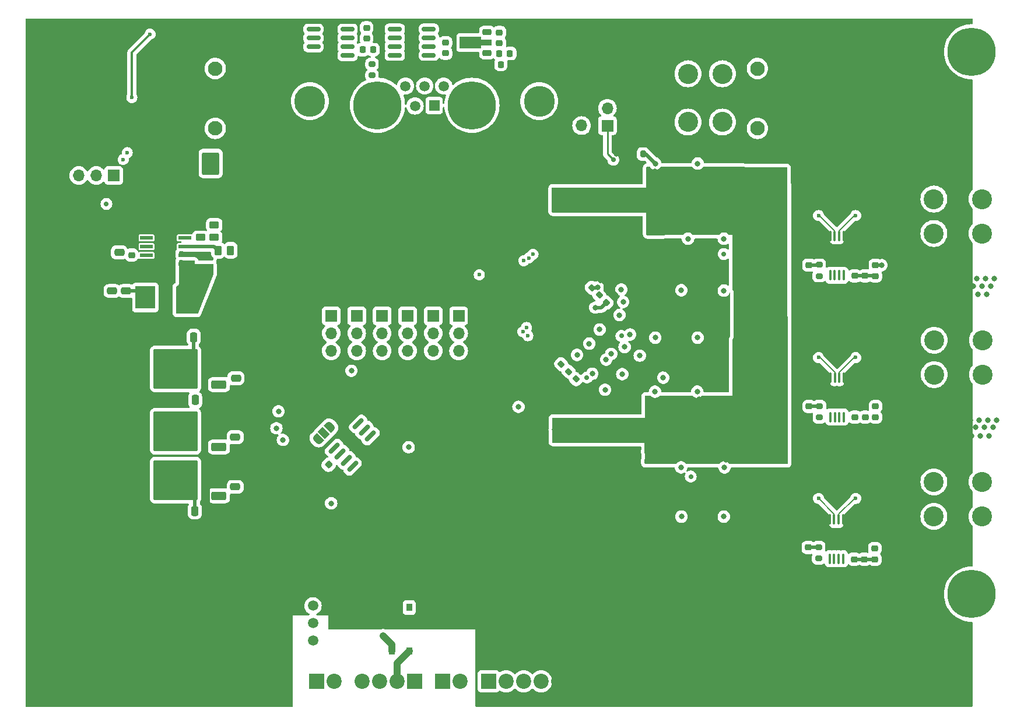
<source format=gbr>
%TF.GenerationSoftware,KiCad,Pcbnew,8.0.4*%
%TF.CreationDate,2024-10-18T00:11:30-06:00*%
%TF.ProjectId,Motor Controller,4d6f746f-7220-4436-9f6e-74726f6c6c65,Mk. 1*%
%TF.SameCoordinates,Original*%
%TF.FileFunction,Copper,L4,Bot*%
%TF.FilePolarity,Positive*%
%FSLAX46Y46*%
G04 Gerber Fmt 4.6, Leading zero omitted, Abs format (unit mm)*
G04 Created by KiCad (PCBNEW 8.0.4) date 2024-10-18 00:11:30*
%MOMM*%
%LPD*%
G01*
G04 APERTURE LIST*
G04 Aperture macros list*
%AMRoundRect*
0 Rectangle with rounded corners*
0 $1 Rounding radius*
0 $2 $3 $4 $5 $6 $7 $8 $9 X,Y pos of 4 corners*
0 Add a 4 corners polygon primitive as box body*
4,1,4,$2,$3,$4,$5,$6,$7,$8,$9,$2,$3,0*
0 Add four circle primitives for the rounded corners*
1,1,$1+$1,$2,$3*
1,1,$1+$1,$4,$5*
1,1,$1+$1,$6,$7*
1,1,$1+$1,$8,$9*
0 Add four rect primitives between the rounded corners*
20,1,$1+$1,$2,$3,$4,$5,0*
20,1,$1+$1,$4,$5,$6,$7,0*
20,1,$1+$1,$6,$7,$8,$9,0*
20,1,$1+$1,$8,$9,$2,$3,0*%
%AMRotRect*
0 Rectangle, with rotation*
0 The origin of the aperture is its center*
0 $1 length*
0 $2 width*
0 $3 Rotation angle, in degrees counterclockwise*
0 Add horizontal line*
21,1,$1,$2,0,0,$3*%
%AMFreePoly0*
4,1,19,0.550000,-0.750000,0.000000,-0.750000,0.000000,-0.744912,-0.071157,-0.744911,-0.207708,-0.704816,-0.327430,-0.627875,-0.420627,-0.520320,-0.479746,-0.390866,-0.500000,-0.250000,-0.500000,0.250000,-0.479746,0.390866,-0.420627,0.520320,-0.327430,0.627875,-0.207708,0.704816,-0.071157,0.744911,0.000000,0.744912,0.000000,0.750000,0.550000,0.750000,0.550000,-0.750000,0.550000,-0.750000,
$1*%
%AMFreePoly1*
4,1,19,0.000000,0.744912,0.071157,0.744911,0.207708,0.704816,0.327430,0.627875,0.420627,0.520320,0.479746,0.390866,0.500000,0.250000,0.500000,-0.250000,0.479746,-0.390866,0.420627,-0.520320,0.327430,-0.627875,0.207708,-0.704816,0.071157,-0.744911,0.000000,-0.744912,0.000000,-0.750000,-0.550000,-0.750000,-0.550000,0.750000,0.000000,0.750000,0.000000,0.744912,0.000000,0.744912,
$1*%
%AMFreePoly2*
4,1,9,3.862500,-0.866500,0.737500,-0.866500,0.737500,-0.450000,-0.737500,-0.450000,-0.737500,0.450000,0.737500,0.450000,0.737500,0.866500,3.862500,0.866500,3.862500,-0.866500,3.862500,-0.866500,$1*%
G04 Aperture macros list end*
%TA.AperFunction,ComponentPad*%
%ADD10C,2.900000*%
%TD*%
%TA.AperFunction,SMDPad,CuDef*%
%ADD11RoundRect,0.200000X0.275000X-0.200000X0.275000X0.200000X-0.275000X0.200000X-0.275000X-0.200000X0*%
%TD*%
%TA.AperFunction,SMDPad,CuDef*%
%ADD12RoundRect,0.225000X0.335876X0.017678X0.017678X0.335876X-0.335876X-0.017678X-0.017678X-0.335876X0*%
%TD*%
%TA.AperFunction,SMDPad,CuDef*%
%ADD13RoundRect,0.250000X-0.262500X-0.450000X0.262500X-0.450000X0.262500X0.450000X-0.262500X0.450000X0*%
%TD*%
%TA.AperFunction,ComponentPad*%
%ADD14R,1.700000X1.700000*%
%TD*%
%TA.AperFunction,ComponentPad*%
%ADD15O,1.700000X1.700000*%
%TD*%
%TA.AperFunction,ComponentPad*%
%ADD16C,2.200000*%
%TD*%
%TA.AperFunction,ComponentPad*%
%ADD17R,2.200000X2.200000*%
%TD*%
%TA.AperFunction,SMDPad,CuDef*%
%ADD18RoundRect,0.100000X-0.100000X0.637500X-0.100000X-0.637500X0.100000X-0.637500X0.100000X0.637500X0*%
%TD*%
%TA.AperFunction,SMDPad,CuDef*%
%ADD19R,1.205000X1.550000*%
%TD*%
%TA.AperFunction,SMDPad,CuDef*%
%ADD20R,1.910000X0.610000*%
%TD*%
%TA.AperFunction,ComponentPad*%
%ADD21C,0.800000*%
%TD*%
%TA.AperFunction,ComponentPad*%
%ADD22C,7.000000*%
%TD*%
%TA.AperFunction,SMDPad,CuDef*%
%ADD23RoundRect,0.225000X-0.250000X0.225000X-0.250000X-0.225000X0.250000X-0.225000X0.250000X0.225000X0*%
%TD*%
%TA.AperFunction,ComponentPad*%
%ADD24C,1.508000*%
%TD*%
%TA.AperFunction,ComponentPad*%
%ADD25R,1.508000X1.508000*%
%TD*%
%TA.AperFunction,SMDPad,CuDef*%
%ADD26R,2.850000X3.300000*%
%TD*%
%TA.AperFunction,ComponentPad*%
%ADD27C,2.100000*%
%TD*%
%TA.AperFunction,SMDPad,CuDef*%
%ADD28RoundRect,0.150000X0.477297X0.689429X-0.689429X-0.477297X-0.477297X-0.689429X0.689429X0.477297X0*%
%TD*%
%TA.AperFunction,SMDPad,CuDef*%
%ADD29RoundRect,0.200000X0.200000X0.275000X-0.200000X0.275000X-0.200000X-0.275000X0.200000X-0.275000X0*%
%TD*%
%TA.AperFunction,HeatsinkPad*%
%ADD30C,0.600000*%
%TD*%
%TA.AperFunction,HeatsinkPad*%
%ADD31R,5.800000X3.200000*%
%TD*%
%TA.AperFunction,SMDPad,CuDef*%
%ADD32FreePoly0,45.000000*%
%TD*%
%TA.AperFunction,SMDPad,CuDef*%
%ADD33RotRect,1.000000X1.500000X45.000000*%
%TD*%
%TA.AperFunction,SMDPad,CuDef*%
%ADD34FreePoly1,45.000000*%
%TD*%
%TA.AperFunction,SMDPad,CuDef*%
%ADD35RoundRect,0.250000X-0.475000X0.250000X-0.475000X-0.250000X0.475000X-0.250000X0.475000X0.250000X0*%
%TD*%
%TA.AperFunction,SMDPad,CuDef*%
%ADD36RoundRect,0.225000X0.250000X-0.225000X0.250000X0.225000X-0.250000X0.225000X-0.250000X-0.225000X0*%
%TD*%
%TA.AperFunction,ComponentPad*%
%ADD37C,1.500000*%
%TD*%
%TA.AperFunction,ComponentPad*%
%ADD38R,1.500000X1.500000*%
%TD*%
%TA.AperFunction,ComponentPad*%
%ADD39C,4.500000*%
%TD*%
%TA.AperFunction,SMDPad,CuDef*%
%ADD40RoundRect,0.218750X-0.256250X0.218750X-0.256250X-0.218750X0.256250X-0.218750X0.256250X0.218750X0*%
%TD*%
%TA.AperFunction,SMDPad,CuDef*%
%ADD41RoundRect,0.250000X0.450000X-0.262500X0.450000X0.262500X-0.450000X0.262500X-0.450000X-0.262500X0*%
%TD*%
%TA.AperFunction,SMDPad,CuDef*%
%ADD42RoundRect,0.250000X-0.450000X0.262500X-0.450000X-0.262500X0.450000X-0.262500X0.450000X0.262500X0*%
%TD*%
%TA.AperFunction,SMDPad,CuDef*%
%ADD43RoundRect,0.250000X0.475000X-0.250000X0.475000X0.250000X-0.475000X0.250000X-0.475000X-0.250000X0*%
%TD*%
%TA.AperFunction,SMDPad,CuDef*%
%ADD44RoundRect,0.250000X-1.100000X0.325000X-1.100000X-0.325000X1.100000X-0.325000X1.100000X0.325000X0*%
%TD*%
%TA.AperFunction,SMDPad,CuDef*%
%ADD45RoundRect,0.250000X1.100000X-0.325000X1.100000X0.325000X-1.100000X0.325000X-1.100000X-0.325000X0*%
%TD*%
%TA.AperFunction,SMDPad,CuDef*%
%ADD46RoundRect,0.250000X-0.250000X-0.475000X0.250000X-0.475000X0.250000X0.475000X-0.250000X0.475000X0*%
%TD*%
%TA.AperFunction,SMDPad,CuDef*%
%ADD47RoundRect,0.200000X-0.053033X0.335876X-0.335876X0.053033X0.053033X-0.335876X0.335876X-0.053033X0*%
%TD*%
%TA.AperFunction,SMDPad,CuDef*%
%ADD48RoundRect,0.225000X-0.225000X-0.250000X0.225000X-0.250000X0.225000X0.250000X-0.225000X0.250000X0*%
%TD*%
%TA.AperFunction,SMDPad,CuDef*%
%ADD49RoundRect,0.150000X0.825000X0.150000X-0.825000X0.150000X-0.825000X-0.150000X0.825000X-0.150000X0*%
%TD*%
%TA.AperFunction,SMDPad,CuDef*%
%ADD50RoundRect,0.200000X0.053033X-0.335876X0.335876X-0.053033X-0.053033X0.335876X-0.335876X0.053033X0*%
%TD*%
%TA.AperFunction,SMDPad,CuDef*%
%ADD51RoundRect,0.250000X0.850000X0.350000X-0.850000X0.350000X-0.850000X-0.350000X0.850000X-0.350000X0*%
%TD*%
%TA.AperFunction,SMDPad,CuDef*%
%ADD52RoundRect,0.250000X1.275000X1.125000X-1.275000X1.125000X-1.275000X-1.125000X1.275000X-1.125000X0*%
%TD*%
%TA.AperFunction,SMDPad,CuDef*%
%ADD53RoundRect,0.249997X2.950003X2.650003X-2.950003X2.650003X-2.950003X-2.650003X2.950003X-2.650003X0*%
%TD*%
%TA.AperFunction,SMDPad,CuDef*%
%ADD54RoundRect,0.250000X1.000000X-1.400000X1.000000X1.400000X-1.000000X1.400000X-1.000000X-1.400000X0*%
%TD*%
%TA.AperFunction,SMDPad,CuDef*%
%ADD55R,0.900000X1.100000*%
%TD*%
%TA.AperFunction,SMDPad,CuDef*%
%ADD56RoundRect,0.225000X0.425000X0.225000X-0.425000X0.225000X-0.425000X-0.225000X0.425000X-0.225000X0*%
%TD*%
%TA.AperFunction,SMDPad,CuDef*%
%ADD57FreePoly2,180.000000*%
%TD*%
%TA.AperFunction,ViaPad*%
%ADD58C,0.700000*%
%TD*%
%TA.AperFunction,ViaPad*%
%ADD59C,0.800000*%
%TD*%
%TA.AperFunction,ViaPad*%
%ADD60C,0.600000*%
%TD*%
%TA.AperFunction,Conductor*%
%ADD61C,0.254000*%
%TD*%
%TA.AperFunction,Conductor*%
%ADD62C,0.500000*%
%TD*%
%TA.AperFunction,Conductor*%
%ADD63C,1.000000*%
%TD*%
%TA.AperFunction,Conductor*%
%ADD64C,0.160000*%
%TD*%
%TA.AperFunction,Conductor*%
%ADD65C,0.300000*%
%TD*%
G04 APERTURE END LIST*
D10*
%TO.P,J19,1,Pin_1*%
%TO.N,/Power Delivery/Motor Supply Unprotected*%
X187600000Y-69210000D03*
X187600000Y-62200000D03*
X182600000Y-69210000D03*
X182600000Y-62200000D03*
%TD*%
%TO.P,J16,1,Pin_1*%
%TO.N,/Motor Gate Driver/Coil Drive V/COIL_{V}*%
X225355000Y-100900000D03*
X218345000Y-100900000D03*
X225355000Y-105900000D03*
X218345000Y-105900000D03*
%TD*%
%TO.P,J31,1,Pin_1*%
%TO.N,GND*%
X207850000Y-69210000D03*
X207850000Y-62200000D03*
X202850000Y-69210000D03*
X202850000Y-62200000D03*
%TD*%
%TO.P,J17,1,Pin_1*%
%TO.N,/Motor Gate Driver/Coil Drive W/COIL_{W}*%
X225305000Y-121500000D03*
X218295000Y-121500000D03*
X225305000Y-126500000D03*
X218295000Y-126500000D03*
%TD*%
%TO.P,J15,1,Pin_1*%
%TO.N,/Motor Gate Driver/Coil Drive U/COIL_{U}*%
X218295000Y-85400000D03*
X225305000Y-85400000D03*
X218295000Y-80400000D03*
X225305000Y-80400000D03*
%TD*%
D11*
%TO.P,R37,1*%
%TO.N,Net-(R37-Pad1)*%
X201650000Y-91587500D03*
%TO.P,R37,2*%
%TO.N,/Motor Gate Driver/Coil Drive U/I_{U}*%
X201650000Y-89937500D03*
%TD*%
D12*
%TO.P,C151,2*%
%TO.N,GND*%
X129332574Y-117900090D03*
%TO.P,C151,1*%
%TO.N,+3V3*%
X130428590Y-118996106D03*
%TD*%
D13*
%TO.P,R106,2*%
%TO.N,/Power Delivery/Power Regulators/V_{OUT}*%
X116187500Y-87850000D03*
%TO.P,R106,1*%
%TO.N,Net-(U32-PG)*%
X114362500Y-87850000D03*
%TD*%
D14*
%TO.P,J6,1,Pin_1*%
%TO.N,/PWM_WY1_H_A*%
X145600000Y-97370000D03*
D15*
%TO.P,J6,2,Pin_2*%
%TO.N,/PWM_WY1_H*%
X145600000Y-99910000D03*
%TO.P,J6,3,Pin_3*%
%TO.N,/PWM_WY1_H_B*%
X145600000Y-102450000D03*
%TD*%
D16*
%TO.P,J7,4,Pin_4*%
%TO.N,/Isolated Driver Interface/EXT_NRST_Controller_B_ISO*%
X135280000Y-150450000D03*
%TO.P,J7,3,Pin_3*%
%TO.N,/Isolated Driver Interface/EXT_DRV_EN_IN_ISO*%
X137820000Y-150450000D03*
%TO.P,J7,2,Pin_2*%
%TO.N,/Isolated Driver Interface/EXT_NRST_Controller_A_IN_ISO*%
X140360000Y-150450000D03*
D17*
%TO.P,J7,1,Pin_1*%
%TO.N,/Isolated Driver Interface/FAULT_OUT_ISO*%
X142900000Y-150450000D03*
%TD*%
D18*
%TO.P,U12,8*%
%TO.N,Net-(R51-Pad1)*%
X203275000Y-112062500D03*
%TO.P,U12,7,REF1*%
%TO.N,Net-(JP19-C)*%
X203925000Y-112062500D03*
%TO.P,U12,6,REF2*%
%TO.N,Net-(JP18-C)*%
X204575000Y-112062500D03*
%TO.P,U12,5,V+*%
%TO.N,Net-(JP18-B)*%
X205225000Y-112062500D03*
%TO.P,U12,4,GND*%
%TO.N,GND*%
X205225000Y-106337500D03*
%TO.P,U12,3,-*%
%TO.N,/Motor Gate Driver/Coil Drive V/COIL_{V}*%
X204575000Y-106337500D03*
%TO.P,U12,2,+*%
%TO.N,/Motor Gate Driver/Coil Drive V/V_{SENSE\u002C V\u002C 1}*%
X203925000Y-106337500D03*
%TO.P,U12,1,GND*%
%TO.N,GND*%
X203275000Y-106337500D03*
%TD*%
D19*
%TO.P,U32,9,EP*%
%TO.N,GND*%
X107357500Y-87170000D03*
X107357500Y-88720000D03*
X106152500Y-87170000D03*
X106152500Y-88720000D03*
D20*
%TO.P,U32,8,SW*%
%TO.N,Net-(U32-SW)*%
X109535000Y-89850000D03*
%TO.P,U32,7,BOOT*%
%TO.N,Net-(U32-BOOT)*%
X109535000Y-88580000D03*
%TO.P,U32,6,PG*%
%TO.N,Net-(U32-PG)*%
X109535000Y-87310000D03*
%TO.P,U32,5,FB*%
%TO.N,Net-(U32-FB)*%
X109535000Y-86040000D03*
%TO.P,U32,4,RT/SYNC*%
%TO.N,Net-(U32-RT{slash}SYNC)*%
X103975000Y-86040000D03*
%TO.P,U32,3,VIN*%
%TO.N,Logic Power Protected*%
X103975000Y-87310000D03*
%TO.P,U32,2,EN*%
X103975000Y-88580000D03*
%TO.P,U32,1,GND*%
%TO.N,GND*%
X103975000Y-89850000D03*
%TD*%
D21*
%TO.P,H8,1*%
%TO.N,N/C*%
X221150000Y-137800000D03*
X221918845Y-135943845D03*
X221918845Y-139656155D03*
X223775000Y-135175000D03*
D22*
X223775000Y-137800000D03*
D21*
X223775000Y-140425000D03*
X225631155Y-135943845D03*
X225631155Y-139656155D03*
X226400000Y-137800000D03*
%TD*%
D23*
%TO.P,C96,1*%
%TO.N,/Motor Gate Driver/Coil Drive V/I_{V}*%
X200175000Y-110525000D03*
%TO.P,C96,2*%
%TO.N,GND*%
X200175000Y-112075000D03*
%TD*%
D24*
%TO.P,PS1,4,+VOUT*%
%TO.N,5V_ISOLATED*%
X128150000Y-144570000D03*
%TO.P,PS1,3,-VOUT*%
%TO.N,GND1*%
X128150000Y-142030000D03*
%TO.P,PS1,2,+VIN*%
%TO.N,+5V*%
X128150000Y-139490000D03*
D25*
%TO.P,PS1,1,-VIN*%
%TO.N,GND*%
X128150000Y-136950000D03*
%TD*%
D26*
%TO.P,L2,2,2*%
%TO.N,/Power Delivery/Power Regulators/V_{OUT}*%
X103825000Y-94700000D03*
%TO.P,L2,1,1*%
%TO.N,Net-(U32-SW)*%
X109775000Y-94700000D03*
%TD*%
D27*
%TO.P,J18,2,Pin_2*%
%TO.N,/Power Delivery/IN_SYS*%
X113960000Y-61437500D03*
X113960000Y-70137500D03*
%TO.P,J18,1,Pin_1*%
%TO.N,GND*%
X119040000Y-61437500D03*
X119040000Y-70137500D03*
%TD*%
D14*
%TO.P,JP14,1,A*%
%TO.N,/EXT_POWER_STAGE_EN_IN*%
X170900000Y-69735000D03*
D15*
%TO.P,JP14,2,B*%
%TO.N,/Power Delivery/Motor Supply Unprotected*%
X170900000Y-67195000D03*
%TD*%
D23*
%TO.P,C166,2*%
%TO.N,GND*%
X101825000Y-90075000D03*
%TO.P,C166,1*%
%TO.N,Logic Power Protected*%
X101825000Y-88525000D03*
%TD*%
%TO.P,C78,1*%
%TO.N,/Motor Gate Driver/Coil Drive U/I_{U}*%
X200150000Y-89987500D03*
%TO.P,C78,2*%
%TO.N,GND*%
X200150000Y-91537500D03*
%TD*%
D28*
%TO.P,U4,8,VCC*%
%TO.N,+3V3*%
X131202872Y-116553051D03*
%TO.P,U4,7,~{HOLD}*%
X132100898Y-117451076D03*
%TO.P,U4,6,C*%
%TO.N,/SPI_SCK*%
X132998924Y-118349102D03*
%TO.P,U4,5,D*%
%TO.N,/SPI_MOSI*%
X133896949Y-119247128D03*
%TO.P,U4,4,VSS*%
%TO.N,GND*%
X137397128Y-115746949D03*
%TO.P,U4,3,~{W}*%
%TO.N,Net-(J26-Pin_2)*%
X136499102Y-114848924D03*
%TO.P,U4,2,Q*%
%TO.N,/SPI_MISO*%
X135601076Y-113950898D03*
%TO.P,U4,1,~{S}*%
%TO.N,/Microcontroller/~{MEM_CS}*%
X134703051Y-113052872D03*
%TD*%
D29*
%TO.P,R14,1*%
%TO.N,Net-(U43-G)*%
X176075000Y-73850000D03*
%TO.P,R14,2*%
%TO.N,GND*%
X174425000Y-73850000D03*
%TD*%
D30*
%TO.P,U21,21,GND*%
%TO.N,GND*%
X104100000Y-68400000D03*
X102800000Y-68400000D03*
X101500000Y-68400000D03*
X100200000Y-68400000D03*
X98900000Y-68400000D03*
X104100000Y-69700000D03*
X102800000Y-69700000D03*
X101500000Y-69700000D03*
D31*
X101500000Y-69700000D03*
D30*
X100200000Y-69700000D03*
X98900000Y-69700000D03*
X104100000Y-71000000D03*
X102800000Y-71000000D03*
X101500000Y-71000000D03*
X100200000Y-71000000D03*
X98900000Y-71000000D03*
%TD*%
D32*
%TO.P,J22,1,Pin_1*%
%TO.N,+3V3*%
X128811522Y-115288478D03*
D33*
%TO.P,J22,2,Pin_2*%
%TO.N,Net-(J22-Pin_2)*%
X129730761Y-114369239D03*
D34*
%TO.P,J22,3,Pin_3*%
%TO.N,VREF*%
X130650000Y-113450000D03*
%TD*%
D35*
%TO.P,C163,2*%
%TO.N,Net-(U32-SW)*%
X112525000Y-90650000D03*
%TO.P,C163,1*%
%TO.N,Net-(U32-BOOT)*%
X112525000Y-88750000D03*
%TD*%
D14*
%TO.P,JP16,1,A*%
%TO.N,GND*%
X167150000Y-67185000D03*
D15*
%TO.P,JP16,2,B*%
%TO.N,/EXT_POWER_STAGE_EN_IN*%
X167150000Y-69725000D03*
%TD*%
D14*
%TO.P,J5,1,Pin_1*%
%TO.N,/PWM_WY1_L_A*%
X149300000Y-97370000D03*
D15*
%TO.P,J5,2,Pin_2*%
%TO.N,/PWM_WY1_L*%
X149300000Y-99910000D03*
%TO.P,J5,3,Pin_3*%
%TO.N,/PWM_WY1_L_B*%
X149300000Y-102450000D03*
%TD*%
D16*
%TO.P,J10,5,Pin_5*%
%TO.N,GND*%
X163820000Y-150450000D03*
%TO.P,J10,4,Pin_4*%
%TO.N,/Position Sensing/HALL_UX_RAW*%
X161280000Y-150450000D03*
%TO.P,J10,3,Pin_3*%
%TO.N,/Position Sensing/HALL_V_RAW*%
X158740000Y-150450000D03*
%TO.P,J10,2,Pin_2*%
%TO.N,/Position Sensing/HALL_WY_RAW*%
X156200000Y-150450000D03*
D17*
%TO.P,J10,1,Pin_1*%
%TO.N,+5V*%
X153660000Y-150450000D03*
%TD*%
D36*
%TO.P,C75,1*%
%TO.N,Net-(JP18-B)*%
X206825000Y-112075000D03*
%TO.P,C75,2*%
%TO.N,GND*%
X206825000Y-110525000D03*
%TD*%
D18*
%TO.P,U15,1,GND*%
%TO.N,GND*%
X203250000Y-85750000D03*
%TO.P,U15,2,+*%
%TO.N,/Motor Gate Driver/Coil Drive U/V_{SENSE\u002C U\u002C 1}*%
X203900000Y-85750000D03*
%TO.P,U15,3,-*%
%TO.N,/Motor Gate Driver/Coil Drive U/COIL_{U}*%
X204550000Y-85750000D03*
%TO.P,U15,4,GND*%
%TO.N,GND*%
X205200000Y-85750000D03*
%TO.P,U15,5,V+*%
%TO.N,Net-(JP40-B)*%
X205200000Y-91475000D03*
%TO.P,U15,6,REF2*%
%TO.N,Net-(JP40-C)*%
X204550000Y-91475000D03*
%TO.P,U15,7,REF1*%
%TO.N,Net-(JP36-C)*%
X203900000Y-91475000D03*
%TO.P,U15,8*%
%TO.N,Net-(R37-Pad1)*%
X203250000Y-91475000D03*
%TD*%
D22*
%TO.P,J28,1*%
%TO.N,/Comunications/CAN Bus Interface/SYS_7V*%
X151232000Y-66775000D03*
%TO.P,J28,2*%
%TO.N,GND2*%
X137512000Y-66775000D03*
D37*
%TO.P,J28,3*%
%TO.N,/Comunications/CAN Bus Interface/SYS_12V*%
X147130000Y-63975000D03*
%TO.P,J28,4*%
X144360000Y-63975000D03*
%TO.P,J28,5*%
%TO.N,/Comunications/CAN Bus Interface/CAN_L-*%
X141590000Y-63975000D03*
D38*
%TO.P,J28,6*%
%TO.N,/Comunications/CAN Bus Interface/SYS_12V*%
X145745000Y-66815000D03*
D37*
%TO.P,J28,7*%
%TO.N,/Comunications/CAN Bus Interface/CAN_H+*%
X142975000Y-66870000D03*
D39*
%TO.P,J28,MH1*%
%TO.N,N/C*%
X160995000Y-66175000D03*
%TO.P,J28,MH2*%
X127695000Y-66175000D03*
%TD*%
D36*
%TO.P,C150,1*%
%TO.N,Net-(JP40-B)*%
X208300000Y-91562500D03*
%TO.P,C150,2*%
%TO.N,GND*%
X208300000Y-90012500D03*
%TD*%
D16*
%TO.P,J20,2,Pin_2*%
%TO.N,unconnected-(J20-Pin_2-Pad2)*%
X149540000Y-150450000D03*
D17*
%TO.P,J20,1,Pin_1*%
%TO.N,/Isolated Driver Interface/EXT_POWER_STAGE_EN_ISO*%
X147000000Y-150450000D03*
%TD*%
D40*
%TO.P,FB10,1*%
%TO.N,+5V*%
X209800000Y-90000000D03*
%TO.P,FB10,2*%
%TO.N,Net-(JP40-B)*%
X209800000Y-91575000D03*
%TD*%
%TO.P,FB14,1*%
%TO.N,+5V*%
X209825000Y-110512500D03*
%TO.P,FB14,2*%
%TO.N,Net-(JP18-B)*%
X209825000Y-112087500D03*
%TD*%
D36*
%TO.P,C16,1*%
%TO.N,Net-(JP20-B)*%
X206725000Y-132725000D03*
%TO.P,C16,2*%
%TO.N,GND*%
X206725000Y-131175000D03*
%TD*%
D35*
%TO.P,C167,2*%
%TO.N,GND*%
X100025000Y-90050000D03*
%TO.P,C167,1*%
%TO.N,Logic Power Protected*%
X100025000Y-88150000D03*
%TD*%
D36*
%TO.P,C93,1*%
%TO.N,Net-(JP18-B)*%
X208325000Y-112075000D03*
%TO.P,C93,2*%
%TO.N,GND*%
X208325000Y-110525000D03*
%TD*%
D41*
%TO.P,R104,2*%
%TO.N,GND*%
X111802500Y-84157500D03*
%TO.P,R104,1*%
%TO.N,Net-(U32-FB)*%
X111802500Y-85982500D03*
%TD*%
D27*
%TO.P,J9,1,Pin_1*%
%TO.N,/Power Delivery/Motor Supply Unprotected*%
X192685000Y-70137500D03*
X192685000Y-61437500D03*
%TO.P,J9,2,Pin_2*%
%TO.N,GND*%
X197765000Y-70137500D03*
X197765000Y-61437500D03*
%TD*%
D42*
%TO.P,R90,2*%
%TO.N,Net-(U32-FB)*%
X113802500Y-85982500D03*
%TO.P,R90,1*%
%TO.N,/Power Delivery/Power Regulators/V_{OUT}*%
X113802500Y-84157500D03*
%TD*%
D43*
%TO.P,C164,2*%
%TO.N,GND*%
X101025000Y-91850000D03*
%TO.P,C164,1*%
%TO.N,/Power Delivery/Power Regulators/V_{OUT}*%
X101025000Y-93750000D03*
%TD*%
D14*
%TO.P,J1,1,Pin_1*%
%TO.N,/PWM_UX1_L_A*%
X134500000Y-97370000D03*
D15*
%TO.P,J1,2,Pin_2*%
%TO.N,/PWM_UX1_L*%
X134500000Y-99910000D03*
%TO.P,J1,3,Pin_3*%
%TO.N,/PWM_UX1_L_B*%
X134500000Y-102450000D03*
%TD*%
D18*
%TO.P,U13,1,GND*%
%TO.N,GND*%
X203175000Y-126937500D03*
%TO.P,U13,2,+*%
%TO.N,/Motor Gate Driver/Coil Drive W/VD+*%
X203825000Y-126937500D03*
%TO.P,U13,3,-*%
%TO.N,/Motor Gate Driver/Coil Drive W/COIL_{W}*%
X204475000Y-126937500D03*
%TO.P,U13,4,GND*%
%TO.N,GND*%
X205125000Y-126937500D03*
%TO.P,U13,5,V+*%
%TO.N,Net-(JP20-B)*%
X205125000Y-132662500D03*
%TO.P,U13,6,REF2*%
%TO.N,Net-(JP20-C)*%
X204475000Y-132662500D03*
%TO.P,U13,7,REF1*%
%TO.N,Net-(JP30-C)*%
X203825000Y-132662500D03*
%TO.P,U13,8*%
%TO.N,Net-(R43-Pad1)*%
X203175000Y-132662500D03*
%TD*%
D36*
%TO.P,C2,1*%
%TO.N,Net-(JP20-B)*%
X208225000Y-132725000D03*
%TO.P,C2,2*%
%TO.N,GND*%
X208225000Y-131175000D03*
%TD*%
D43*
%TO.P,C165,2*%
%TO.N,GND*%
X98975000Y-91850000D03*
%TO.P,C165,1*%
%TO.N,/Power Delivery/Power Regulators/V_{OUT}*%
X98975000Y-93750000D03*
%TD*%
D36*
%TO.P,C17,1*%
%TO.N,Net-(JP40-B)*%
X206800000Y-91562500D03*
%TO.P,C17,2*%
%TO.N,GND*%
X206800000Y-90012500D03*
%TD*%
D21*
%TO.P,H9,1*%
%TO.N,N/C*%
X221150000Y-59000000D03*
X221918845Y-57143845D03*
X221918845Y-60856155D03*
X223775000Y-56375000D03*
D22*
X223775000Y-59000000D03*
D21*
X223775000Y-61625000D03*
X225631155Y-57143845D03*
X225631155Y-60856155D03*
X226400000Y-59000000D03*
%TD*%
D14*
%TO.P,J4,1,Pin_1*%
%TO.N,/PWM_VX2_H_A*%
X138200000Y-97370000D03*
D15*
%TO.P,J4,2,Pin_2*%
%TO.N,/PWM_VX2_H*%
X138200000Y-99910000D03*
%TO.P,J4,3,Pin_3*%
%TO.N,/PWM_VX2_H_B*%
X138200000Y-102450000D03*
%TD*%
D14*
%TO.P,J3,1,Pin_1*%
%TO.N,/PWM_VX2_L_A*%
X141900000Y-97370000D03*
D15*
%TO.P,J3,2,Pin_2*%
%TO.N,/PWM_VX2_L*%
X141900000Y-99910000D03*
%TO.P,J3,3,Pin_3*%
%TO.N,/PWM_VX2_L_B*%
X141900000Y-102450000D03*
%TD*%
D11*
%TO.P,R51,1*%
%TO.N,Net-(R51-Pad1)*%
X201675000Y-112125000D03*
%TO.P,R51,2*%
%TO.N,/Motor Gate Driver/Coil Drive V/I_{V}*%
X201675000Y-110475000D03*
%TD*%
D14*
%TO.P,J2,1,Pin_1*%
%TO.N,/PWM_UX1_H_A*%
X130800000Y-97370000D03*
D15*
%TO.P,J2,2,Pin_2*%
%TO.N,/PWM_UX1_H*%
X130800000Y-99910000D03*
%TO.P,J2,3,Pin_3*%
%TO.N,/PWM_UX1_H_B*%
X130800000Y-102450000D03*
%TD*%
D16*
%TO.P,J8,2,Pin_2*%
%TO.N,5V_ISOLATED*%
X131200000Y-150425000D03*
D17*
%TO.P,J8,1,Pin_1*%
%TO.N,GND1*%
X128660000Y-150425000D03*
%TD*%
D40*
%TO.P,FB9,1*%
%TO.N,+5V*%
X209725000Y-131162500D03*
%TO.P,FB9,2*%
%TO.N,Net-(JP20-B)*%
X209725000Y-132737500D03*
%TD*%
D11*
%TO.P,R43,1*%
%TO.N,Net-(R43-Pad1)*%
X201575000Y-132625000D03*
%TO.P,R43,2*%
%TO.N,/Motor Gate Driver/Coil Drive W/I_{W}*%
X201575000Y-130975000D03*
%TD*%
D23*
%TO.P,C85,1*%
%TO.N,/Motor Gate Driver/Coil Drive W/I_{W}*%
X200075000Y-131025000D03*
%TO.P,C85,2*%
%TO.N,GND*%
X200075000Y-132575000D03*
%TD*%
D14*
%TO.P,J24,1,Pin_1*%
%TO.N,Net-(J24-Pin_1)*%
X99225000Y-76975000D03*
D15*
%TO.P,J24,2,Pin_2*%
%TO.N,/Power Delivery/~{SHDN}*%
X96685000Y-76975000D03*
%TO.P,J24,3,Pin_3*%
%TO.N,Net-(J24-Pin_3)*%
X94145000Y-76975000D03*
%TD*%
D44*
%TO.P,C184,1*%
%TO.N,V_{M}*%
X174561277Y-81425000D03*
%TO.P,C184,2*%
%TO.N,GND*%
X174561277Y-84375000D03*
%TD*%
D45*
%TO.P,C185,1*%
%TO.N,V_{M}*%
X174459792Y-113038849D03*
%TO.P,C185,2*%
%TO.N,GND*%
X174459792Y-110088849D03*
%TD*%
D44*
%TO.P,C186,1*%
%TO.N,V_{M}*%
X164459792Y-114788849D03*
%TO.P,C186,2*%
%TO.N,GND*%
X164459792Y-117738849D03*
%TD*%
%TO.P,C80,1*%
%TO.N,V_{M}*%
X167789849Y-81425000D03*
%TO.P,C80,2*%
%TO.N,GND*%
X167789849Y-84375000D03*
%TD*%
D23*
%TO.P,C70,1*%
%TO.N,/Comunications/5V*%
X135925000Y-55520000D03*
%TO.P,C70,2*%
%TO.N,GND2*%
X135925000Y-57070000D03*
%TD*%
D43*
%TO.P,C117,2*%
%TO.N,GND*%
X116850000Y-120317500D03*
%TO.P,C117,1*%
%TO.N,+5V*%
X116850000Y-122217500D03*
%TD*%
%TO.P,C112,2*%
%TO.N,GND*%
X116850000Y-113067500D03*
%TO.P,C112,1*%
%TO.N,/Power Delivery/Power Regulators/V_{OUT}*%
X116850000Y-114967500D03*
%TD*%
D45*
%TO.P,C87,1*%
%TO.N,V_{M}*%
X167751519Y-113038849D03*
%TO.P,C87,2*%
%TO.N,GND*%
X167751519Y-110088849D03*
%TD*%
D46*
%TO.P,C111,2*%
%TO.N,GND*%
X112725000Y-100475000D03*
%TO.P,C111,1*%
%TO.N,+5V*%
X110825000Y-100475000D03*
%TD*%
%TO.P,C120,2*%
%TO.N,GND*%
X112900000Y-125717500D03*
%TO.P,C120,1*%
%TO.N,+3V3*%
X111000000Y-125717500D03*
%TD*%
D47*
%TO.P,R47,1*%
%TO.N,GND*%
X171933282Y-94244892D03*
%TO.P,R47,2*%
%TO.N,/Motor Gate Driver/LSW*%
X170766556Y-95411618D03*
%TD*%
D48*
%TO.P,C71,1*%
%TO.N,/Comunications/5V*%
X135350000Y-58695000D03*
%TO.P,C71,2*%
%TO.N,GND2*%
X136900000Y-58695000D03*
%TD*%
D49*
%TO.P,U31,1,VCC1*%
%TO.N,/Comunications/5V*%
X133175000Y-55740000D03*
%TO.P,U31,2,OUTA*%
%TO.N,/Comunications/CAN_TXD_SYS*%
X133175000Y-57010000D03*
%TO.P,U31,3,INB*%
%TO.N,/Comunications/CAN_RXD_SYS*%
X133175000Y-58280000D03*
%TO.P,U31,4,GND1*%
%TO.N,GND2*%
X133175000Y-59550000D03*
%TO.P,U31,5,GND2*%
%TO.N,GND*%
X128225000Y-59550000D03*
%TO.P,U31,6,OUTB*%
%TO.N,/Comunications/CAN_RXD*%
X128225000Y-58280000D03*
%TO.P,U31,7,INA*%
%TO.N,/Comunications/CAN_TXD*%
X128225000Y-57010000D03*
%TO.P,U31,8,VCC2*%
%TO.N,+3V3*%
X128225000Y-55740000D03*
%TD*%
D50*
%TO.P,R40,1*%
%TO.N,GND*%
X164089942Y-106633459D03*
%TO.P,R40,2*%
%TO.N,/Motor Gate Driver/HSV*%
X165256668Y-105466733D03*
%TD*%
D23*
%TO.P,C171,1*%
%TO.N,/Comunications/5V*%
X147400000Y-57665000D03*
%TO.P,C171,2*%
%TO.N,GND2*%
X147400000Y-59215000D03*
%TD*%
D51*
%TO.P,U19,3,VI*%
%TO.N,/Power Delivery/Power Regulators/V_{OUT}*%
X114500000Y-116432500D03*
D52*
%TO.P,U19,2,VO*%
%TO.N,+5V*%
X106525000Y-112627500D03*
X106525000Y-115677500D03*
D53*
X108200000Y-114152500D03*
D52*
X109875000Y-112627500D03*
X109875000Y-115677500D03*
D51*
%TO.P,U19,1,GND*%
%TO.N,GND*%
X114500000Y-111872500D03*
%TD*%
D54*
%TO.P,D2,2,A2*%
%TO.N,/Power Delivery/IN_SYS*%
X113290000Y-75237500D03*
%TO.P,D2,1,A1*%
%TO.N,GND*%
X120090000Y-75237500D03*
%TD*%
D50*
%TO.P,R46,1*%
%TO.N,GND*%
X163029282Y-105572799D03*
%TO.P,R46,2*%
%TO.N,/Motor Gate Driver/HSW*%
X164196008Y-104406073D03*
%TD*%
D44*
%TO.P,C183,1*%
%TO.N,V_{M}*%
X171175563Y-81425000D03*
%TO.P,C183,2*%
%TO.N,GND*%
X171175563Y-84375000D03*
%TD*%
D49*
%TO.P,U11,1,TXD*%
%TO.N,/Comunications/CAN_TXD_SYS*%
X144975000Y-55710000D03*
%TO.P,U11,2,VSS*%
%TO.N,GND2*%
X144975000Y-56980000D03*
%TO.P,U11,3,VDD*%
%TO.N,/Comunications/5V*%
X144975000Y-58250000D03*
%TO.P,U11,4,RXD*%
%TO.N,/Comunications/CAN_RXD_SYS*%
X144975000Y-59520000D03*
%TO.P,U11,5,VIO*%
%TO.N,/Comunications/5V*%
X140025000Y-59520000D03*
%TO.P,U11,6,CANL*%
%TO.N,/Comunications/CAN Bus Interface/CAN_L-*%
X140025000Y-58250000D03*
%TO.P,U11,7,CANH*%
%TO.N,/Comunications/CAN Bus Interface/CAN_H+*%
X140025000Y-56980000D03*
%TO.P,U11,8,STBY*%
%TO.N,/Comunications/CAN Bus Interface/CAN_STBY*%
X140025000Y-55710000D03*
%TD*%
D44*
%TO.P,C169,1*%
%TO.N,V_{M}*%
X174459792Y-114788849D03*
%TO.P,C169,2*%
%TO.N,GND*%
X174459792Y-117738849D03*
%TD*%
D51*
%TO.P,U20,3,VI*%
%TO.N,+5V*%
X114500000Y-123500000D03*
D52*
%TO.P,U20,2,VO*%
%TO.N,+3V3*%
X106525000Y-119695000D03*
X106525000Y-122745000D03*
D53*
X108200000Y-121220000D03*
D52*
X109875000Y-119695000D03*
X109875000Y-122745000D03*
D51*
%TO.P,U20,1,GND*%
%TO.N,GND*%
X114500000Y-118940000D03*
%TD*%
%TO.P,U18,3,VI*%
%TO.N,/Power Delivery/Power Regulators/V_{OUT}*%
X114500000Y-107347500D03*
D52*
%TO.P,U18,2,VO*%
%TO.N,+5V*%
X106525000Y-103542500D03*
X106525000Y-106592500D03*
D53*
X108200000Y-105067500D03*
D52*
X109875000Y-103542500D03*
X109875000Y-106592500D03*
D51*
%TO.P,U18,1,GND*%
%TO.N,GND*%
X114500000Y-102787500D03*
%TD*%
D47*
%TO.P,R35,1*%
%TO.N,GND*%
X169811961Y-92123572D03*
%TO.P,R35,2*%
%TO.N,/Motor Gate Driver/LSU*%
X168645235Y-93290298D03*
%TD*%
D45*
%TO.P,C149,1*%
%TO.N,V_{M}*%
X171179315Y-79575000D03*
%TO.P,C149,2*%
%TO.N,GND*%
X171179315Y-76625000D03*
%TD*%
%TO.P,C192,1*%
%TO.N,V_{M}*%
X171137233Y-113038849D03*
%TO.P,C192,2*%
%TO.N,GND*%
X171137233Y-110088849D03*
%TD*%
D23*
%TO.P,C148,1*%
%TO.N,/Comunications/CAN Bus Interface/SYS_7V*%
X155225000Y-56200000D03*
%TO.P,C148,2*%
%TO.N,GND2*%
X155225000Y-57750000D03*
%TD*%
D44*
%TO.P,C193,1*%
%TO.N,V_{M}*%
X164404135Y-81425000D03*
%TO.P,C193,2*%
%TO.N,GND*%
X164404135Y-84375000D03*
%TD*%
D55*
%TO.P,U16,4*%
%TO.N,/EXT_NRST_Controller_A*%
X142140000Y-139725000D03*
%TO.P,U16,3*%
%TO.N,GND*%
X139600000Y-139725000D03*
%TO.P,U16,2*%
%TO.N,GND1*%
X139600000Y-146025000D03*
%TO.P,U16,1*%
%TO.N,/Isolated Driver Interface/EXT_NRST_Controller_A_IN_ISO*%
X142140000Y-146025000D03*
%TD*%
D50*
%TO.P,R34,1*%
%TO.N,GND*%
X165164458Y-107707975D03*
%TO.P,R34,2*%
%TO.N,/Motor Gate Driver/HSU*%
X166331184Y-106541249D03*
%TD*%
D43*
%TO.P,C110,2*%
%TO.N,GND*%
X116975000Y-104525000D03*
%TO.P,C110,1*%
%TO.N,/Power Delivery/Power Regulators/V_{OUT}*%
X116975000Y-106425000D03*
%TD*%
D45*
%TO.P,C189,1*%
%TO.N,V_{M}*%
X167793601Y-79575000D03*
%TO.P,C189,2*%
%TO.N,GND*%
X167793601Y-76625000D03*
%TD*%
D44*
%TO.P,C187,1*%
%TO.N,V_{M}*%
X167751519Y-114788849D03*
%TO.P,C187,2*%
%TO.N,GND*%
X167751519Y-117738849D03*
%TD*%
D11*
%TO.P,R88,1*%
%TO.N,/Comunications/CAN Bus Interface/CAN_STBY*%
X136725000Y-62425000D03*
%TO.P,R88,2*%
%TO.N,GND2*%
X136725000Y-60775000D03*
%TD*%
D48*
%TO.P,C199,1*%
%TO.N,+3V3*%
X155425000Y-60850000D03*
%TO.P,C199,2*%
%TO.N,GND*%
X156975000Y-60850000D03*
%TD*%
%TO.P,C168,1*%
%TO.N,/Comunications/5V*%
X155200000Y-59250000D03*
%TO.P,C168,2*%
%TO.N,GND2*%
X156750000Y-59250000D03*
%TD*%
D56*
%TO.P,U29,1,VIN*%
%TO.N,/Comunications/CAN Bus Interface/SYS_7V*%
X153425000Y-56150000D03*
D57*
%TO.P,U29,2,GND*%
%TO.N,GND2*%
X153337500Y-57650000D03*
D56*
%TO.P,U29,3,VOUT*%
%TO.N,/Comunications/5V*%
X153425000Y-59150000D03*
%TD*%
D46*
%TO.P,C114,2*%
%TO.N,GND*%
X112950000Y-109600000D03*
%TO.P,C114,1*%
%TO.N,+5V*%
X111050000Y-109600000D03*
%TD*%
D47*
%TO.P,R41,1*%
%TO.N,GND*%
X170872622Y-93184232D03*
%TO.P,R41,2*%
%TO.N,/Motor Gate Driver/LSV*%
X169705896Y-94350958D03*
%TD*%
D45*
%TO.P,C172,1*%
%TO.N,V_{M}*%
X164444376Y-113038849D03*
%TO.P,C172,2*%
%TO.N,GND*%
X164444376Y-110088849D03*
%TD*%
D44*
%TO.P,C188,1*%
%TO.N,V_{M}*%
X171137233Y-114788849D03*
%TO.P,C188,2*%
%TO.N,GND*%
X171137233Y-117738849D03*
%TD*%
D45*
%TO.P,C197,1*%
%TO.N,V_{M}*%
X164407887Y-79575000D03*
%TO.P,C197,2*%
%TO.N,GND*%
X164407887Y-76625000D03*
%TD*%
%TO.P,C194,1*%
%TO.N,V_{M}*%
X174565033Y-79575000D03*
%TO.P,C194,2*%
%TO.N,GND*%
X174565033Y-76625000D03*
%TD*%
D58*
%TO.N,/Power Delivery/IN_SYS*%
X98160000Y-81112500D03*
%TO.N,GND*%
X170700000Y-61750000D03*
X168300000Y-67250000D03*
%TO.N,/EXT_POWER_STAGE_EN_IN*%
X171750000Y-74700000D03*
D59*
%TO.N,GND1*%
X138350000Y-143850000D03*
%TO.N,+3V3*%
X123138819Y-111242767D03*
X133738819Y-105342767D03*
X142038819Y-116442767D03*
X130788819Y-124592767D03*
X123788819Y-115392767D03*
%TO.N,+5V*%
X210700000Y-90000000D03*
%TO.N,/Motor Gate Driver/Coil Drive V/V_{SENSE\u002C V\u002C 1}*%
X179000000Y-106350000D03*
X171450000Y-102900000D03*
D60*
%TO.N,/Motor Gate Driver/Coil Drive W/VD+*%
X201550000Y-123880000D03*
%TO.N,/Motor Gate Driver/Coil Drive W/COIL_{W}*%
X206950000Y-123880000D03*
%TO.N,/Motor Gate Driver/Coil Drive V/V_{SENSE\u002C V\u002C 1}*%
X201550000Y-103425336D03*
%TO.N,/Motor Gate Driver/Coil Drive V/COIL_{V}*%
X206950000Y-103425336D03*
%TO.N,/Motor Gate Driver/Coil Drive U/V_{SENSE\u002C U\u002C 1}*%
X201550000Y-82800000D03*
%TO.N,/Motor Gate Driver/Coil Drive U/COIL_{U}*%
X206950000Y-82800000D03*
D59*
%TO.N,GND*%
X181920000Y-98250000D03*
X219470000Y-91950000D03*
X172295000Y-117115000D03*
X172200000Y-73850000D03*
X217050000Y-94250000D03*
X169190000Y-118200000D03*
X182505000Y-97035000D03*
X224335000Y-113585000D03*
X176840000Y-98250000D03*
X165925000Y-83715000D03*
X185570000Y-129275000D03*
X206800000Y-89212500D03*
X166630000Y-77235000D03*
X225605000Y-113585000D03*
X180490000Y-129275000D03*
X169170000Y-84800000D03*
X184340000Y-95950000D03*
X217985000Y-113585000D03*
X165360000Y-84800000D03*
X177385000Y-130360000D03*
X186960000Y-131575000D03*
X172980000Y-77235000D03*
X169735000Y-76150000D03*
X184420000Y-131575000D03*
D60*
X165050000Y-97750000D03*
D59*
X171710000Y-84800000D03*
X185730000Y-98250000D03*
X216715000Y-113585000D03*
X166650000Y-110635000D03*
X167900000Y-84800000D03*
X227090000Y-91950000D03*
X165380000Y-110635000D03*
X178070000Y-131575000D03*
X167920000Y-118200000D03*
X173000000Y-118200000D03*
D60*
X165050000Y-98950000D03*
D59*
X179965000Y-97035000D03*
X171005000Y-76150000D03*
X176800000Y-131575000D03*
X173545000Y-83715000D03*
X183775000Y-97035000D03*
X168485000Y-117115000D03*
X164110000Y-110635000D03*
X170440000Y-84800000D03*
X220525000Y-113585000D03*
X174250000Y-77235000D03*
X224900000Y-112500000D03*
X180650000Y-98250000D03*
X178110000Y-98250000D03*
X181195000Y-130360000D03*
X168465000Y-83715000D03*
X164675000Y-117115000D03*
X167215000Y-117115000D03*
X179340000Y-131575000D03*
X171730000Y-118200000D03*
X216130000Y-114800000D03*
D60*
X162700000Y-98900000D03*
D59*
X208300000Y-89212500D03*
X224550000Y-91950000D03*
X167920000Y-110635000D03*
D60*
X164450000Y-98350000D03*
D59*
X206725000Y-130300000D03*
X177425000Y-97035000D03*
X174815000Y-83715000D03*
X186275000Y-130360000D03*
D60*
X163900000Y-100100000D03*
D59*
X200075000Y-133450000D03*
X219255000Y-113585000D03*
X185005000Y-130360000D03*
X167215000Y-109550000D03*
X225940000Y-94250000D03*
X165380000Y-118200000D03*
X221210000Y-114800000D03*
X181235000Y-97035000D03*
X187000000Y-98250000D03*
X181880000Y-131575000D03*
X223280000Y-91950000D03*
X173545000Y-76150000D03*
X219940000Y-114800000D03*
X164655000Y-76150000D03*
X223065000Y-113585000D03*
X218670000Y-114800000D03*
X169735000Y-83715000D03*
X180530000Y-95950000D03*
X225255000Y-93035000D03*
X174270000Y-110635000D03*
X177950000Y-129275000D03*
X223400000Y-94250000D03*
X187585000Y-97035000D03*
X200175000Y-112800000D03*
X179380000Y-98250000D03*
X218320000Y-94250000D03*
X216930000Y-91950000D03*
X220740000Y-91950000D03*
X200150000Y-92312500D03*
X177990000Y-95950000D03*
X186880000Y-95950000D03*
X169170000Y-77235000D03*
X218905000Y-93035000D03*
X183190000Y-98250000D03*
X164110000Y-118200000D03*
X171710000Y-77235000D03*
X179220000Y-129275000D03*
X226875000Y-113585000D03*
X172295000Y-109550000D03*
X173565000Y-109550000D03*
X164090000Y-77235000D03*
X219590000Y-94250000D03*
X222715000Y-93035000D03*
X167195000Y-76150000D03*
D60*
X165050000Y-96550000D03*
D59*
X218550000Y-112500000D03*
X165360000Y-77235000D03*
X222480000Y-114800000D03*
X174250000Y-84800000D03*
X172275000Y-76150000D03*
X168465000Y-76150000D03*
X221445000Y-93035000D03*
X181800000Y-95950000D03*
X167195000Y-83715000D03*
X185045000Y-97035000D03*
X219820000Y-112500000D03*
X225020000Y-114800000D03*
X223750000Y-114800000D03*
X180610000Y-131575000D03*
X165945000Y-109550000D03*
X172275000Y-83715000D03*
X188110000Y-129275000D03*
X173000000Y-110635000D03*
X164655000Y-83715000D03*
X178655000Y-130360000D03*
X165945000Y-117115000D03*
X188150000Y-95950000D03*
X179260000Y-95950000D03*
X222010000Y-91950000D03*
X217280000Y-112500000D03*
X221795000Y-113585000D03*
X215780000Y-94250000D03*
X217635000Y-93035000D03*
X220175000Y-93035000D03*
X165925000Y-76150000D03*
D60*
X162650000Y-97700000D03*
D59*
X216365000Y-93035000D03*
X226170000Y-112500000D03*
X164090000Y-84800000D03*
X224670000Y-94250000D03*
X223630000Y-112500000D03*
X170440000Y-77235000D03*
X223985000Y-93035000D03*
D60*
X166250000Y-98950000D03*
D59*
X226525000Y-93035000D03*
X174815000Y-76150000D03*
X172980000Y-84800000D03*
X166650000Y-118200000D03*
X171730000Y-110635000D03*
X167900000Y-77235000D03*
D60*
X166250000Y-97750000D03*
D59*
X164675000Y-109550000D03*
X179925000Y-130360000D03*
X184460000Y-98250000D03*
D60*
X165050000Y-100100000D03*
X163850000Y-96550000D03*
D59*
X171025000Y-117115000D03*
X220860000Y-94250000D03*
X226290000Y-114800000D03*
X166630000Y-84800000D03*
D60*
X163850000Y-97750000D03*
D59*
X170460000Y-118200000D03*
X208175000Y-130300000D03*
X169755000Y-117115000D03*
X168485000Y-109550000D03*
X208325000Y-109750000D03*
X183070000Y-95950000D03*
X185610000Y-95950000D03*
D60*
X163850000Y-98900000D03*
D59*
X178695000Y-97035000D03*
X222360000Y-112500000D03*
X218200000Y-91950000D03*
X181760000Y-129275000D03*
X186315000Y-97035000D03*
X225820000Y-91950000D03*
X227440000Y-112500000D03*
X171005000Y-83715000D03*
X184300000Y-129275000D03*
X221090000Y-112500000D03*
X222130000Y-94250000D03*
X185690000Y-131575000D03*
X206825000Y-109750000D03*
X186840000Y-129275000D03*
X217400000Y-114800000D03*
X187545000Y-130360000D03*
%TO.N,V_{M}*%
X171180000Y-81420000D03*
X188110000Y-113230000D03*
X179000000Y-85020000D03*
X190650000Y-113230000D03*
X193190000Y-118310000D03*
X188110000Y-118310000D03*
X167800000Y-79610000D03*
X176300000Y-80450000D03*
X184080000Y-77400000D03*
X194000000Y-77350000D03*
X186620000Y-79940000D03*
X174560000Y-81380000D03*
X177887500Y-113273849D03*
X191920000Y-111960000D03*
X185350000Y-76350000D03*
X186777500Y-114543849D03*
X182810000Y-81210000D03*
X186620000Y-85020000D03*
X188970000Y-77390000D03*
X188110000Y-115770000D03*
X194460000Y-117040000D03*
X186620000Y-82480000D03*
X177887500Y-115813849D03*
X194460000Y-114500000D03*
X190200000Y-76340000D03*
X177800000Y-76350000D03*
X180427500Y-115813849D03*
X191920000Y-109420000D03*
X195730000Y-118310000D03*
X188110000Y-110690000D03*
X190200000Y-78660000D03*
X181697500Y-112003849D03*
X186777500Y-112003849D03*
X172880000Y-80490000D03*
X163230000Y-80470000D03*
X184237500Y-112003849D03*
X186620000Y-77400000D03*
X186777500Y-109463849D03*
X184080000Y-79940000D03*
X180300000Y-76350000D03*
X190650000Y-118310000D03*
X186777500Y-117083849D03*
X177730000Y-78670000D03*
X181697500Y-114543849D03*
X179000000Y-79940000D03*
X181697500Y-109463849D03*
X181540000Y-85020000D03*
X193190000Y-115770000D03*
X185350000Y-83750000D03*
X193190000Y-113230000D03*
X185507500Y-110733849D03*
X189380000Y-109420000D03*
X184080000Y-82480000D03*
X191920000Y-117040000D03*
X187700000Y-83750000D03*
X195730000Y-115770000D03*
X187700000Y-76340000D03*
X182810000Y-83750000D03*
X180270000Y-83750000D03*
X169490000Y-80460000D03*
X195730000Y-113230000D03*
X164420000Y-79600000D03*
X190200000Y-81200000D03*
X179157500Y-114543849D03*
X177730000Y-83750000D03*
X182810000Y-76350000D03*
X182967500Y-113273849D03*
X188970000Y-82470000D03*
X192730000Y-76300000D03*
X193190000Y-110690000D03*
X185350000Y-81210000D03*
X194460000Y-111960000D03*
X187700000Y-81200000D03*
X195400000Y-76300000D03*
X177730000Y-81210000D03*
X190650000Y-110690000D03*
X189380000Y-111960000D03*
X191470000Y-77390000D03*
X181540000Y-77400000D03*
X185350000Y-78670000D03*
X185507500Y-115813849D03*
X185507500Y-113273849D03*
X171190000Y-79600000D03*
X189380000Y-114500000D03*
X185507500Y-118353849D03*
X195400000Y-78650000D03*
X187700000Y-78660000D03*
X184237500Y-109463849D03*
X181697500Y-117083849D03*
X180270000Y-81210000D03*
X184237500Y-114543849D03*
X166110000Y-113870000D03*
X182967500Y-110733849D03*
X164420000Y-81370000D03*
X179157500Y-109463849D03*
X184237500Y-117083849D03*
X173850000Y-113050000D03*
X179000000Y-82480000D03*
X181540000Y-82480000D03*
X177887500Y-110733849D03*
X180427500Y-113273849D03*
X167800000Y-81440000D03*
X163240000Y-113890000D03*
X167810000Y-113030000D03*
X157991151Y-110591151D03*
X180427500Y-110733849D03*
X184080000Y-85020000D03*
X182967500Y-118353849D03*
X164430000Y-113020000D03*
X182967500Y-115813849D03*
X169500000Y-113880000D03*
X192730000Y-78620000D03*
X188970000Y-79930000D03*
X167810000Y-114860000D03*
X195730000Y-110690000D03*
X174560000Y-79530000D03*
X181540000Y-79940000D03*
X164430000Y-114790000D03*
X180270000Y-78670000D03*
X182810000Y-78670000D03*
X179157500Y-112003849D03*
X191920000Y-114500000D03*
X190650000Y-115770000D03*
X166100000Y-80450000D03*
X194460000Y-109420000D03*
X191470000Y-79930000D03*
D60*
%TO.N,/Motor Gate Driver/SPE*%
X159141421Y-99059798D03*
D59*
%TO.N,/Motor Gate Driver/HSU*%
X169773305Y-99350096D03*
X172651041Y-97248959D03*
%TO.N,/Motor Gate Driver/LSU*%
X169483999Y-93232997D03*
%TO.N,/Motor Gate Driver/HSV*%
X170711699Y-103723584D03*
X168263021Y-101404144D03*
%TO.N,/Motor Gate Driver/HSW*%
X168701044Y-105777045D03*
X166498064Y-103043070D03*
%TO.N,/Motor Gate Driver/LSW*%
X173400000Y-101900000D03*
X169147478Y-96168014D03*
D60*
%TO.N,/SPI_SCK*%
X159500000Y-88950000D03*
%TO.N,/SPI_MISO*%
X152300000Y-91400000D03*
%TO.N,/SPI_MOSI*%
X158750000Y-89350000D03*
%TO.N,/SPI_NSCS_DRIVER*%
X160097929Y-88418507D03*
%TO.N,/Power Delivery/Low Power Current Monitor*%
X100600000Y-74662500D03*
D58*
%TO.N,/Motor Gate Driver/Coil Drive U/V_{SENSE\u002C U\u002C 1}*%
X187800000Y-88389577D03*
X172923762Y-100292390D03*
D59*
%TO.N,Net-(D12-A)*%
X172919476Y-93547250D03*
X181626384Y-93637500D03*
X187800000Y-93700000D03*
%TO.N,Net-(D9-A)*%
X173061605Y-105838395D03*
X183950000Y-108367500D03*
X177805577Y-108367500D03*
%TO.N,Net-(D8-A)*%
X181590459Y-119387500D03*
X170556668Y-108106668D03*
X187892287Y-119387500D03*
%TO.N,Net-(D11-A)*%
X187800000Y-86157923D03*
X173191170Y-95343681D03*
X182600000Y-86157923D03*
%TO.N,Net-(D10-A)*%
X184000000Y-100542077D03*
X174188407Y-100088407D03*
X177851461Y-100542077D03*
%TO.N,Net-(D13-A)*%
X181650000Y-126532500D03*
X175600000Y-103150000D03*
X187800000Y-126532500D03*
D60*
%TO.N,/Motor Gate Driver/DRV_EN_GATE_DRVR*%
X159341421Y-100259798D03*
%TO.N,Net-(Q21-G)*%
X104500000Y-56450000D03*
X101850000Y-65650000D03*
D58*
%TO.N,/Motor Gate Driver/Coil Drive W/VD+*%
X183000000Y-120700000D03*
X167925000Y-106325000D03*
D59*
%TO.N,Net-(U43-G)*%
X177850000Y-75242077D03*
X184000000Y-75242077D03*
D60*
%TO.N,/Motor Gate Driver/FAULT_OUT*%
X158629272Y-99674377D03*
%TO.N,/Power Delivery/Montor Controller Low Side Fault*%
X101175000Y-73662500D03*
D59*
%TO.N,GND*%
X183030000Y-129275000D03*
X183150000Y-131575000D03*
X182465000Y-130360000D03*
X183735000Y-130360000D03*
%TO.N,+3V3*%
X122838819Y-113692767D03*
%TD*%
D61*
%TO.N,/EXT_POWER_STAGE_EN_IN*%
X170900000Y-73850000D02*
X171750000Y-74700000D01*
X170900000Y-69735000D02*
X170900000Y-73850000D01*
D62*
%TO.N,GND*%
X174425000Y-73850000D02*
X172200000Y-73850000D01*
%TO.N,Net-(U43-G)*%
X176457923Y-73850000D02*
X177850000Y-75242077D01*
X176075000Y-73850000D02*
X176457923Y-73850000D01*
D63*
%TO.N,GND1*%
X138350000Y-143850000D02*
X139600000Y-145100000D01*
X139600000Y-145100000D02*
X139600000Y-146025000D01*
%TO.N,/Isolated Driver Interface/EXT_NRST_Controller_A_IN_ISO*%
X142140000Y-146025000D02*
X140360000Y-147805000D01*
X140360000Y-147805000D02*
X140360000Y-150450000D01*
D62*
%TO.N,+5V*%
X209800000Y-90000000D02*
X210700000Y-90000000D01*
D64*
%TO.N,/Motor Gate Driver/Coil Drive W/VD+*%
X203825000Y-126155000D02*
X201550000Y-123880000D01*
X203825000Y-126937500D02*
X203825000Y-126155000D01*
%TO.N,/Motor Gate Driver/Coil Drive W/COIL_{W}*%
X206795001Y-123880000D02*
X206950000Y-123880000D01*
X204475000Y-126200001D02*
X206795001Y-123880000D01*
X204475000Y-126937500D02*
X204475000Y-126200001D01*
%TO.N,/Motor Gate Driver/Coil Drive V/V_{SENSE\u002C V\u002C 1}*%
X201750335Y-103425336D02*
X201550000Y-103425336D01*
X203925000Y-105600001D02*
X201750335Y-103425336D01*
X203925000Y-106337500D02*
X203925000Y-105600001D01*
%TO.N,/Motor Gate Driver/Coil Drive V/COIL_{V}*%
X206749665Y-103425336D02*
X206950000Y-103425336D01*
X204575000Y-105600001D02*
X206749665Y-103425336D01*
X204575000Y-106337500D02*
X204575000Y-105600001D01*
%TO.N,/Motor Gate Driver/Coil Drive U/V_{SENSE\u002C U\u002C 1}*%
X201687499Y-82800000D02*
X201550000Y-82800000D01*
X203900000Y-85012501D02*
X201687499Y-82800000D01*
X203900000Y-85750000D02*
X203900000Y-85012501D01*
%TO.N,/Motor Gate Driver/Coil Drive U/COIL_{U}*%
X206762501Y-82800000D02*
X206950000Y-82800000D01*
X204550000Y-85012501D02*
X206762501Y-82800000D01*
X204550000Y-85750000D02*
X204550000Y-85012501D01*
D62*
%TO.N,GND*%
X208325000Y-110525000D02*
X208325000Y-109750000D01*
X100050000Y-90075000D02*
X100025000Y-90050000D01*
X102050000Y-89850000D02*
X101825000Y-90075000D01*
X206800000Y-90012500D02*
X206800000Y-89212500D01*
X200175000Y-112075000D02*
X200175000Y-112800000D01*
X206825000Y-110525000D02*
X208325000Y-110525000D01*
X100025000Y-90800000D02*
X98975000Y-91850000D01*
X100025000Y-90050000D02*
X100025000Y-90800000D01*
X208225000Y-130350000D02*
X208175000Y-130300000D01*
X200150000Y-91537500D02*
X200150000Y-92312500D01*
X101025000Y-91850000D02*
X101025000Y-90875000D01*
X101025000Y-90875000D02*
X101825000Y-90075000D01*
X206725000Y-131175000D02*
X206725000Y-130300000D01*
X103975000Y-89850000D02*
X102050000Y-89850000D01*
X208225000Y-131175000D02*
X208225000Y-130350000D01*
X200075000Y-132575000D02*
X200075000Y-133450000D01*
X206825000Y-110525000D02*
X206825000Y-109750000D01*
X101825000Y-90075000D02*
X100050000Y-90075000D01*
X208300000Y-90012500D02*
X208300000Y-89212500D01*
X98975000Y-91850000D02*
X101025000Y-91850000D01*
X116237500Y-104525000D02*
X114500000Y-102787500D01*
X112950000Y-110322500D02*
X114500000Y-111872500D01*
X115877500Y-120317500D02*
X114500000Y-118940000D01*
X116850000Y-113067500D02*
X115695000Y-113067500D01*
X116850000Y-120317500D02*
X115877500Y-120317500D01*
X112900000Y-125717500D02*
X112900000Y-120540000D01*
X116975000Y-104525000D02*
X116237500Y-104525000D01*
X112900000Y-120540000D02*
X114500000Y-118940000D01*
X112950000Y-109600000D02*
X112950000Y-110322500D01*
X112725000Y-100475000D02*
X112725000Y-101012500D01*
X115695000Y-113067500D02*
X114500000Y-111872500D01*
X112725000Y-101012500D02*
X114500000Y-102787500D01*
%TO.N,+5V*%
X110825000Y-105642500D02*
X109875000Y-106592500D01*
X110825000Y-100475000D02*
X110825000Y-105642500D01*
%TO.N,+3V3*%
X111000000Y-125717500D02*
X111000000Y-123870000D01*
X111000000Y-123870000D02*
X109875000Y-122745000D01*
%TO.N,/Motor Gate Driver/Coil Drive U/I_{U}*%
X201600000Y-89987500D02*
X201650000Y-89937500D01*
X200150000Y-89987500D02*
X201600000Y-89987500D01*
%TO.N,/Motor Gate Driver/LSU*%
X169483999Y-93232997D02*
X169426698Y-93290298D01*
X169426698Y-93290298D02*
X168645235Y-93290298D01*
%TO.N,/Motor Gate Driver/LSW*%
X170010160Y-96168014D02*
X170766556Y-95411618D01*
X169147478Y-96168014D02*
X170010160Y-96168014D01*
%TO.N,Net-(JP20-B)*%
X209712500Y-132725000D02*
X209725000Y-132737500D01*
X208225000Y-132725000D02*
X209712500Y-132725000D01*
X206725000Y-132725000D02*
X208225000Y-132725000D01*
%TO.N,/Motor Gate Driver/Coil Drive V/I_{V}*%
X201625000Y-110525000D02*
X201675000Y-110475000D01*
X200175000Y-110525000D02*
X201625000Y-110525000D01*
%TO.N,/Motor Gate Driver/Coil Drive W/I_{W}*%
X201525000Y-131025000D02*
X201575000Y-130975000D01*
X200075000Y-131025000D02*
X201525000Y-131025000D01*
%TO.N,/Power Delivery/Power Regulators/V_{OUT}*%
X102875000Y-93750000D02*
X103825000Y-94700000D01*
X101025000Y-93750000D02*
X102875000Y-93750000D01*
%TO.N,Net-(JP40-B)*%
X206800000Y-91562500D02*
X208300000Y-91562500D01*
X208300000Y-91562500D02*
X209787500Y-91562500D01*
X209787500Y-91562500D02*
X209800000Y-91575000D01*
%TO.N,Net-(U32-SW)*%
X109535000Y-89850000D02*
X110275000Y-89850000D01*
X111075000Y-90650000D02*
X112525000Y-90650000D01*
X109775000Y-94700000D02*
X109775000Y-90090000D01*
X109775000Y-90090000D02*
X109535000Y-89850000D01*
X110275000Y-89850000D02*
X111075000Y-90650000D01*
%TO.N,Net-(U32-BOOT)*%
X109535000Y-88580000D02*
X112355000Y-88580000D01*
X112355000Y-88580000D02*
X112525000Y-88750000D01*
%TO.N,Net-(U32-PG)*%
X109535000Y-87310000D02*
X113822500Y-87310000D01*
X113822500Y-87310000D02*
X114362500Y-87850000D01*
D65*
%TO.N,Net-(Q21-G)*%
X104500000Y-56450000D02*
X101850000Y-59100000D01*
X101850000Y-59100000D02*
X101850000Y-65650000D01*
%TD*%
%TA.AperFunction,Conductor*%
%TO.N,Net-(U32-BOOT)*%
G36*
X109262444Y-88009438D02*
G01*
X109316087Y-88031658D01*
X109316091Y-88031658D01*
X109316092Y-88031659D01*
X109461079Y-88060500D01*
X109461082Y-88060500D01*
X113225501Y-88060500D01*
X113292540Y-88080185D01*
X113338295Y-88132989D01*
X113349501Y-88184500D01*
X113349501Y-88350018D01*
X113360000Y-88452796D01*
X113360001Y-88452799D01*
X113415185Y-88619331D01*
X113415186Y-88619334D01*
X113505018Y-88764976D01*
X113507289Y-88768657D01*
X113636451Y-88897819D01*
X113634692Y-88899577D01*
X113668284Y-88947008D01*
X113675000Y-88987263D01*
X113675000Y-89170500D01*
X113655315Y-89237539D01*
X113602511Y-89283294D01*
X113551000Y-89294500D01*
X111596814Y-89294500D01*
X111529775Y-89274815D01*
X111484020Y-89222011D01*
X111479160Y-89209659D01*
X111473616Y-89193002D01*
X111473613Y-89192996D01*
X111395825Y-89071957D01*
X111395820Y-89071951D01*
X111350076Y-89019159D01*
X111350072Y-89019156D01*
X111350070Y-89019153D01*
X111241336Y-88924933D01*
X111241333Y-88924931D01*
X111241331Y-88924930D01*
X111110465Y-88865164D01*
X111110460Y-88865162D01*
X111110459Y-88865162D01*
X111043420Y-88845477D01*
X111043422Y-88845477D01*
X111043417Y-88845476D01*
X110995944Y-88838650D01*
X110901000Y-88825000D01*
X110900998Y-88825000D01*
X109523080Y-88825000D01*
X109498891Y-88822617D01*
X109475511Y-88817966D01*
X109452255Y-88810911D01*
X109407610Y-88792418D01*
X109353764Y-88776084D01*
X109312780Y-88763652D01*
X109289694Y-88759060D01*
X109265324Y-88754212D01*
X109190896Y-88746882D01*
X109166708Y-88744500D01*
X108804500Y-88744500D01*
X108737461Y-88724815D01*
X108691706Y-88672011D01*
X108680500Y-88620500D01*
X108680500Y-88124000D01*
X108700185Y-88056961D01*
X108752989Y-88011206D01*
X108804500Y-88000000D01*
X109214993Y-88000000D01*
X109262444Y-88009438D01*
G37*
%TD.AperFunction*%
%TD*%
%TA.AperFunction,Conductor*%
%TO.N,Net-(U32-SW)*%
G36*
X109214160Y-89259439D02*
G01*
X109316082Y-89301656D01*
X109316087Y-89301658D01*
X109316091Y-89301658D01*
X109316092Y-89301659D01*
X109461079Y-89330500D01*
X109461082Y-89330500D01*
X110901000Y-89330500D01*
X110968039Y-89350185D01*
X111013794Y-89402989D01*
X111025000Y-89454500D01*
X111025000Y-89800000D01*
X113551000Y-89800000D01*
X113618039Y-89819685D01*
X113663794Y-89872489D01*
X113675000Y-89924000D01*
X113675000Y-91351314D01*
X113666271Y-91397016D01*
X111456043Y-96971702D01*
X111413035Y-97026767D01*
X111347085Y-97049839D01*
X111340772Y-97050000D01*
X108399000Y-97050000D01*
X108331961Y-97030315D01*
X108286206Y-96977511D01*
X108275000Y-96926000D01*
X108275000Y-93170344D01*
X108294685Y-93103305D01*
X108339567Y-93061515D01*
X108347330Y-93057276D01*
X108359306Y-93051547D01*
X108384988Y-93040910D01*
X108384989Y-93040909D01*
X108384992Y-93040908D01*
X108506032Y-92963120D01*
X108600254Y-92854383D01*
X108660024Y-92723505D01*
X108680500Y-92581089D01*
X108680500Y-89374000D01*
X108700185Y-89306961D01*
X108752989Y-89261206D01*
X108804500Y-89250000D01*
X109166708Y-89250000D01*
X109214160Y-89259439D01*
G37*
%TD.AperFunction*%
%TD*%
%TA.AperFunction,Conductor*%
%TO.N,GND*%
G36*
X108175000Y-92581089D02*
G01*
X108107671Y-92606202D01*
X108107664Y-92606206D01*
X108049163Y-92650000D01*
X105550836Y-92650000D01*
X105492335Y-92606206D01*
X105492328Y-92606202D01*
X105357482Y-92555908D01*
X105357483Y-92555908D01*
X105297883Y-92549501D01*
X105297881Y-92549500D01*
X105297873Y-92549500D01*
X105297864Y-92549500D01*
X102352129Y-92549500D01*
X102352123Y-92549501D01*
X102292516Y-92555908D01*
X102157671Y-92606202D01*
X102157664Y-92606206D01*
X102099163Y-92650000D01*
X98125000Y-92650000D01*
X98125000Y-89250000D01*
X101048988Y-89250000D01*
X101121955Y-89322967D01*
X101121959Y-89322970D01*
X101266294Y-89411998D01*
X101266297Y-89411999D01*
X101266303Y-89412003D01*
X101427292Y-89465349D01*
X101526655Y-89475500D01*
X102123344Y-89475499D01*
X102123352Y-89475498D01*
X102123355Y-89475498D01*
X102177760Y-89469940D01*
X102222708Y-89465349D01*
X102383697Y-89412003D01*
X102528044Y-89322968D01*
X102601012Y-89250000D01*
X105325000Y-89250000D01*
X105325000Y-85550000D01*
X108175000Y-85550000D01*
X108175000Y-92581089D01*
G37*
%TD.AperFunction*%
%TD*%
%TA.AperFunction,Conductor*%
%TO.N,V_{M}*%
G36*
X177079123Y-108954701D02*
G01*
X176620000Y-108954886D01*
X176620000Y-108954885D01*
X176646151Y-108954875D01*
X176649878Y-108952839D01*
X176676261Y-108950000D01*
X177063112Y-108950000D01*
X177079123Y-108954701D01*
G37*
%TD.AperFunction*%
%TA.AperFunction,Conductor*%
G36*
X183215106Y-108952223D02*
G01*
X178517306Y-108954120D01*
X178548042Y-108950000D01*
X183207535Y-108950000D01*
X183215106Y-108952223D01*
G37*
%TD.AperFunction*%
%TA.AperFunction,Conductor*%
G36*
X188720000Y-108950129D02*
G01*
X188720000Y-108950000D01*
X184680295Y-108951631D01*
X184692465Y-108950000D01*
X189050000Y-108950000D01*
X188720000Y-108950129D01*
G37*
%TD.AperFunction*%
%TD*%
%TA.AperFunction,Conductor*%
%TO.N,GND*%
G36*
X108175001Y-88620506D02*
G01*
X108186552Y-88727950D01*
X108186554Y-88727962D01*
X108197760Y-88779472D01*
X108231883Y-88881997D01*
X108231886Y-88882003D01*
X108260933Y-88927200D01*
X108280618Y-88994240D01*
X108269412Y-89045752D01*
X108215164Y-89164534D01*
X108200096Y-89215851D01*
X108195477Y-89231580D01*
X108195476Y-89231584D01*
X108181023Y-89332112D01*
X108175000Y-89374001D01*
X108175000Y-88620500D01*
X108175001Y-88620506D01*
G37*
%TD.AperFunction*%
%TA.AperFunction,Conductor*%
G36*
X223893039Y-54169685D02*
G01*
X223938794Y-54222489D01*
X223950000Y-54274000D01*
X223950000Y-54873030D01*
X223930315Y-54940069D01*
X223877511Y-54985824D01*
X223819918Y-54996881D01*
X223775002Y-54994675D01*
X223775001Y-54994675D01*
X223775000Y-54994675D01*
X223382409Y-55013962D01*
X223382403Y-55013962D01*
X223382400Y-55013963D01*
X222993593Y-55071637D01*
X222612315Y-55167143D01*
X222242229Y-55299561D01*
X222242227Y-55299562D01*
X221886899Y-55467620D01*
X221549763Y-55669692D01*
X221234043Y-55903846D01*
X220942807Y-56167807D01*
X220678846Y-56459043D01*
X220444692Y-56774763D01*
X220242620Y-57111899D01*
X220074562Y-57467227D01*
X220074561Y-57467229D01*
X219942143Y-57837315D01*
X219846637Y-58218593D01*
X219791776Y-58588440D01*
X219788962Y-58607409D01*
X219769675Y-59000000D01*
X219788962Y-59392591D01*
X219788962Y-59392597D01*
X219788963Y-59392599D01*
X219793524Y-59423344D01*
X219839670Y-59734442D01*
X219846637Y-59781406D01*
X219942143Y-60162684D01*
X220074561Y-60532770D01*
X220074562Y-60532772D01*
X220242620Y-60888100D01*
X220426091Y-61194202D01*
X220444694Y-61225239D01*
X220671070Y-61530472D01*
X220678846Y-61540956D01*
X220942807Y-61832192D01*
X221234043Y-62096153D01*
X221234049Y-62096158D01*
X221549761Y-62330306D01*
X221549763Y-62330307D01*
X221886899Y-62532379D01*
X221886902Y-62532380D01*
X221886903Y-62532381D01*
X222242228Y-62700438D01*
X222612316Y-62832857D01*
X222993600Y-62928364D01*
X223382409Y-62986038D01*
X223775000Y-63005325D01*
X223819918Y-63003118D01*
X223887838Y-63019487D01*
X223936130Y-63069982D01*
X223950000Y-63126968D01*
X223950000Y-78945214D01*
X223930315Y-79012253D01*
X223913681Y-79032895D01*
X223827154Y-79119421D01*
X223827138Y-79119439D01*
X223659945Y-79342784D01*
X223659940Y-79342792D01*
X223526233Y-79587657D01*
X223526231Y-79587661D01*
X223428727Y-79849083D01*
X223369422Y-80121700D01*
X223349518Y-80399998D01*
X223349518Y-80400001D01*
X223369422Y-80678299D01*
X223425199Y-80934697D01*
X223428729Y-80950923D01*
X223488994Y-81112500D01*
X223526231Y-81212338D01*
X223526233Y-81212342D01*
X223659940Y-81457207D01*
X223659945Y-81457215D01*
X223827138Y-81680560D01*
X223827144Y-81680566D01*
X223827145Y-81680568D01*
X223913682Y-81767105D01*
X223947166Y-81828426D01*
X223950000Y-81854785D01*
X223950000Y-83945214D01*
X223930315Y-84012253D01*
X223913681Y-84032895D01*
X223827154Y-84119421D01*
X223827138Y-84119439D01*
X223659945Y-84342784D01*
X223659940Y-84342792D01*
X223526233Y-84587657D01*
X223526231Y-84587661D01*
X223428727Y-84849083D01*
X223369422Y-85121700D01*
X223349518Y-85399998D01*
X223349518Y-85400001D01*
X223369422Y-85678299D01*
X223419576Y-85908848D01*
X223428729Y-85950923D01*
X223432714Y-85961607D01*
X223526231Y-86212338D01*
X223526233Y-86212342D01*
X223659940Y-86457207D01*
X223659945Y-86457215D01*
X223827138Y-86680560D01*
X223827144Y-86680566D01*
X223827145Y-86680568D01*
X223913682Y-86767105D01*
X223947166Y-86828426D01*
X223950000Y-86854785D01*
X223950000Y-99495214D01*
X223930315Y-99562253D01*
X223913681Y-99582895D01*
X223877154Y-99619421D01*
X223877138Y-99619439D01*
X223709945Y-99842784D01*
X223709940Y-99842792D01*
X223576233Y-100087657D01*
X223576231Y-100087661D01*
X223478727Y-100349083D01*
X223419422Y-100621700D01*
X223399518Y-100899998D01*
X223399518Y-100900001D01*
X223419422Y-101178299D01*
X223476913Y-101442577D01*
X223478729Y-101450923D01*
X223531497Y-101592400D01*
X223576231Y-101712338D01*
X223576233Y-101712342D01*
X223709940Y-101957207D01*
X223709945Y-101957215D01*
X223877138Y-102180560D01*
X223877153Y-102180577D01*
X223913680Y-102217103D01*
X223947166Y-102278425D01*
X223950000Y-102304785D01*
X223950000Y-104495214D01*
X223930315Y-104562253D01*
X223913681Y-104582895D01*
X223877154Y-104619421D01*
X223877138Y-104619439D01*
X223709945Y-104842784D01*
X223709940Y-104842792D01*
X223576233Y-105087657D01*
X223576231Y-105087661D01*
X223517611Y-105244829D01*
X223481083Y-105342767D01*
X223478727Y-105349083D01*
X223419422Y-105621700D01*
X223399518Y-105899998D01*
X223399518Y-105900001D01*
X223419422Y-106178299D01*
X223478727Y-106450916D01*
X223478729Y-106450923D01*
X223519859Y-106561196D01*
X223576231Y-106712338D01*
X223576233Y-106712341D01*
X223709940Y-106957207D01*
X223709945Y-106957215D01*
X223877138Y-107180560D01*
X223877153Y-107180577D01*
X223913680Y-107217103D01*
X223947166Y-107278425D01*
X223950000Y-107304785D01*
X223950000Y-120045214D01*
X223930315Y-120112253D01*
X223913681Y-120132895D01*
X223827154Y-120219421D01*
X223827138Y-120219439D01*
X223659945Y-120442784D01*
X223659940Y-120442792D01*
X223526233Y-120687657D01*
X223526231Y-120687661D01*
X223428727Y-120949083D01*
X223369422Y-121221700D01*
X223349518Y-121499998D01*
X223349518Y-121500001D01*
X223369422Y-121778299D01*
X223428727Y-122050916D01*
X223428729Y-122050923D01*
X223489266Y-122213230D01*
X223526231Y-122312338D01*
X223526233Y-122312342D01*
X223659940Y-122557207D01*
X223659945Y-122557215D01*
X223827138Y-122780560D01*
X223827144Y-122780566D01*
X223827145Y-122780568D01*
X223913682Y-122867105D01*
X223947166Y-122928426D01*
X223950000Y-122954785D01*
X223950000Y-125045214D01*
X223930315Y-125112253D01*
X223913681Y-125132895D01*
X223827154Y-125219421D01*
X223827138Y-125219439D01*
X223659945Y-125442784D01*
X223659940Y-125442792D01*
X223526233Y-125687657D01*
X223526231Y-125687661D01*
X223428727Y-125949083D01*
X223369422Y-126221700D01*
X223349518Y-126499998D01*
X223349518Y-126500001D01*
X223369422Y-126778299D01*
X223428727Y-127050916D01*
X223428729Y-127050923D01*
X223433873Y-127064714D01*
X223526231Y-127312338D01*
X223526233Y-127312342D01*
X223659940Y-127557207D01*
X223659945Y-127557215D01*
X223827138Y-127780560D01*
X223827144Y-127780566D01*
X223827145Y-127780568D01*
X223913682Y-127867105D01*
X223947166Y-127928426D01*
X223950000Y-127954785D01*
X223950000Y-133673030D01*
X223930315Y-133740069D01*
X223877511Y-133785824D01*
X223819918Y-133796881D01*
X223775002Y-133794675D01*
X223775001Y-133794675D01*
X223775000Y-133794675D01*
X223382409Y-133813962D01*
X223382403Y-133813962D01*
X223382400Y-133813963D01*
X222993593Y-133871637D01*
X222612315Y-133967143D01*
X222242229Y-134099561D01*
X222242227Y-134099562D01*
X221886899Y-134267620D01*
X221549763Y-134469692D01*
X221234043Y-134703846D01*
X220942807Y-134967807D01*
X220678846Y-135259043D01*
X220444692Y-135574763D01*
X220242620Y-135911899D01*
X220074562Y-136267227D01*
X220074561Y-136267229D01*
X219942143Y-136637315D01*
X219846637Y-137018593D01*
X219846636Y-137018600D01*
X219788962Y-137407409D01*
X219769675Y-137800000D01*
X219788962Y-138192591D01*
X219788962Y-138192597D01*
X219788963Y-138192599D01*
X219846637Y-138581406D01*
X219942143Y-138962684D01*
X220074561Y-139332770D01*
X220074562Y-139332772D01*
X220242620Y-139688100D01*
X220444692Y-140025236D01*
X220444694Y-140025239D01*
X220665434Y-140322873D01*
X220678846Y-140340956D01*
X220942807Y-140632192D01*
X221234043Y-140896153D01*
X221234049Y-140896158D01*
X221549761Y-141130306D01*
X221549763Y-141130307D01*
X221886899Y-141332379D01*
X221886902Y-141332380D01*
X221886903Y-141332381D01*
X222242228Y-141500438D01*
X222612316Y-141632857D01*
X222993600Y-141728364D01*
X223382409Y-141786038D01*
X223775000Y-141805325D01*
X223819918Y-141803118D01*
X223887838Y-141819487D01*
X223936130Y-141869982D01*
X223950000Y-141926968D01*
X223950000Y-154026000D01*
X223930315Y-154093039D01*
X223877511Y-154138794D01*
X223826000Y-154150000D01*
X151824000Y-154150000D01*
X151756961Y-154130315D01*
X151711206Y-154077511D01*
X151700000Y-154026000D01*
X151700000Y-149302135D01*
X152059500Y-149302135D01*
X152059500Y-151597870D01*
X152059501Y-151597876D01*
X152065908Y-151657483D01*
X152116202Y-151792328D01*
X152116206Y-151792335D01*
X152202452Y-151907544D01*
X152202455Y-151907547D01*
X152317664Y-151993793D01*
X152317671Y-151993797D01*
X152452517Y-152044091D01*
X152452516Y-152044091D01*
X152459444Y-152044835D01*
X152512127Y-152050500D01*
X154807872Y-152050499D01*
X154867483Y-152044091D01*
X155002331Y-151993796D01*
X155117546Y-151907546D01*
X155174928Y-151830893D01*
X155230860Y-151789024D01*
X155300552Y-151784040D01*
X155338983Y-151799479D01*
X155471140Y-151880466D01*
X155703889Y-151976873D01*
X155948852Y-152035683D01*
X156200000Y-152055449D01*
X156451148Y-152035683D01*
X156696111Y-151976873D01*
X156928859Y-151880466D01*
X157143659Y-151748836D01*
X157335224Y-151585224D01*
X157375710Y-151537819D01*
X157434216Y-151499627D01*
X157504084Y-151499128D01*
X157563130Y-151536482D01*
X157564235Y-151537756D01*
X157604775Y-151585223D01*
X157604776Y-151585224D01*
X157796343Y-151748838D01*
X157796346Y-151748839D01*
X158011140Y-151880466D01*
X158243889Y-151976873D01*
X158488852Y-152035683D01*
X158740000Y-152055449D01*
X158991148Y-152035683D01*
X159236111Y-151976873D01*
X159468859Y-151880466D01*
X159683659Y-151748836D01*
X159875224Y-151585224D01*
X159915710Y-151537819D01*
X159974216Y-151499627D01*
X160044084Y-151499128D01*
X160103130Y-151536482D01*
X160104235Y-151537756D01*
X160144775Y-151585223D01*
X160144776Y-151585224D01*
X160336343Y-151748838D01*
X160336346Y-151748839D01*
X160551140Y-151880466D01*
X160783889Y-151976873D01*
X161028852Y-152035683D01*
X161280000Y-152055449D01*
X161531148Y-152035683D01*
X161776111Y-151976873D01*
X162008859Y-151880466D01*
X162223659Y-151748836D01*
X162415224Y-151585224D01*
X162578836Y-151393659D01*
X162710466Y-151178859D01*
X162806873Y-150946111D01*
X162865683Y-150701148D01*
X162885449Y-150450000D01*
X162865683Y-150198852D01*
X162806873Y-149953889D01*
X162710466Y-149721141D01*
X162710466Y-149721140D01*
X162578839Y-149506346D01*
X162578838Y-149506343D01*
X162488755Y-149400870D01*
X162415224Y-149314776D01*
X162251206Y-149174691D01*
X162223656Y-149151161D01*
X162223653Y-149151160D01*
X162008859Y-149019533D01*
X161776110Y-148923126D01*
X161531151Y-148864317D01*
X161280000Y-148844551D01*
X161028848Y-148864317D01*
X160783889Y-148923126D01*
X160551140Y-149019533D01*
X160336346Y-149151160D01*
X160336343Y-149151161D01*
X160144776Y-149314776D01*
X160104290Y-149362179D01*
X160045783Y-149400372D01*
X159975915Y-149400870D01*
X159916869Y-149363516D01*
X159915710Y-149362179D01*
X159875224Y-149314776D01*
X159711206Y-149174691D01*
X159683656Y-149151161D01*
X159683653Y-149151160D01*
X159468859Y-149019533D01*
X159236110Y-148923126D01*
X158991151Y-148864317D01*
X158740000Y-148844551D01*
X158488848Y-148864317D01*
X158243889Y-148923126D01*
X158011140Y-149019533D01*
X157796346Y-149151160D01*
X157796343Y-149151161D01*
X157604776Y-149314776D01*
X157564290Y-149362179D01*
X157505783Y-149400372D01*
X157435915Y-149400870D01*
X157376869Y-149363516D01*
X157375710Y-149362179D01*
X157335224Y-149314776D01*
X157171206Y-149174691D01*
X157143656Y-149151161D01*
X157143653Y-149151160D01*
X156928859Y-149019533D01*
X156696110Y-148923126D01*
X156451151Y-148864317D01*
X156200000Y-148844551D01*
X155948848Y-148864317D01*
X155703889Y-148923126D01*
X155471140Y-149019533D01*
X155338983Y-149100520D01*
X155271537Y-149118765D01*
X155204935Y-149097649D01*
X155174927Y-149069104D01*
X155117547Y-148992455D01*
X155117544Y-148992452D01*
X155002335Y-148906206D01*
X155002328Y-148906202D01*
X154867482Y-148855908D01*
X154867483Y-148855908D01*
X154807883Y-148849501D01*
X154807881Y-148849500D01*
X154807873Y-148849500D01*
X154807864Y-148849500D01*
X152512129Y-148849500D01*
X152512123Y-148849501D01*
X152452516Y-148855908D01*
X152317671Y-148906202D01*
X152317664Y-148906206D01*
X152202455Y-148992452D01*
X152202452Y-148992455D01*
X152116206Y-149107664D01*
X152116202Y-149107671D01*
X152065908Y-149242517D01*
X152059501Y-149302116D01*
X152059500Y-149302135D01*
X151700000Y-149302135D01*
X151700000Y-142900000D01*
X138695595Y-142900000D01*
X138648144Y-142890562D01*
X138641836Y-142887949D01*
X138641832Y-142887948D01*
X138641828Y-142887947D01*
X138448543Y-142849500D01*
X138448540Y-142849500D01*
X138251460Y-142849500D01*
X138251457Y-142849500D01*
X138058171Y-142887947D01*
X138058164Y-142887949D01*
X138051856Y-142890562D01*
X138004405Y-142900000D01*
X130474000Y-142900000D01*
X130406961Y-142880315D01*
X130361206Y-142827511D01*
X130350000Y-142776000D01*
X130350000Y-140850000D01*
X128761198Y-140850000D01*
X128694159Y-140830315D01*
X128648404Y-140777511D01*
X128638460Y-140708353D01*
X128667485Y-140644797D01*
X128708793Y-140613618D01*
X128779646Y-140580579D01*
X128959457Y-140454674D01*
X129114674Y-140299457D01*
X129240579Y-140119646D01*
X129333347Y-139920703D01*
X129390161Y-139708674D01*
X129409292Y-139490000D01*
X129390161Y-139271326D01*
X129351524Y-139127135D01*
X141189500Y-139127135D01*
X141189500Y-140322870D01*
X141189501Y-140322876D01*
X141195908Y-140382483D01*
X141246202Y-140517328D01*
X141246206Y-140517335D01*
X141332452Y-140632544D01*
X141332455Y-140632547D01*
X141447664Y-140718793D01*
X141447671Y-140718797D01*
X141582517Y-140769091D01*
X141582516Y-140769091D01*
X141589444Y-140769835D01*
X141642127Y-140775500D01*
X142637872Y-140775499D01*
X142697483Y-140769091D01*
X142832331Y-140718796D01*
X142947546Y-140632546D01*
X143033796Y-140517331D01*
X143084091Y-140382483D01*
X143090500Y-140322873D01*
X143090499Y-139127128D01*
X143084091Y-139067517D01*
X143081025Y-139059297D01*
X143033797Y-138932671D01*
X143033793Y-138932664D01*
X142947547Y-138817455D01*
X142947544Y-138817452D01*
X142832335Y-138731206D01*
X142832328Y-138731202D01*
X142697482Y-138680908D01*
X142697483Y-138680908D01*
X142637883Y-138674501D01*
X142637881Y-138674500D01*
X142637873Y-138674500D01*
X142637864Y-138674500D01*
X141642129Y-138674500D01*
X141642123Y-138674501D01*
X141582516Y-138680908D01*
X141447671Y-138731202D01*
X141447664Y-138731206D01*
X141332455Y-138817452D01*
X141332452Y-138817455D01*
X141246206Y-138932664D01*
X141246202Y-138932671D01*
X141195908Y-139067517D01*
X141189501Y-139127116D01*
X141189501Y-139127123D01*
X141189500Y-139127135D01*
X129351524Y-139127135D01*
X129333347Y-139059297D01*
X129240579Y-138860354D01*
X129240577Y-138860351D01*
X129240576Y-138860349D01*
X129114677Y-138680547D01*
X129114672Y-138680541D01*
X128959458Y-138525327D01*
X128959452Y-138525322D01*
X128779650Y-138399423D01*
X128779642Y-138399419D01*
X128580708Y-138306655D01*
X128580706Y-138306654D01*
X128580703Y-138306653D01*
X128429885Y-138266240D01*
X128368675Y-138249839D01*
X128368668Y-138249838D01*
X128150002Y-138230708D01*
X128149998Y-138230708D01*
X127931331Y-138249838D01*
X127931324Y-138249839D01*
X127808902Y-138282642D01*
X127719297Y-138306653D01*
X127719295Y-138306653D01*
X127719291Y-138306655D01*
X127520357Y-138399419D01*
X127520349Y-138399423D01*
X127340547Y-138525322D01*
X127340541Y-138525327D01*
X127185327Y-138680541D01*
X127185322Y-138680547D01*
X127059423Y-138860349D01*
X127059419Y-138860357D01*
X126966655Y-139059291D01*
X126966653Y-139059295D01*
X126966653Y-139059297D01*
X126948477Y-139127129D01*
X126909839Y-139271324D01*
X126909838Y-139271331D01*
X126890708Y-139489997D01*
X126890708Y-139490002D01*
X126908038Y-139688097D01*
X126909839Y-139708674D01*
X126966653Y-139920703D01*
X126966654Y-139920706D01*
X126966655Y-139920708D01*
X127059419Y-140119642D01*
X127059423Y-140119650D01*
X127185322Y-140299452D01*
X127185327Y-140299458D01*
X127340541Y-140454672D01*
X127340547Y-140454677D01*
X127520349Y-140580576D01*
X127520351Y-140580577D01*
X127520354Y-140580579D01*
X127591207Y-140613618D01*
X127643646Y-140659790D01*
X127662798Y-140726984D01*
X127642582Y-140793865D01*
X127589417Y-140839199D01*
X127538802Y-140850000D01*
X125250000Y-140850000D01*
X125250000Y-154026000D01*
X125230315Y-154093039D01*
X125177511Y-154138794D01*
X125126000Y-154150000D01*
X86524000Y-154150000D01*
X86456961Y-154130315D01*
X86411206Y-154077511D01*
X86400000Y-154026000D01*
X86400000Y-130751647D01*
X199099500Y-130751647D01*
X199099500Y-131298337D01*
X199099501Y-131298355D01*
X199109650Y-131397707D01*
X199109651Y-131397710D01*
X199162996Y-131558694D01*
X199163001Y-131558705D01*
X199252029Y-131703040D01*
X199252032Y-131703044D01*
X199371955Y-131822967D01*
X199371959Y-131822970D01*
X199516294Y-131911998D01*
X199516297Y-131911999D01*
X199516303Y-131912003D01*
X199677292Y-131965349D01*
X199776655Y-131975500D01*
X200373344Y-131975499D01*
X200373352Y-131975498D01*
X200373355Y-131975498D01*
X200427760Y-131969940D01*
X200472708Y-131965349D01*
X200512166Y-131952273D01*
X200581992Y-131949872D01*
X200642034Y-131985603D01*
X200673227Y-132048123D01*
X200665668Y-132117583D01*
X200657289Y-132134124D01*
X200656523Y-132135389D01*
X200605913Y-132297807D01*
X200599500Y-132368386D01*
X200599500Y-132881613D01*
X200605913Y-132952192D01*
X200656522Y-133114606D01*
X200744530Y-133260188D01*
X200864811Y-133380469D01*
X200864813Y-133380470D01*
X200864815Y-133380472D01*
X201010394Y-133468478D01*
X201172804Y-133519086D01*
X201243384Y-133525500D01*
X201243387Y-133525500D01*
X201906613Y-133525500D01*
X201906616Y-133525500D01*
X201977196Y-133519086D01*
X202139606Y-133468478D01*
X202285185Y-133380472D01*
X202285189Y-133380467D01*
X202290655Y-133376186D01*
X202355567Y-133350337D01*
X202424150Y-133363685D01*
X202474628Y-133411993D01*
X202487182Y-133449085D01*
X202487851Y-133448906D01*
X202489956Y-133456762D01*
X202522014Y-133534158D01*
X202550464Y-133602841D01*
X202646718Y-133728282D01*
X202772159Y-133824536D01*
X202918238Y-133885044D01*
X203035639Y-133900500D01*
X203314360Y-133900499D01*
X203314361Y-133900499D01*
X203326594Y-133898888D01*
X203431762Y-133885044D01*
X203452545Y-133876434D01*
X203522014Y-133868965D01*
X203547453Y-133876434D01*
X203568238Y-133885044D01*
X203685639Y-133900500D01*
X203964360Y-133900499D01*
X203964361Y-133900499D01*
X203976594Y-133898888D01*
X204081762Y-133885044D01*
X204102545Y-133876434D01*
X204172014Y-133868965D01*
X204197453Y-133876434D01*
X204218238Y-133885044D01*
X204335639Y-133900500D01*
X204614360Y-133900499D01*
X204614361Y-133900499D01*
X204626594Y-133898888D01*
X204731762Y-133885044D01*
X204752545Y-133876434D01*
X204822014Y-133868965D01*
X204847453Y-133876434D01*
X204868238Y-133885044D01*
X204985639Y-133900500D01*
X205264360Y-133900499D01*
X205264363Y-133900499D01*
X205381753Y-133885046D01*
X205381757Y-133885044D01*
X205381762Y-133885044D01*
X205527841Y-133824536D01*
X205653282Y-133728282D01*
X205749536Y-133602841D01*
X205781702Y-133525184D01*
X205825542Y-133470781D01*
X205891837Y-133448716D01*
X205959536Y-133465995D01*
X205983944Y-133484956D01*
X206021955Y-133522967D01*
X206021959Y-133522970D01*
X206166294Y-133611998D01*
X206166297Y-133611999D01*
X206166303Y-133612003D01*
X206327292Y-133665349D01*
X206426655Y-133675500D01*
X207023344Y-133675499D01*
X207023352Y-133675498D01*
X207023355Y-133675498D01*
X207077760Y-133669940D01*
X207122708Y-133665349D01*
X207283697Y-133612003D01*
X207301136Y-133601245D01*
X207409903Y-133534158D01*
X207477295Y-133515717D01*
X207540097Y-133534158D01*
X207666294Y-133611998D01*
X207666297Y-133611999D01*
X207666303Y-133612003D01*
X207827292Y-133665349D01*
X207926655Y-133675500D01*
X208523344Y-133675499D01*
X208523352Y-133675498D01*
X208523355Y-133675498D01*
X208577760Y-133669940D01*
X208622708Y-133665349D01*
X208783697Y-133612003D01*
X208907665Y-133535537D01*
X208975057Y-133517097D01*
X209037859Y-133535538D01*
X209162704Y-133612544D01*
X209162707Y-133612545D01*
X209162713Y-133612549D01*
X209322315Y-133665436D01*
X209420826Y-133675500D01*
X209420831Y-133675500D01*
X210029169Y-133675500D01*
X210029174Y-133675500D01*
X210127685Y-133665436D01*
X210287287Y-133612549D01*
X210430391Y-133524281D01*
X210549281Y-133405391D01*
X210637549Y-133262287D01*
X210690436Y-133102685D01*
X210700500Y-133004174D01*
X210700500Y-132470826D01*
X210690436Y-132372315D01*
X210637549Y-132212713D01*
X210637545Y-132212707D01*
X210637544Y-132212704D01*
X210549283Y-132069612D01*
X210549280Y-132069608D01*
X210517353Y-132037681D01*
X210483868Y-131976358D01*
X210488852Y-131906666D01*
X210517353Y-131862319D01*
X210549281Y-131830391D01*
X210637549Y-131687287D01*
X210690436Y-131527685D01*
X210700500Y-131429174D01*
X210700500Y-130895826D01*
X210690436Y-130797315D01*
X210637549Y-130637713D01*
X210637545Y-130637707D01*
X210637544Y-130637704D01*
X210549283Y-130494612D01*
X210549280Y-130494608D01*
X210430391Y-130375719D01*
X210430387Y-130375716D01*
X210287295Y-130287455D01*
X210287289Y-130287452D01*
X210287287Y-130287451D01*
X210127685Y-130234564D01*
X210127683Y-130234563D01*
X210029181Y-130224500D01*
X210029174Y-130224500D01*
X209420826Y-130224500D01*
X209420818Y-130224500D01*
X209322316Y-130234563D01*
X209322315Y-130234564D01*
X209243219Y-130260773D01*
X209162715Y-130287450D01*
X209162704Y-130287455D01*
X209019612Y-130375716D01*
X209019608Y-130375719D01*
X208900719Y-130494608D01*
X208900716Y-130494612D01*
X208812455Y-130637704D01*
X208812450Y-130637715D01*
X208807620Y-130652292D01*
X208759564Y-130797315D01*
X208759564Y-130797316D01*
X208759563Y-130797316D01*
X208749500Y-130895818D01*
X208749500Y-131429181D01*
X208759563Y-131527683D01*
X208759564Y-131527687D01*
X208794434Y-131632917D01*
X208796836Y-131702745D01*
X208761104Y-131762787D01*
X208698583Y-131793979D01*
X208637727Y-131789627D01*
X208622710Y-131784651D01*
X208523346Y-131774500D01*
X207926662Y-131774500D01*
X207926644Y-131774501D01*
X207827292Y-131784650D01*
X207827289Y-131784651D01*
X207666305Y-131837996D01*
X207666300Y-131837998D01*
X207540097Y-131915842D01*
X207472704Y-131934282D01*
X207409903Y-131915842D01*
X207283699Y-131837998D01*
X207283694Y-131837996D01*
X207122709Y-131784651D01*
X207023346Y-131774500D01*
X206426662Y-131774500D01*
X206426644Y-131774501D01*
X206327292Y-131784650D01*
X206327289Y-131784651D01*
X206166305Y-131837996D01*
X206166294Y-131838001D01*
X206021959Y-131927029D01*
X206019114Y-131929874D01*
X206016684Y-131931200D01*
X206016293Y-131931510D01*
X206016240Y-131931443D01*
X205957788Y-131963355D01*
X205888097Y-131958366D01*
X205832166Y-131916491D01*
X205811664Y-131874284D01*
X205810044Y-131868238D01*
X205794367Y-131830391D01*
X205749536Y-131722159D01*
X205653282Y-131596718D01*
X205527841Y-131500464D01*
X205381762Y-131439956D01*
X205381760Y-131439955D01*
X205264361Y-131424500D01*
X204985636Y-131424500D01*
X204868246Y-131439953D01*
X204868234Y-131439957D01*
X204847450Y-131448566D01*
X204777981Y-131456033D01*
X204752550Y-131448566D01*
X204731765Y-131439957D01*
X204731760Y-131439955D01*
X204614361Y-131424500D01*
X204335636Y-131424500D01*
X204218246Y-131439953D01*
X204218234Y-131439957D01*
X204197450Y-131448566D01*
X204127981Y-131456033D01*
X204102550Y-131448566D01*
X204081765Y-131439957D01*
X204081760Y-131439955D01*
X203964361Y-131424500D01*
X203685636Y-131424500D01*
X203568246Y-131439953D01*
X203568234Y-131439957D01*
X203547450Y-131448566D01*
X203477981Y-131456033D01*
X203452550Y-131448566D01*
X203431765Y-131439957D01*
X203431760Y-131439955D01*
X203314361Y-131424500D01*
X203035636Y-131424500D01*
X202918246Y-131439953D01*
X202918237Y-131439956D01*
X202772157Y-131500464D01*
X202701408Y-131554752D01*
X202636238Y-131579946D01*
X202567794Y-131565907D01*
X202517804Y-131517093D01*
X202502141Y-131449001D01*
X202507536Y-131419491D01*
X202544086Y-131302196D01*
X202550500Y-131231616D01*
X202550500Y-130718384D01*
X202544086Y-130647804D01*
X202493478Y-130485394D01*
X202405472Y-130339815D01*
X202405470Y-130339813D01*
X202405469Y-130339811D01*
X202285188Y-130219530D01*
X202139606Y-130131522D01*
X201977196Y-130080914D01*
X201977194Y-130080913D01*
X201977192Y-130080913D01*
X201927778Y-130076423D01*
X201906616Y-130074500D01*
X201243384Y-130074500D01*
X201224145Y-130076248D01*
X201172807Y-130080913D01*
X201010391Y-130131523D01*
X200879647Y-130210560D01*
X200812092Y-130228396D01*
X200750401Y-130209981D01*
X200633705Y-130138001D01*
X200633699Y-130137998D01*
X200633697Y-130137997D01*
X200614157Y-130131522D01*
X200472709Y-130084651D01*
X200373346Y-130074500D01*
X199776662Y-130074500D01*
X199776644Y-130074501D01*
X199677292Y-130084650D01*
X199677289Y-130084651D01*
X199516305Y-130137996D01*
X199516294Y-130138001D01*
X199371959Y-130227029D01*
X199371955Y-130227032D01*
X199252032Y-130346955D01*
X199252029Y-130346959D01*
X199163001Y-130491294D01*
X199162996Y-130491305D01*
X199109651Y-130652290D01*
X199099500Y-130751647D01*
X86400000Y-130751647D01*
X86400000Y-118519980D01*
X104499500Y-118519980D01*
X104499500Y-123920019D01*
X104510001Y-124022801D01*
X104565184Y-124189333D01*
X104565189Y-124189344D01*
X104657285Y-124338653D01*
X104657288Y-124338657D01*
X104781342Y-124462711D01*
X104781346Y-124462714D01*
X104930655Y-124554810D01*
X104930658Y-124554811D01*
X104930664Y-124554815D01*
X105097200Y-124609999D01*
X105199988Y-124620500D01*
X105199991Y-124620500D01*
X108549991Y-124620500D01*
X110029697Y-124620500D01*
X110096736Y-124640185D01*
X110142491Y-124692989D01*
X110152435Y-124762147D01*
X110135236Y-124809597D01*
X110065187Y-124923163D01*
X110065186Y-124923166D01*
X110010001Y-125089703D01*
X110010001Y-125089704D01*
X110010000Y-125089704D01*
X109999500Y-125192483D01*
X109999500Y-126242501D01*
X109999501Y-126242519D01*
X110010000Y-126345296D01*
X110010001Y-126345299D01*
X110061264Y-126499998D01*
X110065186Y-126511834D01*
X110157288Y-126661156D01*
X110281344Y-126785212D01*
X110430666Y-126877314D01*
X110597203Y-126932499D01*
X110699991Y-126943000D01*
X111300008Y-126942999D01*
X111300016Y-126942998D01*
X111300019Y-126942998D01*
X111356302Y-126937248D01*
X111402797Y-126932499D01*
X111569334Y-126877314D01*
X111718656Y-126785212D01*
X111842712Y-126661156D01*
X111922067Y-126532500D01*
X180744540Y-126532500D01*
X180764326Y-126720756D01*
X180764327Y-126720759D01*
X180822818Y-126900777D01*
X180822821Y-126900784D01*
X180917467Y-127064716D01*
X181044129Y-127205388D01*
X181197265Y-127316648D01*
X181197270Y-127316651D01*
X181370192Y-127393642D01*
X181370197Y-127393644D01*
X181555354Y-127433000D01*
X181555355Y-127433000D01*
X181744644Y-127433000D01*
X181744646Y-127433000D01*
X181929803Y-127393644D01*
X182102730Y-127316651D01*
X182255871Y-127205388D01*
X182382533Y-127064716D01*
X182477179Y-126900784D01*
X182535674Y-126720756D01*
X182555460Y-126532500D01*
X186894540Y-126532500D01*
X186914326Y-126720756D01*
X186914327Y-126720759D01*
X186972818Y-126900777D01*
X186972821Y-126900784D01*
X187067467Y-127064716D01*
X187194129Y-127205388D01*
X187347265Y-127316648D01*
X187347270Y-127316651D01*
X187520192Y-127393642D01*
X187520197Y-127393644D01*
X187705354Y-127433000D01*
X187705355Y-127433000D01*
X187894644Y-127433000D01*
X187894646Y-127433000D01*
X188079803Y-127393644D01*
X188252730Y-127316651D01*
X188405871Y-127205388D01*
X188532533Y-127064716D01*
X188627179Y-126900784D01*
X188685674Y-126720756D01*
X188705460Y-126532500D01*
X188685674Y-126344244D01*
X188627179Y-126164216D01*
X188532533Y-126000284D01*
X188405871Y-125859612D01*
X188405870Y-125859611D01*
X188252734Y-125748351D01*
X188252729Y-125748348D01*
X188079807Y-125671357D01*
X188079802Y-125671355D01*
X187934001Y-125640365D01*
X187894646Y-125632000D01*
X187705354Y-125632000D01*
X187672897Y-125638898D01*
X187520197Y-125671355D01*
X187520192Y-125671357D01*
X187347270Y-125748348D01*
X187347265Y-125748351D01*
X187194129Y-125859611D01*
X187067466Y-126000285D01*
X186972821Y-126164215D01*
X186972818Y-126164222D01*
X186914327Y-126344240D01*
X186914326Y-126344244D01*
X186894540Y-126532500D01*
X182555460Y-126532500D01*
X182535674Y-126344244D01*
X182477179Y-126164216D01*
X182382533Y-126000284D01*
X182255871Y-125859612D01*
X182255870Y-125859611D01*
X182102734Y-125748351D01*
X182102729Y-125748348D01*
X181929807Y-125671357D01*
X181929802Y-125671355D01*
X181784001Y-125640365D01*
X181744646Y-125632000D01*
X181555354Y-125632000D01*
X181522897Y-125638898D01*
X181370197Y-125671355D01*
X181370192Y-125671357D01*
X181197270Y-125748348D01*
X181197265Y-125748351D01*
X181044129Y-125859611D01*
X180917466Y-126000285D01*
X180822821Y-126164215D01*
X180822818Y-126164222D01*
X180764327Y-126344240D01*
X180764326Y-126344244D01*
X180744540Y-126532500D01*
X111922067Y-126532500D01*
X111934814Y-126511834D01*
X111989999Y-126345297D01*
X112000500Y-126242509D01*
X112000499Y-125192492D01*
X111989999Y-125089703D01*
X111934814Y-124923166D01*
X111842712Y-124773844D01*
X111786819Y-124717951D01*
X111753334Y-124656628D01*
X111750500Y-124630270D01*
X111750500Y-124361197D01*
X111768962Y-124296099D01*
X111834813Y-124189339D01*
X111834812Y-124189339D01*
X111834815Y-124189336D01*
X111889999Y-124022800D01*
X111900500Y-123920012D01*
X111900500Y-123099983D01*
X112899500Y-123099983D01*
X112899500Y-123900001D01*
X112899501Y-123900019D01*
X112910000Y-124002796D01*
X112910001Y-124002799D01*
X112929139Y-124060552D01*
X112965186Y-124169334D01*
X113057288Y-124318656D01*
X113181344Y-124442712D01*
X113330666Y-124534814D01*
X113497203Y-124589999D01*
X113599991Y-124600500D01*
X115400008Y-124600499D01*
X115475700Y-124592767D01*
X129883359Y-124592767D01*
X129903145Y-124781023D01*
X129903146Y-124781026D01*
X129961637Y-124961044D01*
X129961640Y-124961051D01*
X130056286Y-125124983D01*
X130117071Y-125192491D01*
X130182948Y-125265655D01*
X130336084Y-125376915D01*
X130336089Y-125376918D01*
X130509011Y-125453909D01*
X130509016Y-125453911D01*
X130694173Y-125493267D01*
X130694174Y-125493267D01*
X130883463Y-125493267D01*
X130883465Y-125493267D01*
X131068622Y-125453911D01*
X131241549Y-125376918D01*
X131394690Y-125265655D01*
X131521352Y-125124983D01*
X131615998Y-124961051D01*
X131674493Y-124781023D01*
X131694279Y-124592767D01*
X131674493Y-124404511D01*
X131615998Y-124224483D01*
X131521352Y-124060551D01*
X131394690Y-123919879D01*
X131367351Y-123900016D01*
X131339796Y-123879996D01*
X200744435Y-123879996D01*
X200744435Y-123880003D01*
X200764630Y-124059249D01*
X200764631Y-124059254D01*
X200824211Y-124229523D01*
X200892785Y-124338657D01*
X200920184Y-124382262D01*
X201047738Y-124509816D01*
X201134643Y-124564422D01*
X201192060Y-124600500D01*
X201200478Y-124605789D01*
X201242517Y-124620499D01*
X201370745Y-124665368D01*
X201370749Y-124665369D01*
X201489543Y-124678753D01*
X201553957Y-124705819D01*
X201563341Y-124714292D01*
X203088181Y-126239132D01*
X203121666Y-126300455D01*
X203124500Y-126326813D01*
X203124500Y-127614363D01*
X203139953Y-127731753D01*
X203139956Y-127731762D01*
X203200464Y-127877841D01*
X203296718Y-128003282D01*
X203422159Y-128099536D01*
X203568238Y-128160044D01*
X203685639Y-128175500D01*
X203964360Y-128175499D01*
X203964361Y-128175499D01*
X203976594Y-128173888D01*
X204081762Y-128160044D01*
X204102545Y-128151434D01*
X204172014Y-128143965D01*
X204197453Y-128151434D01*
X204218238Y-128160044D01*
X204335639Y-128175500D01*
X204614360Y-128175499D01*
X204614363Y-128175499D01*
X204731753Y-128160046D01*
X204731757Y-128160044D01*
X204731762Y-128160044D01*
X204877841Y-128099536D01*
X205003282Y-128003282D01*
X205099536Y-127877841D01*
X205160044Y-127731762D01*
X205175500Y-127614361D01*
X205175499Y-126499998D01*
X216339518Y-126499998D01*
X216339518Y-126500001D01*
X216359422Y-126778299D01*
X216418727Y-127050916D01*
X216418729Y-127050923D01*
X216423873Y-127064714D01*
X216516231Y-127312338D01*
X216516233Y-127312342D01*
X216649940Y-127557207D01*
X216649945Y-127557215D01*
X216817138Y-127780560D01*
X216817154Y-127780578D01*
X217014421Y-127977845D01*
X217014439Y-127977861D01*
X217237784Y-128145054D01*
X217237792Y-128145059D01*
X217482657Y-128278766D01*
X217482661Y-128278768D01*
X217482663Y-128278769D01*
X217744077Y-128376271D01*
X217880391Y-128405924D01*
X218016700Y-128435577D01*
X218016702Y-128435577D01*
X218016706Y-128435578D01*
X218264014Y-128453265D01*
X218294999Y-128455482D01*
X218295000Y-128455482D01*
X218295001Y-128455482D01*
X218322881Y-128453487D01*
X218573294Y-128435578D01*
X218845923Y-128376271D01*
X219107337Y-128278769D01*
X219352213Y-128145056D01*
X219575568Y-127977855D01*
X219772855Y-127780568D01*
X219940056Y-127557213D01*
X220073769Y-127312337D01*
X220171271Y-127050923D01*
X220230578Y-126778294D01*
X220248487Y-126527881D01*
X220250482Y-126500001D01*
X220250482Y-126499998D01*
X220241314Y-126371813D01*
X220230578Y-126221706D01*
X220171271Y-125949077D01*
X220073769Y-125687663D01*
X220070430Y-125681549D01*
X219940059Y-125442792D01*
X219940054Y-125442784D01*
X219772861Y-125219439D01*
X219772845Y-125219421D01*
X219575578Y-125022154D01*
X219575560Y-125022138D01*
X219352215Y-124854945D01*
X219352207Y-124854940D01*
X219107342Y-124721233D01*
X219107338Y-124721231D01*
X219006473Y-124683611D01*
X218845923Y-124623729D01*
X218845919Y-124623728D01*
X218845916Y-124623727D01*
X218573299Y-124564422D01*
X218295001Y-124544518D01*
X218294999Y-124544518D01*
X218016700Y-124564422D01*
X217744083Y-124623727D01*
X217744078Y-124623728D01*
X217744077Y-124623729D01*
X217726540Y-124630270D01*
X217482661Y-124721231D01*
X217482657Y-124721233D01*
X217237792Y-124854940D01*
X217237784Y-124854945D01*
X217014439Y-125022138D01*
X217014421Y-125022154D01*
X216817154Y-125219421D01*
X216817138Y-125219439D01*
X216649945Y-125442784D01*
X216649940Y-125442792D01*
X216516233Y-125687657D01*
X216516231Y-125687661D01*
X216418727Y-125949083D01*
X216359422Y-126221700D01*
X216339518Y-126499998D01*
X205175499Y-126499998D01*
X205175499Y-126371812D01*
X205195184Y-126304774D01*
X205211813Y-126284137D01*
X206782300Y-124713650D01*
X206843621Y-124680167D01*
X206883863Y-124678113D01*
X206949998Y-124685565D01*
X206950000Y-124685565D01*
X206950004Y-124685565D01*
X207129249Y-124665369D01*
X207129252Y-124665368D01*
X207129255Y-124665368D01*
X207299522Y-124605789D01*
X207452262Y-124509816D01*
X207579816Y-124382262D01*
X207675789Y-124229522D01*
X207735368Y-124059255D01*
X207735369Y-124059249D01*
X207755565Y-123880003D01*
X207755565Y-123879996D01*
X207735369Y-123700750D01*
X207735368Y-123700745D01*
X207675788Y-123530476D01*
X207579815Y-123377737D01*
X207452262Y-123250184D01*
X207299523Y-123154211D01*
X207129254Y-123094631D01*
X207129249Y-123094630D01*
X206950004Y-123074435D01*
X206949996Y-123074435D01*
X206770750Y-123094630D01*
X206770745Y-123094631D01*
X206600476Y-123154211D01*
X206447737Y-123250184D01*
X206320184Y-123377737D01*
X206224212Y-123530475D01*
X206224211Y-123530476D01*
X206180075Y-123656608D01*
X206150715Y-123703333D01*
X204260181Y-125593868D01*
X204198858Y-125627353D01*
X204129166Y-125622369D01*
X204084819Y-125593868D01*
X202384292Y-123893341D01*
X202350807Y-123832018D01*
X202348753Y-123819543D01*
X202335369Y-123700749D01*
X202335368Y-123700745D01*
X202275788Y-123530476D01*
X202179815Y-123377737D01*
X202052262Y-123250184D01*
X201899523Y-123154211D01*
X201729254Y-123094631D01*
X201729249Y-123094630D01*
X201550004Y-123074435D01*
X201549996Y-123074435D01*
X201370750Y-123094630D01*
X201370745Y-123094631D01*
X201200476Y-123154211D01*
X201047737Y-123250184D01*
X200920184Y-123377737D01*
X200824211Y-123530476D01*
X200764631Y-123700745D01*
X200764630Y-123700750D01*
X200744435Y-123879996D01*
X131339796Y-123879996D01*
X131241553Y-123808618D01*
X131241548Y-123808615D01*
X131068626Y-123731624D01*
X131068621Y-123731622D01*
X130922820Y-123700632D01*
X130883465Y-123692267D01*
X130694173Y-123692267D01*
X130661716Y-123699165D01*
X130509016Y-123731622D01*
X130509011Y-123731624D01*
X130336089Y-123808615D01*
X130336084Y-123808618D01*
X130182948Y-123919878D01*
X130056285Y-124060552D01*
X129961640Y-124224482D01*
X129961637Y-124224489D01*
X129910374Y-124382262D01*
X129903145Y-124404511D01*
X129883359Y-124592767D01*
X115475700Y-124592767D01*
X115502797Y-124589999D01*
X115669334Y-124534814D01*
X115818656Y-124442712D01*
X115942712Y-124318656D01*
X116034814Y-124169334D01*
X116089999Y-124002797D01*
X116100500Y-123900009D01*
X116100499Y-123332378D01*
X116120183Y-123265340D01*
X116172987Y-123219585D01*
X116237101Y-123209021D01*
X116324991Y-123218000D01*
X117375008Y-123217999D01*
X117375016Y-123217998D01*
X117375019Y-123217998D01*
X117462897Y-123209021D01*
X117477797Y-123207499D01*
X117644334Y-123152314D01*
X117793656Y-123060212D01*
X117917712Y-122936156D01*
X118009814Y-122786834D01*
X118064999Y-122620297D01*
X118075500Y-122517509D01*
X118075499Y-121917492D01*
X118064999Y-121814703D01*
X118009814Y-121648166D01*
X117917712Y-121498844D01*
X117793656Y-121374788D01*
X117644334Y-121282686D01*
X117477797Y-121227501D01*
X117477795Y-121227500D01*
X117375010Y-121217000D01*
X116324998Y-121217000D01*
X116324980Y-121217001D01*
X116222203Y-121227500D01*
X116222200Y-121227501D01*
X116055668Y-121282685D01*
X116055663Y-121282687D01*
X115906342Y-121374789D01*
X115782289Y-121498842D01*
X115690187Y-121648163D01*
X115690186Y-121648166D01*
X115635001Y-121814703D01*
X115635001Y-121814704D01*
X115635000Y-121814704D01*
X115624500Y-121917483D01*
X115624500Y-122285120D01*
X115604815Y-122352159D01*
X115552011Y-122397914D01*
X115487898Y-122408478D01*
X115400011Y-122399500D01*
X113599998Y-122399500D01*
X113599981Y-122399501D01*
X113497203Y-122410000D01*
X113497200Y-122410001D01*
X113330668Y-122465185D01*
X113330663Y-122465187D01*
X113181342Y-122557289D01*
X113057289Y-122681342D01*
X112965187Y-122830663D01*
X112965186Y-122830666D01*
X112910001Y-122997203D01*
X112910001Y-122997204D01*
X112910000Y-122997204D01*
X112899500Y-123099983D01*
X111900500Y-123099983D01*
X111900500Y-118928985D01*
X129367214Y-118928985D01*
X129367214Y-119098583D01*
X129400713Y-119239926D01*
X129406327Y-119263612D01*
X129467303Y-119385024D01*
X129482441Y-119415166D01*
X129545523Y-119492605D01*
X129932091Y-119879171D01*
X129975853Y-119914821D01*
X130009527Y-119942253D01*
X130009535Y-119942258D01*
X130086247Y-119980784D01*
X130161087Y-120018370D01*
X130326113Y-120057482D01*
X130326115Y-120057482D01*
X130495709Y-120057482D01*
X130495711Y-120057482D01*
X130660737Y-120018370D01*
X130812295Y-119942255D01*
X130889733Y-119879173D01*
X131311655Y-119457249D01*
X131374739Y-119379811D01*
X131450854Y-119228253D01*
X131478208Y-119112836D01*
X131512822Y-119052146D01*
X131574754Y-119019802D01*
X131644341Y-119026075D01*
X131699490Y-119068975D01*
X131707524Y-119081693D01*
X131724647Y-119112839D01*
X131779045Y-119211790D01*
X131779044Y-119211790D01*
X131789956Y-119224566D01*
X131803069Y-119239919D01*
X132108107Y-119544957D01*
X132108113Y-119544962D01*
X132136235Y-119568981D01*
X132280255Y-119648156D01*
X132280259Y-119648158D01*
X132439450Y-119689031D01*
X132439454Y-119689031D01*
X132447194Y-119690009D01*
X132446806Y-119693079D01*
X132500059Y-119708716D01*
X132545814Y-119761520D01*
X132553993Y-119799116D01*
X132556042Y-119798858D01*
X132557020Y-119806605D01*
X132597891Y-119965786D01*
X132597894Y-119965796D01*
X132677069Y-120109816D01*
X132696781Y-120132895D01*
X132701094Y-120137945D01*
X133006132Y-120442983D01*
X133006138Y-120442988D01*
X133034260Y-120467007D01*
X133178280Y-120546182D01*
X133178284Y-120546184D01*
X133337475Y-120587057D01*
X133337479Y-120587057D01*
X133501825Y-120587057D01*
X133501829Y-120587057D01*
X133661020Y-120546184D01*
X133733033Y-120506594D01*
X133805043Y-120467007D01*
X133805044Y-120467006D01*
X133805046Y-120467005D01*
X133833172Y-120442983D01*
X135092804Y-119183351D01*
X135116826Y-119155225D01*
X135196005Y-119011199D01*
X135236878Y-118852008D01*
X135236878Y-118687654D01*
X135196005Y-118528463D01*
X135191346Y-118519988D01*
X135116828Y-118384439D01*
X135092809Y-118356317D01*
X135092804Y-118356311D01*
X134787766Y-118051273D01*
X134786222Y-118049954D01*
X134759637Y-118027248D01*
X134615617Y-117948073D01*
X134615607Y-117948070D01*
X134456426Y-117907199D01*
X134448679Y-117906221D01*
X134449066Y-117903150D01*
X134395814Y-117887514D01*
X134350059Y-117834710D01*
X134341879Y-117797113D01*
X134339831Y-117797372D01*
X134338852Y-117789624D01*
X134329014Y-117751307D01*
X134297980Y-117630437D01*
X134255409Y-117553000D01*
X134218803Y-117486413D01*
X134194784Y-117458291D01*
X134194779Y-117458285D01*
X133889741Y-117153247D01*
X133889734Y-117153241D01*
X133861612Y-117129222D01*
X133717592Y-117050047D01*
X133717582Y-117050044D01*
X133558401Y-117009173D01*
X133550654Y-117008195D01*
X133551041Y-117005125D01*
X133497788Y-116989488D01*
X133452033Y-116936684D01*
X133443853Y-116899087D01*
X133441805Y-116899346D01*
X133440826Y-116891598D01*
X133425656Y-116832516D01*
X133399954Y-116732411D01*
X133399952Y-116732407D01*
X133320777Y-116588387D01*
X133296758Y-116560265D01*
X133296753Y-116560259D01*
X133179261Y-116442767D01*
X141133359Y-116442767D01*
X141153145Y-116631023D01*
X141153146Y-116631026D01*
X141211637Y-116811044D01*
X141211640Y-116811051D01*
X141306286Y-116974983D01*
X141420505Y-117101836D01*
X141432948Y-117115655D01*
X141586084Y-117226915D01*
X141586089Y-117226918D01*
X141759011Y-117303909D01*
X141759016Y-117303911D01*
X141944173Y-117343267D01*
X141944174Y-117343267D01*
X142133463Y-117343267D01*
X142133465Y-117343267D01*
X142318622Y-117303911D01*
X142491549Y-117226918D01*
X142644690Y-117115655D01*
X142771352Y-116974983D01*
X142865998Y-116811051D01*
X142924493Y-116631023D01*
X142944279Y-116442767D01*
X142924493Y-116254511D01*
X142865998Y-116074483D01*
X142771352Y-115910551D01*
X142644690Y-115769879D01*
X142644689Y-115769878D01*
X142491553Y-115658618D01*
X142491548Y-115658615D01*
X142318626Y-115581624D01*
X142318621Y-115581622D01*
X142172820Y-115550632D01*
X142133465Y-115542267D01*
X141944173Y-115542267D01*
X141911716Y-115549165D01*
X141759016Y-115581622D01*
X141759011Y-115581624D01*
X141586089Y-115658615D01*
X141586084Y-115658618D01*
X141432948Y-115769878D01*
X141306285Y-115910552D01*
X141211640Y-116074482D01*
X141211637Y-116074489D01*
X141153340Y-116253911D01*
X141153145Y-116254511D01*
X141133359Y-116442767D01*
X133179261Y-116442767D01*
X132991715Y-116255221D01*
X132990179Y-116253909D01*
X132963586Y-116231196D01*
X132819566Y-116152021D01*
X132819556Y-116152018D01*
X132660375Y-116111147D01*
X132652628Y-116110169D01*
X132653015Y-116107099D01*
X132599762Y-116091462D01*
X132554007Y-116038658D01*
X132545828Y-116001062D01*
X132543779Y-116001321D01*
X132542800Y-115993573D01*
X132536233Y-115967998D01*
X132501928Y-115834386D01*
X132493841Y-115819676D01*
X132422751Y-115690362D01*
X132398732Y-115662240D01*
X132398727Y-115662234D01*
X132093689Y-115357196D01*
X132093682Y-115357190D01*
X132065560Y-115333171D01*
X131921540Y-115253996D01*
X131921530Y-115253993D01*
X131762349Y-115213122D01*
X131762346Y-115213122D01*
X131597992Y-115213122D01*
X131597988Y-115213122D01*
X131438807Y-115253993D01*
X131438797Y-115253996D01*
X131294777Y-115333171D01*
X131266655Y-115357190D01*
X131266641Y-115357203D01*
X130007024Y-116616820D01*
X130007011Y-116616834D01*
X129982992Y-116644956D01*
X129903817Y-116788976D01*
X129903814Y-116788986D01*
X129862943Y-116948167D01*
X129862943Y-117112528D01*
X129903814Y-117271709D01*
X129903817Y-117271719D01*
X129982992Y-117415739D01*
X129982995Y-117415742D01*
X130007017Y-117443868D01*
X130007024Y-117443875D01*
X130313777Y-117750628D01*
X130313097Y-117751307D01*
X130347048Y-117808040D01*
X130344819Y-117877874D01*
X130305188Y-117935417D01*
X130255615Y-117959817D01*
X130196441Y-117973842D01*
X130044889Y-118049954D01*
X130044888Y-118049955D01*
X130044886Y-118049956D01*
X130044885Y-118049957D01*
X130043277Y-118051267D01*
X129967446Y-118113039D01*
X129967440Y-118113045D01*
X129545532Y-118534955D01*
X129545521Y-118534967D01*
X129482443Y-118612398D01*
X129482437Y-118612406D01*
X129406327Y-118763955D01*
X129406326Y-118763958D01*
X129406326Y-118763959D01*
X129367214Y-118928985D01*
X111900500Y-118928985D01*
X111900500Y-118519988D01*
X111889999Y-118417200D01*
X111834815Y-118250664D01*
X111834811Y-118250658D01*
X111834810Y-118250655D01*
X111742714Y-118101346D01*
X111742711Y-118101342D01*
X111618657Y-117977288D01*
X111618653Y-117977285D01*
X111469344Y-117885189D01*
X111469338Y-117885186D01*
X111469336Y-117885185D01*
X111447273Y-117877874D01*
X111302801Y-117830001D01*
X111200019Y-117819500D01*
X111200012Y-117819500D01*
X105199988Y-117819500D01*
X105199980Y-117819500D01*
X105097198Y-117830001D01*
X104930666Y-117885184D01*
X104930655Y-117885189D01*
X104781346Y-117977285D01*
X104781342Y-117977288D01*
X104657288Y-118101342D01*
X104657285Y-118101346D01*
X104565189Y-118250655D01*
X104565184Y-118250666D01*
X104510001Y-118417198D01*
X104499500Y-118519980D01*
X86400000Y-118519980D01*
X86400000Y-102367480D01*
X104499500Y-102367480D01*
X104499500Y-107767519D01*
X104510001Y-107870301D01*
X104565184Y-108036833D01*
X104565189Y-108036844D01*
X104657285Y-108186153D01*
X104657288Y-108186157D01*
X104781342Y-108310211D01*
X104781346Y-108310214D01*
X104930655Y-108402310D01*
X104930658Y-108402311D01*
X104930664Y-108402315D01*
X105097200Y-108457499D01*
X105199988Y-108468000D01*
X105199991Y-108468000D01*
X108549991Y-108468000D01*
X110101285Y-108468000D01*
X110168324Y-108487685D01*
X110214079Y-108540489D01*
X110224023Y-108609647D01*
X110206824Y-108657096D01*
X110115189Y-108805659D01*
X110115186Y-108805666D01*
X110060001Y-108972203D01*
X110060001Y-108972204D01*
X110060000Y-108972204D01*
X110049500Y-109074983D01*
X110049500Y-110125001D01*
X110049501Y-110125019D01*
X110060000Y-110227796D01*
X110060001Y-110227799D01*
X110110974Y-110381622D01*
X110115186Y-110394334D01*
X110207288Y-110543656D01*
X110207289Y-110543657D01*
X110207290Y-110543658D01*
X110211766Y-110549319D01*
X110209740Y-110550920D01*
X110237436Y-110601642D01*
X110232452Y-110671334D01*
X110190580Y-110727267D01*
X110125116Y-110751684D01*
X110116270Y-110752000D01*
X105199980Y-110752000D01*
X105097198Y-110762501D01*
X104930666Y-110817684D01*
X104930655Y-110817689D01*
X104781346Y-110909785D01*
X104781342Y-110909788D01*
X104657288Y-111033842D01*
X104657285Y-111033846D01*
X104565189Y-111183155D01*
X104565184Y-111183166D01*
X104510001Y-111349698D01*
X104499500Y-111452480D01*
X104499500Y-116852519D01*
X104510001Y-116955301D01*
X104565184Y-117121833D01*
X104565189Y-117121844D01*
X104657285Y-117271153D01*
X104657288Y-117271157D01*
X104781342Y-117395211D01*
X104781346Y-117395214D01*
X104930655Y-117487310D01*
X104930658Y-117487311D01*
X104930664Y-117487315D01*
X105097200Y-117542499D01*
X105199988Y-117553000D01*
X105199991Y-117553000D01*
X105199993Y-117553000D01*
X111200007Y-117553000D01*
X111200012Y-117553000D01*
X111302800Y-117542499D01*
X111469336Y-117487315D01*
X111618657Y-117395212D01*
X111742712Y-117271157D01*
X111834815Y-117121836D01*
X111889999Y-116955300D01*
X111900500Y-116852512D01*
X111900500Y-116032483D01*
X112899500Y-116032483D01*
X112899500Y-116832501D01*
X112899501Y-116832519D01*
X112910000Y-116935296D01*
X112910001Y-116935299D01*
X112934157Y-117008195D01*
X112965186Y-117101834D01*
X113057288Y-117251156D01*
X113181344Y-117375212D01*
X113330666Y-117467314D01*
X113497203Y-117522499D01*
X113599991Y-117533000D01*
X115400008Y-117532999D01*
X115502797Y-117522499D01*
X115669334Y-117467314D01*
X115818656Y-117375212D01*
X115942712Y-117251156D01*
X116034814Y-117101834D01*
X116089999Y-116935297D01*
X116100500Y-116832509D01*
X116100499Y-116082378D01*
X116120183Y-116015340D01*
X116172987Y-115969585D01*
X116237101Y-115959021D01*
X116324991Y-115968000D01*
X117375008Y-115967999D01*
X117375016Y-115967998D01*
X117375019Y-115967998D01*
X117462897Y-115959021D01*
X117477797Y-115957499D01*
X117644334Y-115902314D01*
X117793656Y-115810212D01*
X117917712Y-115686156D01*
X118009814Y-115536834D01*
X118064999Y-115370297D01*
X118075500Y-115267509D01*
X118075499Y-114667492D01*
X118064999Y-114564703D01*
X118009814Y-114398166D01*
X117917712Y-114248844D01*
X117793656Y-114124788D01*
X117665224Y-114045571D01*
X117644336Y-114032687D01*
X117644331Y-114032685D01*
X117581292Y-114011796D01*
X117477797Y-113977501D01*
X117477795Y-113977500D01*
X117375010Y-113967000D01*
X116324998Y-113967000D01*
X116324980Y-113967001D01*
X116222203Y-113977500D01*
X116222200Y-113977501D01*
X116055668Y-114032685D01*
X116055663Y-114032687D01*
X115906342Y-114124789D01*
X115782289Y-114248842D01*
X115690187Y-114398163D01*
X115690186Y-114398166D01*
X115635001Y-114564703D01*
X115635001Y-114564704D01*
X115635000Y-114564704D01*
X115624500Y-114667483D01*
X115624500Y-115217620D01*
X115604815Y-115284659D01*
X115552011Y-115330414D01*
X115487898Y-115340978D01*
X115400011Y-115332000D01*
X113599998Y-115332000D01*
X113599981Y-115332001D01*
X113497203Y-115342500D01*
X113497200Y-115342501D01*
X113330668Y-115397685D01*
X113330663Y-115397687D01*
X113181342Y-115489789D01*
X113057289Y-115613842D01*
X112965187Y-115763163D01*
X112965185Y-115763168D01*
X112962316Y-115771826D01*
X112910001Y-115929703D01*
X112910001Y-115929704D01*
X112910000Y-115929704D01*
X112899500Y-116032483D01*
X111900500Y-116032483D01*
X111900500Y-113692767D01*
X121933359Y-113692767D01*
X121953145Y-113881023D01*
X121953146Y-113881026D01*
X122011637Y-114061044D01*
X122011640Y-114061051D01*
X122106286Y-114224983D01*
X122177618Y-114304205D01*
X122232948Y-114365655D01*
X122386084Y-114476915D01*
X122386089Y-114476918D01*
X122559011Y-114553909D01*
X122559016Y-114553911D01*
X122744173Y-114593267D01*
X122744174Y-114593267D01*
X122933463Y-114593267D01*
X122933465Y-114593267D01*
X123009689Y-114577065D01*
X123079355Y-114582381D01*
X123135089Y-114624518D01*
X123159194Y-114690098D01*
X123144017Y-114758299D01*
X123127619Y-114781327D01*
X123056285Y-114860551D01*
X122961640Y-115024482D01*
X122961637Y-115024489D01*
X122903146Y-115204507D01*
X122903145Y-115204511D01*
X122883359Y-115392767D01*
X122903145Y-115581023D01*
X122903146Y-115581026D01*
X122961637Y-115761044D01*
X122961640Y-115761051D01*
X123056286Y-115924983D01*
X123137644Y-116015340D01*
X123182948Y-116065655D01*
X123336084Y-116176915D01*
X123336089Y-116176918D01*
X123509011Y-116253909D01*
X123509016Y-116253911D01*
X123694173Y-116293267D01*
X123694174Y-116293267D01*
X123883463Y-116293267D01*
X123883465Y-116293267D01*
X124068622Y-116253911D01*
X124241549Y-116176918D01*
X124394690Y-116065655D01*
X124521352Y-115924983D01*
X124615998Y-115761051D01*
X124674493Y-115581023D01*
X124694279Y-115392767D01*
X124674493Y-115204511D01*
X124644346Y-115111729D01*
X127626678Y-115111729D01*
X127636935Y-115255136D01*
X127636936Y-115255144D01*
X127661986Y-115370295D01*
X127667520Y-115395730D01*
X127698715Y-115479369D01*
X127717765Y-115530444D01*
X127717767Y-115530448D01*
X127760285Y-115608314D01*
X127786719Y-115656724D01*
X127811900Y-115690362D01*
X127863547Y-115759355D01*
X127867694Y-115766638D01*
X127920732Y-115819676D01*
X127920736Y-115819684D01*
X128296889Y-116195837D01*
X128296900Y-116195843D01*
X128328175Y-116227118D01*
X128328182Y-116227123D01*
X128328183Y-116227124D01*
X128443274Y-116313280D01*
X128569551Y-116382232D01*
X128569555Y-116382234D01*
X128569557Y-116382235D01*
X128704270Y-116432480D01*
X128844858Y-116463064D01*
X128964368Y-116471612D01*
X128988269Y-116473322D01*
X128988270Y-116473322D01*
X128988276Y-116473322D01*
X129131790Y-116463057D01*
X129272282Y-116432494D01*
X129407087Y-116382214D01*
X129407091Y-116382211D01*
X129407093Y-116382211D01*
X129470183Y-116347761D01*
X129533279Y-116313308D01*
X129648461Y-116227083D01*
X130088203Y-115787341D01*
X130135435Y-115732834D01*
X130141321Y-115722053D01*
X130176307Y-115685149D01*
X130174871Y-115683367D01*
X130196422Y-115666000D01*
X130227593Y-115640881D01*
X131002401Y-114866071D01*
X131040022Y-114819389D01*
X131040025Y-114819381D01*
X131040563Y-114818512D01*
X131041964Y-114816979D01*
X131044891Y-114813348D01*
X131045117Y-114813530D01*
X131071751Y-114784405D01*
X131148863Y-114726681D01*
X131574397Y-114301146D01*
X131582161Y-114295547D01*
X131588605Y-114286939D01*
X131588606Y-114286939D01*
X131674830Y-114171757D01*
X131743736Y-114045565D01*
X131794016Y-113910760D01*
X131794019Y-113910748D01*
X131794020Y-113910745D01*
X131824576Y-113770282D01*
X131824576Y-113770281D01*
X131824579Y-113770268D01*
X131824580Y-113770261D01*
X131834844Y-113626748D01*
X131824586Y-113483336D01*
X131816896Y-113447988D01*
X133363122Y-113447988D01*
X133363122Y-113612349D01*
X133403993Y-113771530D01*
X133403996Y-113771540D01*
X133483171Y-113915560D01*
X133491188Y-113924946D01*
X133507196Y-113943689D01*
X133812234Y-114248727D01*
X133812240Y-114248732D01*
X133840362Y-114272751D01*
X133984382Y-114351926D01*
X133984386Y-114351928D01*
X134143577Y-114392801D01*
X134143581Y-114392801D01*
X134151321Y-114393779D01*
X134150933Y-114396849D01*
X134204186Y-114412486D01*
X134249941Y-114465290D01*
X134258120Y-114502886D01*
X134260169Y-114502628D01*
X134261147Y-114510375D01*
X134302018Y-114669556D01*
X134302021Y-114669566D01*
X134381196Y-114813586D01*
X134393266Y-114827718D01*
X134405221Y-114841715D01*
X134710259Y-115146753D01*
X134710265Y-115146758D01*
X134738387Y-115170777D01*
X134882407Y-115249952D01*
X134882411Y-115249954D01*
X135041602Y-115290827D01*
X135041606Y-115290827D01*
X135049346Y-115291805D01*
X135048958Y-115294874D01*
X135102212Y-115310512D01*
X135147967Y-115363316D01*
X135156146Y-115400912D01*
X135158195Y-115400654D01*
X135159173Y-115408401D01*
X135200044Y-115567582D01*
X135200047Y-115567592D01*
X135279222Y-115711612D01*
X135279225Y-115711615D01*
X135303247Y-115739741D01*
X135608285Y-116044779D01*
X135608291Y-116044784D01*
X135636413Y-116068803D01*
X135780433Y-116147978D01*
X135780437Y-116147980D01*
X135939628Y-116188853D01*
X135939632Y-116188853D01*
X136103978Y-116188853D01*
X136103982Y-116188853D01*
X136263173Y-116147980D01*
X136396853Y-116074489D01*
X136407196Y-116068803D01*
X136407197Y-116068802D01*
X136407199Y-116068801D01*
X136435325Y-116044779D01*
X137694957Y-114785147D01*
X137718979Y-114757021D01*
X137798158Y-114612995D01*
X137839031Y-114453804D01*
X137839031Y-114289450D01*
X137798158Y-114130259D01*
X137795151Y-114124789D01*
X137718981Y-113986235D01*
X137694962Y-113958113D01*
X137694957Y-113958107D01*
X137389919Y-113653069D01*
X137389912Y-113653063D01*
X137361790Y-113629044D01*
X137217770Y-113549869D01*
X137217760Y-113549866D01*
X137058579Y-113508995D01*
X137050832Y-113508017D01*
X137051219Y-113504947D01*
X136997966Y-113489310D01*
X136952211Y-113436506D01*
X136944031Y-113398909D01*
X136941983Y-113399168D01*
X136941004Y-113391420D01*
X136923819Y-113324489D01*
X136900132Y-113232233D01*
X136886826Y-113208029D01*
X136820955Y-113088209D01*
X136796936Y-113060087D01*
X136796931Y-113060081D01*
X136491893Y-112755043D01*
X136491886Y-112755037D01*
X136463764Y-112731018D01*
X136319744Y-112651843D01*
X136319734Y-112651840D01*
X136160553Y-112610969D01*
X136152806Y-112609991D01*
X136153193Y-112606920D01*
X136099941Y-112591284D01*
X136054186Y-112538480D01*
X136046006Y-112500883D01*
X136043958Y-112501142D01*
X136042979Y-112493394D01*
X136014279Y-112381616D01*
X136002107Y-112334207D01*
X135986598Y-112305996D01*
X135922930Y-112190183D01*
X135898911Y-112162061D01*
X135898906Y-112162055D01*
X135593868Y-111857017D01*
X135573970Y-111840022D01*
X135565739Y-111832992D01*
X135421719Y-111753817D01*
X135421709Y-111753814D01*
X135262528Y-111712943D01*
X135262525Y-111712943D01*
X135098171Y-111712943D01*
X135098167Y-111712943D01*
X134938986Y-111753814D01*
X134938976Y-111753817D01*
X134794956Y-111832992D01*
X134766834Y-111857011D01*
X134766820Y-111857024D01*
X133507203Y-113116641D01*
X133507190Y-113116655D01*
X133483171Y-113144777D01*
X133403996Y-113288797D01*
X133403993Y-113288807D01*
X133363122Y-113447988D01*
X131816896Y-113447988D01*
X131794002Y-113342748D01*
X131743757Y-113208035D01*
X131700208Y-113128281D01*
X131674802Y-113081752D01*
X131597974Y-112979122D01*
X131593826Y-112971838D01*
X131557368Y-112935380D01*
X131557363Y-112935371D01*
X131181446Y-112559454D01*
X131181199Y-112559211D01*
X131133356Y-112511369D01*
X131133347Y-112511360D01*
X131133338Y-112511353D01*
X131018247Y-112425197D01*
X130891970Y-112356245D01*
X130891966Y-112356243D01*
X130832873Y-112334203D01*
X130757252Y-112305998D01*
X130757248Y-112305997D01*
X130757245Y-112305996D01*
X130616666Y-112275414D01*
X130616658Y-112275413D01*
X130473253Y-112265156D01*
X130473252Y-112265156D01*
X130473246Y-112265156D01*
X130473245Y-112265156D01*
X130329737Y-112275420D01*
X130329729Y-112275421D01*
X130189248Y-112305981D01*
X130054428Y-112356266D01*
X129928248Y-112425166D01*
X129928247Y-112425167D01*
X129813062Y-112511394D01*
X129813050Y-112511404D01*
X129373335Y-112951120D01*
X129373305Y-112951152D01*
X129326088Y-113005641D01*
X129320196Y-113016432D01*
X129285222Y-113053340D01*
X129286650Y-113055112D01*
X129280612Y-113059977D01*
X129280611Y-113059978D01*
X129280476Y-113060087D01*
X129233930Y-113097595D01*
X129233926Y-113097599D01*
X128459129Y-113872397D01*
X128459118Y-113872409D01*
X128421498Y-113919090D01*
X128420952Y-113919975D01*
X128419550Y-113921506D01*
X128416632Y-113925129D01*
X128416405Y-113924946D01*
X128389771Y-113954069D01*
X128346808Y-113986233D01*
X128312660Y-114011796D01*
X128312648Y-114011806D01*
X127887127Y-114437328D01*
X127879361Y-114442928D01*
X127786693Y-114566718D01*
X127786688Y-114566726D01*
X127717788Y-114692906D01*
X127707728Y-114719879D01*
X127667506Y-114827718D01*
X127667505Y-114827721D01*
X127667504Y-114827725D01*
X127636945Y-114968195D01*
X127636941Y-114968225D01*
X127626678Y-115111729D01*
X124644346Y-115111729D01*
X124615998Y-115024483D01*
X124521352Y-114860551D01*
X124394690Y-114719879D01*
X124394689Y-114719878D01*
X124241553Y-114608618D01*
X124241548Y-114608615D01*
X124068626Y-114531624D01*
X124068621Y-114531622D01*
X123922820Y-114500632D01*
X123883465Y-114492267D01*
X123694173Y-114492267D01*
X123642963Y-114503152D01*
X123617947Y-114508469D01*
X123548280Y-114503152D01*
X123492547Y-114461014D01*
X123468443Y-114395434D01*
X123483621Y-114327232D01*
X123500015Y-114304210D01*
X123571352Y-114224983D01*
X123665998Y-114061051D01*
X123724493Y-113881023D01*
X123744279Y-113692767D01*
X123724493Y-113504511D01*
X123665998Y-113324483D01*
X123571352Y-113160551D01*
X123444690Y-113019879D01*
X123438575Y-113015436D01*
X123291553Y-112908618D01*
X123291548Y-112908615D01*
X123118626Y-112831624D01*
X123118621Y-112831622D01*
X122972820Y-112800632D01*
X122933465Y-112792267D01*
X122744173Y-112792267D01*
X122711716Y-112799165D01*
X122559016Y-112831622D01*
X122559011Y-112831624D01*
X122386089Y-112908615D01*
X122386084Y-112908618D01*
X122232948Y-113019878D01*
X122106285Y-113160552D01*
X122011640Y-113324482D01*
X122011637Y-113324489D01*
X121958084Y-113489310D01*
X121953145Y-113504511D01*
X121933359Y-113692767D01*
X111900500Y-113692767D01*
X111900500Y-111452488D01*
X111889999Y-111349700D01*
X111854565Y-111242767D01*
X122233359Y-111242767D01*
X122253145Y-111431023D01*
X122253146Y-111431026D01*
X122311637Y-111611044D01*
X122311640Y-111611051D01*
X122406286Y-111774983D01*
X122490385Y-111868384D01*
X122532948Y-111915655D01*
X122686084Y-112026915D01*
X122686089Y-112026918D01*
X122859011Y-112103909D01*
X122859016Y-112103911D01*
X123044173Y-112143267D01*
X123044174Y-112143267D01*
X123233463Y-112143267D01*
X123233465Y-112143267D01*
X123418622Y-112103911D01*
X123591549Y-112026918D01*
X123744690Y-111915655D01*
X123871352Y-111774983D01*
X123965998Y-111611051D01*
X124024493Y-111431023D01*
X124044279Y-111242767D01*
X124024493Y-111054511D01*
X123965998Y-110874483D01*
X123871352Y-110710551D01*
X123763843Y-110591151D01*
X157085691Y-110591151D01*
X157105477Y-110779407D01*
X157105478Y-110779410D01*
X157163969Y-110959428D01*
X157163972Y-110959435D01*
X157258618Y-111123367D01*
X157316815Y-111188001D01*
X157385280Y-111264039D01*
X157538416Y-111375299D01*
X157538421Y-111375302D01*
X157711343Y-111452293D01*
X157711348Y-111452295D01*
X157896505Y-111491651D01*
X157896506Y-111491651D01*
X158085795Y-111491651D01*
X158085797Y-111491651D01*
X158270954Y-111452295D01*
X158443881Y-111375302D01*
X158597022Y-111264039D01*
X158723684Y-111123367D01*
X158818330Y-110959435D01*
X158876825Y-110779407D01*
X158896611Y-110591151D01*
X158876825Y-110402895D01*
X158818330Y-110222867D01*
X158723684Y-110058935D01*
X158597022Y-109918263D01*
X158597021Y-109918262D01*
X158443885Y-109807002D01*
X158443880Y-109806999D01*
X158270958Y-109730008D01*
X158270953Y-109730006D01*
X158125152Y-109699016D01*
X158085797Y-109690651D01*
X157896505Y-109690651D01*
X157864048Y-109697549D01*
X157711348Y-109730006D01*
X157711343Y-109730008D01*
X157538421Y-109806999D01*
X157538416Y-109807002D01*
X157385280Y-109918262D01*
X157258617Y-110058936D01*
X157163972Y-110222866D01*
X157163969Y-110222873D01*
X157108258Y-110394336D01*
X157105477Y-110402895D01*
X157085691Y-110591151D01*
X123763843Y-110591151D01*
X123744690Y-110569879D01*
X123744689Y-110569878D01*
X123591553Y-110458618D01*
X123591548Y-110458615D01*
X123418626Y-110381624D01*
X123418621Y-110381622D01*
X123272820Y-110350632D01*
X123233465Y-110342267D01*
X123044173Y-110342267D01*
X123011716Y-110349165D01*
X122859016Y-110381622D01*
X122859011Y-110381624D01*
X122686089Y-110458615D01*
X122686084Y-110458618D01*
X122532948Y-110569878D01*
X122406285Y-110710552D01*
X122311640Y-110874482D01*
X122311637Y-110874489D01*
X122253719Y-111052745D01*
X122253145Y-111054511D01*
X122233359Y-111242767D01*
X111854565Y-111242767D01*
X111834815Y-111183164D01*
X111834811Y-111183158D01*
X111834810Y-111183155D01*
X111742714Y-111033846D01*
X111742711Y-111033842D01*
X111637047Y-110928178D01*
X111603562Y-110866855D01*
X111608546Y-110797163D01*
X111650418Y-110741230D01*
X111659632Y-110734958D01*
X111768656Y-110667712D01*
X111892712Y-110543656D01*
X111984814Y-110394334D01*
X112039999Y-110227797D01*
X112050500Y-110125009D01*
X112050499Y-109074992D01*
X112039999Y-108972203D01*
X111984814Y-108805666D01*
X111892712Y-108656344D01*
X111768656Y-108532288D01*
X111672001Y-108472671D01*
X111625277Y-108420723D01*
X111614054Y-108351760D01*
X111641898Y-108287678D01*
X111649395Y-108279473D01*
X111742712Y-108186157D01*
X111834815Y-108036836D01*
X111889999Y-107870300D01*
X111900500Y-107767512D01*
X111900500Y-106947483D01*
X112899500Y-106947483D01*
X112899500Y-107747501D01*
X112899501Y-107747519D01*
X112910000Y-107850296D01*
X112910001Y-107850299D01*
X112932572Y-107918412D01*
X112965186Y-108016834D01*
X113057288Y-108166156D01*
X113181344Y-108290212D01*
X113330666Y-108382314D01*
X113497203Y-108437499D01*
X113599991Y-108448000D01*
X115400008Y-108447999D01*
X115502797Y-108437499D01*
X115669334Y-108382314D01*
X115818656Y-108290212D01*
X115942712Y-108166156D01*
X115979404Y-108106668D01*
X169651208Y-108106668D01*
X169670994Y-108294924D01*
X169670995Y-108294927D01*
X169729486Y-108474945D01*
X169729489Y-108474952D01*
X169824135Y-108638884D01*
X169919894Y-108745235D01*
X169950797Y-108779556D01*
X170103933Y-108890816D01*
X170103938Y-108890819D01*
X170276860Y-108967810D01*
X170276865Y-108967812D01*
X170462022Y-109007168D01*
X170462023Y-109007168D01*
X170651312Y-109007168D01*
X170651314Y-109007168D01*
X170836471Y-108967812D01*
X171009398Y-108890819D01*
X171162539Y-108779556D01*
X171289201Y-108638884D01*
X171383847Y-108474952D01*
X171442342Y-108294924D01*
X171462128Y-108106668D01*
X171442342Y-107918412D01*
X171383847Y-107738384D01*
X171289201Y-107574452D01*
X171162539Y-107433780D01*
X171151143Y-107425500D01*
X171009402Y-107322519D01*
X171009397Y-107322516D01*
X170836475Y-107245525D01*
X170836470Y-107245523D01*
X170674715Y-107211142D01*
X170651314Y-107206168D01*
X170462022Y-107206168D01*
X170438621Y-107211142D01*
X170276865Y-107245523D01*
X170276860Y-107245525D01*
X170103938Y-107322516D01*
X170103933Y-107322519D01*
X169950797Y-107433779D01*
X169824134Y-107574453D01*
X169729489Y-107738383D01*
X169729486Y-107738390D01*
X169686626Y-107870301D01*
X169670994Y-107918412D01*
X169651208Y-108106668D01*
X115979404Y-108106668D01*
X116034814Y-108016834D01*
X116089999Y-107850297D01*
X116100500Y-107747509D01*
X116100499Y-107504968D01*
X116120183Y-107437930D01*
X116172987Y-107392175D01*
X116242146Y-107382231D01*
X116263497Y-107387261D01*
X116347203Y-107414999D01*
X116449991Y-107425500D01*
X117500008Y-107425499D01*
X117500016Y-107425498D01*
X117500019Y-107425498D01*
X117556302Y-107419748D01*
X117602797Y-107414999D01*
X117769334Y-107359814D01*
X117918656Y-107267712D01*
X118042712Y-107143656D01*
X118134814Y-106994334D01*
X118189999Y-106827797D01*
X118200500Y-106725009D01*
X118200499Y-106124992D01*
X118189999Y-106022203D01*
X118134814Y-105855666D01*
X118042712Y-105706344D01*
X117918656Y-105582288D01*
X117793146Y-105504873D01*
X117769336Y-105490187D01*
X117769331Y-105490185D01*
X117755271Y-105485526D01*
X117602797Y-105435001D01*
X117602795Y-105435000D01*
X117500010Y-105424500D01*
X116449998Y-105424500D01*
X116449980Y-105424501D01*
X116347203Y-105435000D01*
X116347200Y-105435001D01*
X116180668Y-105490185D01*
X116180663Y-105490187D01*
X116031342Y-105582289D01*
X115907289Y-105706342D01*
X115815187Y-105855663D01*
X115815185Y-105855668D01*
X115808785Y-105874983D01*
X115760001Y-106022203D01*
X115760001Y-106022204D01*
X115760000Y-106022204D01*
X115749500Y-106124983D01*
X115749500Y-106167530D01*
X115729815Y-106234569D01*
X115677011Y-106280324D01*
X115607853Y-106290268D01*
X115586497Y-106285236D01*
X115502799Y-106257501D01*
X115502795Y-106257500D01*
X115400010Y-106247000D01*
X113599998Y-106247000D01*
X113599981Y-106247001D01*
X113497203Y-106257500D01*
X113497200Y-106257501D01*
X113330668Y-106312685D01*
X113330663Y-106312687D01*
X113181342Y-106404789D01*
X113057289Y-106528842D01*
X112965187Y-106678163D01*
X112965185Y-106678168D01*
X112951892Y-106718284D01*
X112910001Y-106844703D01*
X112910001Y-106844704D01*
X112910000Y-106844704D01*
X112899500Y-106947483D01*
X111900500Y-106947483D01*
X111900500Y-105342767D01*
X132833359Y-105342767D01*
X132853145Y-105531023D01*
X132853146Y-105531026D01*
X132911637Y-105711044D01*
X132911640Y-105711051D01*
X133006286Y-105874983D01*
X133102388Y-105981715D01*
X133132948Y-106015655D01*
X133286084Y-106126915D01*
X133286089Y-106126918D01*
X133459011Y-106203909D01*
X133459016Y-106203911D01*
X133644173Y-106243267D01*
X133644174Y-106243267D01*
X133833463Y-106243267D01*
X133833465Y-106243267D01*
X134018622Y-106203911D01*
X134191549Y-106126918D01*
X134344690Y-106015655D01*
X134471352Y-105874983D01*
X134565998Y-105711051D01*
X134624493Y-105531023D01*
X134644279Y-105342767D01*
X134624493Y-105154511D01*
X134565998Y-104974483D01*
X134471352Y-104810551D01*
X134344690Y-104669879D01*
X134344689Y-104669878D01*
X134191553Y-104558618D01*
X134191548Y-104558615D01*
X134018626Y-104481624D01*
X134018621Y-104481622D01*
X133872820Y-104450632D01*
X133833465Y-104442267D01*
X133644173Y-104442267D01*
X133611716Y-104449165D01*
X133459016Y-104481622D01*
X133459011Y-104481624D01*
X133286089Y-104558615D01*
X133286084Y-104558618D01*
X133132948Y-104669878D01*
X133006285Y-104810552D01*
X132911640Y-104974482D01*
X132911637Y-104974489D01*
X132864711Y-105118914D01*
X132853145Y-105154511D01*
X132833359Y-105342767D01*
X111900500Y-105342767D01*
X111900500Y-104267984D01*
X163159632Y-104267984D01*
X163159632Y-104438095D01*
X163200341Y-104603264D01*
X163235304Y-104669878D01*
X163279398Y-104753892D01*
X163324770Y-104808335D01*
X163793746Y-105277311D01*
X163848189Y-105322683D01*
X163998816Y-105401739D01*
X164136375Y-105435644D01*
X164196755Y-105470799D01*
X164227097Y-105526365D01*
X164261001Y-105663924D01*
X164271608Y-105684133D01*
X164340058Y-105814552D01*
X164385430Y-105868995D01*
X164854406Y-106337971D01*
X164908849Y-106383343D01*
X165059476Y-106462399D01*
X165208151Y-106499043D01*
X165268531Y-106534199D01*
X165298873Y-106589765D01*
X165335517Y-106738440D01*
X165335518Y-106738441D01*
X165414574Y-106889068D01*
X165459946Y-106943511D01*
X165928922Y-107412487D01*
X165983365Y-107457859D01*
X166133992Y-107536915D01*
X166299161Y-107577625D01*
X166469273Y-107577625D01*
X166634442Y-107536915D01*
X166785069Y-107457859D01*
X166839512Y-107412487D01*
X167202422Y-107049577D01*
X167231072Y-107015198D01*
X167289110Y-106976303D01*
X167358966Y-106974959D01*
X167399212Y-106994268D01*
X167426857Y-107014354D01*
X167497401Y-107065608D01*
X167497402Y-107065609D01*
X167497404Y-107065610D01*
X167497407Y-107065612D01*
X167660733Y-107138329D01*
X167835609Y-107175500D01*
X167835610Y-107175500D01*
X168014389Y-107175500D01*
X168014391Y-107175500D01*
X168189267Y-107138329D01*
X168352593Y-107065612D01*
X168497230Y-106960526D01*
X168500212Y-106957215D01*
X168523148Y-106931741D01*
X168616859Y-106827665D01*
X168667735Y-106739544D01*
X168718302Y-106691330D01*
X168775122Y-106677545D01*
X168795688Y-106677545D01*
X168795690Y-106677545D01*
X168980847Y-106638189D01*
X169153774Y-106561196D01*
X169306915Y-106449933D01*
X169433577Y-106309261D01*
X169528223Y-106145329D01*
X169586718Y-105965301D01*
X169600056Y-105838395D01*
X172156145Y-105838395D01*
X172175931Y-106026651D01*
X172175932Y-106026654D01*
X172234423Y-106206672D01*
X172234426Y-106206679D01*
X172329072Y-106370611D01*
X172411719Y-106462399D01*
X172455734Y-106511283D01*
X172608870Y-106622543D01*
X172608875Y-106622546D01*
X172781797Y-106699537D01*
X172781802Y-106699539D01*
X172966959Y-106738895D01*
X172966960Y-106738895D01*
X173156249Y-106738895D01*
X173156251Y-106738895D01*
X173341408Y-106699539D01*
X173514335Y-106622546D01*
X173667476Y-106511283D01*
X173794138Y-106370611D01*
X173806038Y-106350000D01*
X178094540Y-106350000D01*
X178114326Y-106538256D01*
X178114327Y-106538259D01*
X178172818Y-106718277D01*
X178172821Y-106718284D01*
X178267467Y-106882216D01*
X178352184Y-106976303D01*
X178394129Y-107022888D01*
X178547265Y-107134148D01*
X178547270Y-107134151D01*
X178720192Y-107211142D01*
X178720197Y-107211144D01*
X178905354Y-107250500D01*
X178905355Y-107250500D01*
X179094644Y-107250500D01*
X179094646Y-107250500D01*
X179279803Y-107211144D01*
X179452730Y-107134151D01*
X179605871Y-107022888D01*
X179732533Y-106882216D01*
X179827179Y-106718284D01*
X179885674Y-106538256D01*
X179905460Y-106350000D01*
X179885674Y-106161744D01*
X179827179Y-105981716D01*
X179732533Y-105817784D01*
X179605871Y-105677112D01*
X179596111Y-105670021D01*
X179452734Y-105565851D01*
X179452729Y-105565848D01*
X179279807Y-105488857D01*
X179279802Y-105488855D01*
X179134001Y-105457865D01*
X179094646Y-105449500D01*
X178905354Y-105449500D01*
X178872897Y-105456398D01*
X178720197Y-105488855D01*
X178720192Y-105488857D01*
X178547270Y-105565848D01*
X178547265Y-105565851D01*
X178394129Y-105677111D01*
X178267466Y-105817785D01*
X178172821Y-105981715D01*
X178172818Y-105981722D01*
X178114327Y-106161740D01*
X178114326Y-106161744D01*
X178094540Y-106350000D01*
X173806038Y-106350000D01*
X173888784Y-106206679D01*
X173947279Y-106026651D01*
X173967065Y-105838395D01*
X173947279Y-105650139D01*
X173888784Y-105470111D01*
X173794138Y-105306179D01*
X173667476Y-105165507D01*
X173667475Y-105165506D01*
X173514339Y-105054246D01*
X173514334Y-105054243D01*
X173341412Y-104977252D01*
X173341407Y-104977250D01*
X173195606Y-104946260D01*
X173156251Y-104937895D01*
X172966959Y-104937895D01*
X172934502Y-104944793D01*
X172781802Y-104977250D01*
X172781797Y-104977252D01*
X172608875Y-105054243D01*
X172608870Y-105054246D01*
X172455734Y-105165506D01*
X172329071Y-105306180D01*
X172234426Y-105470110D01*
X172234423Y-105470117D01*
X172184216Y-105624640D01*
X172175931Y-105650139D01*
X172156145Y-105838395D01*
X169600056Y-105838395D01*
X169606504Y-105777045D01*
X169586718Y-105588789D01*
X169528223Y-105408761D01*
X169433577Y-105244829D01*
X169306915Y-105104157D01*
X169284213Y-105087663D01*
X169153778Y-104992896D01*
X169153773Y-104992893D01*
X168980851Y-104915902D01*
X168980846Y-104915900D01*
X168835045Y-104884910D01*
X168795690Y-104876545D01*
X168606398Y-104876545D01*
X168573941Y-104883443D01*
X168421241Y-104915900D01*
X168421236Y-104915902D01*
X168248314Y-104992893D01*
X168248309Y-104992896D01*
X168095173Y-105104156D01*
X167968510Y-105244830D01*
X167873863Y-105408764D01*
X167871228Y-105414682D01*
X167825972Y-105467915D01*
X167783734Y-105485526D01*
X167660733Y-105511670D01*
X167660728Y-105511672D01*
X167497408Y-105584387D01*
X167352768Y-105689475D01*
X167233139Y-105822336D01*
X167186794Y-105902610D01*
X167136227Y-105950826D01*
X167067620Y-105964049D01*
X167002755Y-105938081D01*
X166991726Y-105928291D01*
X166733456Y-105670021D01*
X166733446Y-105670011D01*
X166679003Y-105624639D01*
X166566993Y-105565851D01*
X166528375Y-105545582D01*
X166379700Y-105508938D01*
X166319319Y-105473782D01*
X166288978Y-105418215D01*
X166288107Y-105414682D01*
X166252334Y-105269541D01*
X166173278Y-105118914D01*
X166127906Y-105064471D01*
X165658930Y-104595495D01*
X165604487Y-104550123D01*
X165499868Y-104495214D01*
X165453859Y-104471066D01*
X165320090Y-104438096D01*
X165316299Y-104437161D01*
X165255920Y-104402006D01*
X165225579Y-104346440D01*
X165191674Y-104208881D01*
X165112618Y-104058254D01*
X165067246Y-104003811D01*
X164598270Y-103534835D01*
X164543827Y-103489463D01*
X164468513Y-103449935D01*
X164393199Y-103410406D01*
X164228031Y-103369697D01*
X164057919Y-103369697D01*
X163892750Y-103410406D01*
X163742121Y-103489464D01*
X163687684Y-103534831D01*
X163687669Y-103534845D01*
X163324780Y-103897734D01*
X163324766Y-103897749D01*
X163279399Y-103952186D01*
X163200341Y-104102815D01*
X163159632Y-104267984D01*
X111900500Y-104267984D01*
X111900500Y-102367488D01*
X111889999Y-102264700D01*
X111834815Y-102098164D01*
X111834811Y-102098158D01*
X111834810Y-102098155D01*
X111742714Y-101948846D01*
X111742713Y-101948845D01*
X111742712Y-101948843D01*
X111618657Y-101824788D01*
X111618656Y-101824787D01*
X111613550Y-101819681D01*
X111615433Y-101817797D01*
X111582206Y-101770855D01*
X111575500Y-101730630D01*
X111575500Y-101562230D01*
X111595185Y-101495191D01*
X111611819Y-101474549D01*
X111635452Y-101450916D01*
X111667712Y-101418656D01*
X111759814Y-101269334D01*
X111814999Y-101102797D01*
X111825500Y-101000009D01*
X111825499Y-99949992D01*
X111821414Y-99909999D01*
X129444341Y-99909999D01*
X129444341Y-99910000D01*
X129464936Y-100145403D01*
X129464938Y-100145413D01*
X129526094Y-100373655D01*
X129526096Y-100373659D01*
X129526097Y-100373663D01*
X129604630Y-100542077D01*
X129625965Y-100587830D01*
X129625967Y-100587834D01*
X129761501Y-100781395D01*
X129761506Y-100781402D01*
X129928597Y-100948493D01*
X129928603Y-100948498D01*
X130114158Y-101078425D01*
X130157783Y-101133002D01*
X130164977Y-101202500D01*
X130133454Y-101264855D01*
X130114158Y-101281575D01*
X129928597Y-101411505D01*
X129761505Y-101578597D01*
X129625965Y-101772169D01*
X129625964Y-101772171D01*
X129526098Y-101986335D01*
X129526094Y-101986344D01*
X129464938Y-102214586D01*
X129464936Y-102214596D01*
X129444341Y-102449999D01*
X129444341Y-102450000D01*
X129464936Y-102685403D01*
X129464938Y-102685413D01*
X129526094Y-102913655D01*
X129526096Y-102913659D01*
X129526097Y-102913663D01*
X129607511Y-103088256D01*
X129625965Y-103127830D01*
X129625967Y-103127834D01*
X129698436Y-103231329D01*
X129761505Y-103321401D01*
X129928599Y-103488495D01*
X130025384Y-103556265D01*
X130122165Y-103624032D01*
X130122167Y-103624033D01*
X130122170Y-103624035D01*
X130336337Y-103723903D01*
X130564592Y-103785063D01*
X130752918Y-103801539D01*
X130799999Y-103805659D01*
X130800000Y-103805659D01*
X130800001Y-103805659D01*
X130839234Y-103802226D01*
X131035408Y-103785063D01*
X131263663Y-103723903D01*
X131477830Y-103624035D01*
X131671401Y-103488495D01*
X131838495Y-103321401D01*
X131974035Y-103127830D01*
X132073903Y-102913663D01*
X132135063Y-102685408D01*
X132155659Y-102450000D01*
X132135063Y-102214592D01*
X132073903Y-101986337D01*
X131974035Y-101772171D01*
X131932143Y-101712342D01*
X131838494Y-101578597D01*
X131671402Y-101411506D01*
X131671396Y-101411501D01*
X131485842Y-101281575D01*
X131442217Y-101226998D01*
X131435023Y-101157500D01*
X131466546Y-101095145D01*
X131485842Y-101078425D01*
X131546632Y-101035859D01*
X131671401Y-100948495D01*
X131838495Y-100781401D01*
X131974035Y-100587830D01*
X132073903Y-100373663D01*
X132135063Y-100145408D01*
X132155659Y-99910000D01*
X132155659Y-99909999D01*
X133144341Y-99909999D01*
X133144341Y-99910000D01*
X133164936Y-100145403D01*
X133164938Y-100145413D01*
X133226094Y-100373655D01*
X133226096Y-100373659D01*
X133226097Y-100373663D01*
X133304630Y-100542077D01*
X133325965Y-100587830D01*
X133325967Y-100587834D01*
X133461501Y-100781395D01*
X133461506Y-100781402D01*
X133628597Y-100948493D01*
X133628603Y-100948498D01*
X133814158Y-101078425D01*
X133857783Y-101133002D01*
X133864977Y-101202500D01*
X133833454Y-101264855D01*
X133814158Y-101281575D01*
X133628597Y-101411505D01*
X133461505Y-101578597D01*
X133325965Y-101772169D01*
X133325964Y-101772171D01*
X133226098Y-101986335D01*
X133226094Y-101986344D01*
X133164938Y-102214586D01*
X133164936Y-102214596D01*
X133144341Y-102449999D01*
X133144341Y-102450000D01*
X133164936Y-102685403D01*
X133164938Y-102685413D01*
X133226094Y-102913655D01*
X133226096Y-102913659D01*
X133226097Y-102913663D01*
X133307511Y-103088256D01*
X133325965Y-103127830D01*
X133325967Y-103127834D01*
X133398436Y-103231329D01*
X133461505Y-103321401D01*
X133628599Y-103488495D01*
X133725384Y-103556265D01*
X133822165Y-103624032D01*
X133822167Y-103624033D01*
X133822170Y-103624035D01*
X134036337Y-103723903D01*
X134264592Y-103785063D01*
X134452918Y-103801539D01*
X134499999Y-103805659D01*
X134500000Y-103805659D01*
X134500001Y-103805659D01*
X134539234Y-103802226D01*
X134735408Y-103785063D01*
X134963663Y-103723903D01*
X135177830Y-103624035D01*
X135371401Y-103488495D01*
X135538495Y-103321401D01*
X135674035Y-103127830D01*
X135773903Y-102913663D01*
X135835063Y-102685408D01*
X135855659Y-102450000D01*
X135835063Y-102214592D01*
X135773903Y-101986337D01*
X135674035Y-101772171D01*
X135632143Y-101712342D01*
X135538494Y-101578597D01*
X135371402Y-101411506D01*
X135371396Y-101411501D01*
X135185842Y-101281575D01*
X135142217Y-101226998D01*
X135135023Y-101157500D01*
X135166546Y-101095145D01*
X135185842Y-101078425D01*
X135246632Y-101035859D01*
X135371401Y-100948495D01*
X135538495Y-100781401D01*
X135674035Y-100587830D01*
X135773903Y-100373663D01*
X135835063Y-100145408D01*
X135855659Y-99910000D01*
X135855659Y-99909999D01*
X136844341Y-99909999D01*
X136844341Y-99910000D01*
X136864936Y-100145403D01*
X136864938Y-100145413D01*
X136926094Y-100373655D01*
X136926096Y-100373659D01*
X136926097Y-100373663D01*
X137004630Y-100542077D01*
X137025965Y-100587830D01*
X137025967Y-100587834D01*
X137161501Y-100781395D01*
X137161506Y-100781402D01*
X137328597Y-100948493D01*
X137328603Y-100948498D01*
X137514158Y-101078425D01*
X137557783Y-101133002D01*
X137564977Y-101202500D01*
X137533454Y-101264855D01*
X137514158Y-101281575D01*
X137328597Y-101411505D01*
X137161505Y-101578597D01*
X137025965Y-101772169D01*
X137025964Y-101772171D01*
X136926098Y-101986335D01*
X136926094Y-101986344D01*
X136864938Y-102214586D01*
X136864936Y-102214596D01*
X136844341Y-102449999D01*
X136844341Y-102450000D01*
X136864936Y-102685403D01*
X136864938Y-102685413D01*
X136926094Y-102913655D01*
X136926096Y-102913659D01*
X136926097Y-102913663D01*
X137007511Y-103088256D01*
X137025965Y-103127830D01*
X137025967Y-103127834D01*
X137098436Y-103231329D01*
X137161505Y-103321401D01*
X137328599Y-103488495D01*
X137425384Y-103556265D01*
X137522165Y-103624032D01*
X137522167Y-103624033D01*
X137522170Y-103624035D01*
X137736337Y-103723903D01*
X137964592Y-103785063D01*
X138152918Y-103801539D01*
X138199999Y-103805659D01*
X138200000Y-103805659D01*
X138200001Y-103805659D01*
X138239234Y-103802226D01*
X138435408Y-103785063D01*
X138663663Y-103723903D01*
X138877830Y-103624035D01*
X139071401Y-103488495D01*
X139238495Y-103321401D01*
X139374035Y-103127830D01*
X139473903Y-102913663D01*
X139535063Y-102685408D01*
X139555659Y-102450000D01*
X139535063Y-102214592D01*
X139473903Y-101986337D01*
X139374035Y-101772171D01*
X139332143Y-101712342D01*
X139238494Y-101578597D01*
X139071402Y-101411506D01*
X139071396Y-101411501D01*
X138885842Y-101281575D01*
X138842217Y-101226998D01*
X138835023Y-101157500D01*
X138866546Y-101095145D01*
X138885842Y-101078425D01*
X138946632Y-101035859D01*
X139071401Y-100948495D01*
X139238495Y-100781401D01*
X139374035Y-100587830D01*
X139473903Y-100373663D01*
X139535063Y-100145408D01*
X139555659Y-99910000D01*
X139555659Y-99909999D01*
X140544341Y-99909999D01*
X140544341Y-99910000D01*
X140564936Y-100145403D01*
X140564938Y-100145413D01*
X140626094Y-100373655D01*
X140626096Y-100373659D01*
X140626097Y-100373663D01*
X140704630Y-100542077D01*
X140725965Y-100587830D01*
X140725967Y-100587834D01*
X140861501Y-100781395D01*
X140861506Y-100781402D01*
X141028597Y-100948493D01*
X141028603Y-100948498D01*
X141214158Y-101078425D01*
X141257783Y-101133002D01*
X141264977Y-101202500D01*
X141233454Y-101264855D01*
X141214158Y-101281575D01*
X141028597Y-101411505D01*
X140861505Y-101578597D01*
X140725965Y-101772169D01*
X140725964Y-101772171D01*
X140626098Y-101986335D01*
X140626094Y-101986344D01*
X140564938Y-102214586D01*
X140564936Y-102214596D01*
X140544341Y-102449999D01*
X140544341Y-102450000D01*
X140564936Y-102685403D01*
X140564938Y-102685413D01*
X140626094Y-102913655D01*
X140626096Y-102913659D01*
X140626097Y-102913663D01*
X140707511Y-103088256D01*
X140725965Y-103127830D01*
X140725967Y-103127834D01*
X140798436Y-103231329D01*
X140861505Y-103321401D01*
X141028599Y-103488495D01*
X141125384Y-103556265D01*
X141222165Y-103624032D01*
X141222167Y-103624033D01*
X141222170Y-103624035D01*
X141436337Y-103723903D01*
X141664592Y-103785063D01*
X141852918Y-103801539D01*
X141899999Y-103805659D01*
X141900000Y-103805659D01*
X141900001Y-103805659D01*
X141939234Y-103802226D01*
X142135408Y-103785063D01*
X142363663Y-103723903D01*
X142577830Y-103624035D01*
X142771401Y-103488495D01*
X142938495Y-103321401D01*
X143074035Y-103127830D01*
X143173903Y-102913663D01*
X143235063Y-102685408D01*
X143255659Y-102450000D01*
X143235063Y-102214592D01*
X143173903Y-101986337D01*
X143074035Y-101772171D01*
X143032143Y-101712342D01*
X142938494Y-101578597D01*
X142771402Y-101411506D01*
X142771396Y-101411501D01*
X142585842Y-101281575D01*
X142542217Y-101226998D01*
X142535023Y-101157500D01*
X142566546Y-101095145D01*
X142585842Y-101078425D01*
X142646632Y-101035859D01*
X142771401Y-100948495D01*
X142938495Y-100781401D01*
X143074035Y-100587830D01*
X143173903Y-100373663D01*
X143235063Y-100145408D01*
X143255659Y-99910000D01*
X143255659Y-99909999D01*
X144244341Y-99909999D01*
X144244341Y-99910000D01*
X144264936Y-100145403D01*
X144264938Y-100145413D01*
X144326094Y-100373655D01*
X144326096Y-100373659D01*
X144326097Y-100373663D01*
X144404630Y-100542077D01*
X144425965Y-100587830D01*
X144425967Y-100587834D01*
X144561501Y-100781395D01*
X144561506Y-100781402D01*
X144728597Y-100948493D01*
X144728603Y-100948498D01*
X144914158Y-101078425D01*
X144957783Y-101133002D01*
X144964977Y-101202500D01*
X144933454Y-101264855D01*
X144914158Y-101281575D01*
X144728597Y-101411505D01*
X144561505Y-101578597D01*
X144425965Y-101772169D01*
X144425964Y-101772171D01*
X144326098Y-101986335D01*
X144326094Y-101986344D01*
X144264938Y-102214586D01*
X144264936Y-102214596D01*
X144244341Y-102449999D01*
X144244341Y-102450000D01*
X144264936Y-102685403D01*
X144264938Y-102685413D01*
X144326094Y-102913655D01*
X144326096Y-102913659D01*
X144326097Y-102913663D01*
X144407511Y-103088256D01*
X144425965Y-103127830D01*
X144425967Y-103127834D01*
X144498436Y-103231329D01*
X144561505Y-103321401D01*
X144728599Y-103488495D01*
X144825384Y-103556265D01*
X144922165Y-103624032D01*
X144922167Y-103624033D01*
X144922170Y-103624035D01*
X145136337Y-103723903D01*
X145364592Y-103785063D01*
X145552918Y-103801539D01*
X145599999Y-103805659D01*
X145600000Y-103805659D01*
X145600001Y-103805659D01*
X145639234Y-103802226D01*
X145835408Y-103785063D01*
X146063663Y-103723903D01*
X146277830Y-103624035D01*
X146471401Y-103488495D01*
X146638495Y-103321401D01*
X146774035Y-103127830D01*
X146873903Y-102913663D01*
X146935063Y-102685408D01*
X146955659Y-102450000D01*
X146935063Y-102214592D01*
X146873903Y-101986337D01*
X146774035Y-101772171D01*
X146732143Y-101712342D01*
X146638494Y-101578597D01*
X146471402Y-101411506D01*
X146471396Y-101411501D01*
X146285842Y-101281575D01*
X146242217Y-101226998D01*
X146235023Y-101157500D01*
X146266546Y-101095145D01*
X146285842Y-101078425D01*
X146346632Y-101035859D01*
X146471401Y-100948495D01*
X146638495Y-100781401D01*
X146774035Y-100587830D01*
X146873903Y-100373663D01*
X146935063Y-100145408D01*
X146955659Y-99910000D01*
X146955659Y-99909999D01*
X147944341Y-99909999D01*
X147944341Y-99910000D01*
X147964936Y-100145403D01*
X147964938Y-100145413D01*
X148026094Y-100373655D01*
X148026096Y-100373659D01*
X148026097Y-100373663D01*
X148104630Y-100542077D01*
X148125965Y-100587830D01*
X148125967Y-100587834D01*
X148261501Y-100781395D01*
X148261506Y-100781402D01*
X148428597Y-100948493D01*
X148428603Y-100948498D01*
X148614158Y-101078425D01*
X148657783Y-101133002D01*
X148664977Y-101202500D01*
X148633454Y-101264855D01*
X148614158Y-101281575D01*
X148428597Y-101411505D01*
X148261505Y-101578597D01*
X148125965Y-101772169D01*
X148125964Y-101772171D01*
X148026098Y-101986335D01*
X148026094Y-101986344D01*
X147964938Y-102214586D01*
X147964936Y-102214596D01*
X147944341Y-102449999D01*
X147944341Y-102450000D01*
X147964936Y-102685403D01*
X147964938Y-102685413D01*
X148026094Y-102913655D01*
X148026096Y-102913659D01*
X148026097Y-102913663D01*
X148107511Y-103088256D01*
X148125965Y-103127830D01*
X148125967Y-103127834D01*
X148198436Y-103231329D01*
X148261505Y-103321401D01*
X148428599Y-103488495D01*
X148525384Y-103556265D01*
X148622165Y-103624032D01*
X148622167Y-103624033D01*
X148622170Y-103624035D01*
X148836337Y-103723903D01*
X149064592Y-103785063D01*
X149252918Y-103801539D01*
X149299999Y-103805659D01*
X149300000Y-103805659D01*
X149300001Y-103805659D01*
X149339234Y-103802226D01*
X149535408Y-103785063D01*
X149763663Y-103723903D01*
X149977830Y-103624035D01*
X150171401Y-103488495D01*
X150338495Y-103321401D01*
X150474035Y-103127830D01*
X150513559Y-103043070D01*
X165592604Y-103043070D01*
X165612390Y-103231326D01*
X165612391Y-103231329D01*
X165670882Y-103411347D01*
X165670885Y-103411354D01*
X165765531Y-103575286D01*
X165863551Y-103684148D01*
X165892193Y-103715958D01*
X166045329Y-103827218D01*
X166045334Y-103827221D01*
X166218256Y-103904212D01*
X166218261Y-103904214D01*
X166403418Y-103943570D01*
X166403419Y-103943570D01*
X166592708Y-103943570D01*
X166592710Y-103943570D01*
X166777867Y-103904214D01*
X166950794Y-103827221D01*
X167093439Y-103723584D01*
X169806239Y-103723584D01*
X169826025Y-103911840D01*
X169826026Y-103911843D01*
X169884517Y-104091861D01*
X169884520Y-104091868D01*
X169979166Y-104255800D01*
X169990137Y-104267984D01*
X170105828Y-104396472D01*
X170258964Y-104507732D01*
X170258969Y-104507735D01*
X170431891Y-104584726D01*
X170431896Y-104584728D01*
X170617053Y-104624084D01*
X170617054Y-104624084D01*
X170806343Y-104624084D01*
X170806345Y-104624084D01*
X170991502Y-104584728D01*
X171164429Y-104507735D01*
X171317570Y-104396472D01*
X171444232Y-104255800D01*
X171538878Y-104091868D01*
X171597373Y-103911840D01*
X171601130Y-103876091D01*
X171627713Y-103811477D01*
X171685010Y-103771491D01*
X171698656Y-103767764D01*
X171729803Y-103761144D01*
X171729807Y-103761142D01*
X171729808Y-103761142D01*
X171813442Y-103723905D01*
X171902730Y-103684151D01*
X172055871Y-103572888D01*
X172182533Y-103432216D01*
X172277179Y-103268284D01*
X172315612Y-103150000D01*
X174694540Y-103150000D01*
X174714326Y-103338256D01*
X174714327Y-103338259D01*
X174772818Y-103518277D01*
X174772821Y-103518284D01*
X174867467Y-103682216D01*
X174994129Y-103822888D01*
X175147265Y-103934148D01*
X175147270Y-103934151D01*
X175320192Y-104011142D01*
X175320197Y-104011144D01*
X175505354Y-104050500D01*
X175505355Y-104050500D01*
X175694644Y-104050500D01*
X175694646Y-104050500D01*
X175879803Y-104011144D01*
X176052730Y-103934151D01*
X176205871Y-103822888D01*
X176332533Y-103682216D01*
X176427179Y-103518284D01*
X176485674Y-103338256D01*
X176505460Y-103150000D01*
X176485674Y-102961744D01*
X176427179Y-102781716D01*
X176332533Y-102617784D01*
X176205871Y-102477112D01*
X176205870Y-102477111D01*
X176052734Y-102365851D01*
X176052729Y-102365848D01*
X175879807Y-102288857D01*
X175879802Y-102288855D01*
X175734001Y-102257865D01*
X175694646Y-102249500D01*
X175505354Y-102249500D01*
X175472897Y-102256398D01*
X175320197Y-102288855D01*
X175320192Y-102288857D01*
X175147270Y-102365848D01*
X175147265Y-102365851D01*
X174994129Y-102477111D01*
X174867466Y-102617785D01*
X174772821Y-102781715D01*
X174772818Y-102781722D01*
X174714327Y-102961740D01*
X174714326Y-102961744D01*
X174694540Y-103150000D01*
X172315612Y-103150000D01*
X172335674Y-103088256D01*
X172355460Y-102900000D01*
X172335674Y-102711744D01*
X172277179Y-102531716D01*
X172182533Y-102367784D01*
X172055871Y-102227112D01*
X172042095Y-102217103D01*
X171902734Y-102115851D01*
X171902729Y-102115848D01*
X171729807Y-102038857D01*
X171729802Y-102038855D01*
X171584001Y-102007865D01*
X171544646Y-101999500D01*
X171355354Y-101999500D01*
X171322897Y-102006398D01*
X171170197Y-102038855D01*
X171170192Y-102038857D01*
X170997270Y-102115848D01*
X170997265Y-102115851D01*
X170844129Y-102227111D01*
X170717466Y-102367785D01*
X170622821Y-102531715D01*
X170622818Y-102531722D01*
X170564327Y-102711739D01*
X170564325Y-102711749D01*
X170560567Y-102747497D01*
X170533981Y-102812111D01*
X170476683Y-102852094D01*
X170463029Y-102855822D01*
X170431895Y-102862440D01*
X170431891Y-102862441D01*
X170258969Y-102939432D01*
X170258964Y-102939435D01*
X170105828Y-103050695D01*
X169979165Y-103191369D01*
X169884520Y-103355299D01*
X169884517Y-103355306D01*
X169840927Y-103489464D01*
X169826025Y-103535328D01*
X169806239Y-103723584D01*
X167093439Y-103723584D01*
X167103935Y-103715958D01*
X167230597Y-103575286D01*
X167325243Y-103411354D01*
X167383738Y-103231326D01*
X167403524Y-103043070D01*
X167383738Y-102854814D01*
X167325243Y-102674786D01*
X167230597Y-102510854D01*
X167103935Y-102370182D01*
X167100636Y-102367785D01*
X166950798Y-102258921D01*
X166950793Y-102258918D01*
X166777871Y-102181927D01*
X166777866Y-102181925D01*
X166632065Y-102150935D01*
X166592710Y-102142570D01*
X166403418Y-102142570D01*
X166370961Y-102149468D01*
X166218261Y-102181925D01*
X166218256Y-102181927D01*
X166045334Y-102258918D01*
X166045329Y-102258921D01*
X165892193Y-102370181D01*
X165765530Y-102510855D01*
X165670885Y-102674785D01*
X165670882Y-102674792D01*
X165612391Y-102854810D01*
X165612390Y-102854814D01*
X165592604Y-103043070D01*
X150513559Y-103043070D01*
X150573903Y-102913663D01*
X150635063Y-102685408D01*
X150655659Y-102450000D01*
X150635063Y-102214592D01*
X150573903Y-101986337D01*
X150474035Y-101772171D01*
X150432143Y-101712342D01*
X150338494Y-101578597D01*
X150171402Y-101411506D01*
X150171396Y-101411501D01*
X150160889Y-101404144D01*
X167357561Y-101404144D01*
X167377347Y-101592400D01*
X167377348Y-101592403D01*
X167435839Y-101772421D01*
X167435842Y-101772428D01*
X167530488Y-101936360D01*
X167575486Y-101986335D01*
X167657150Y-102077032D01*
X167810286Y-102188292D01*
X167810291Y-102188295D01*
X167983213Y-102265286D01*
X167983218Y-102265288D01*
X168168375Y-102304644D01*
X168168376Y-102304644D01*
X168357665Y-102304644D01*
X168357667Y-102304644D01*
X168542824Y-102265288D01*
X168715751Y-102188295D01*
X168868892Y-102077032D01*
X168995554Y-101936360D01*
X169090200Y-101772428D01*
X169148695Y-101592400D01*
X169168481Y-101404144D01*
X169148695Y-101215888D01*
X169093224Y-101045166D01*
X169090202Y-101035866D01*
X169090201Y-101035865D01*
X169090200Y-101035860D01*
X168995554Y-100871928D01*
X168868892Y-100731256D01*
X168867622Y-100730333D01*
X168715755Y-100619995D01*
X168715750Y-100619992D01*
X168542828Y-100543001D01*
X168542823Y-100542999D01*
X168397022Y-100512009D01*
X168357667Y-100503644D01*
X168168375Y-100503644D01*
X168135918Y-100510542D01*
X167983218Y-100542999D01*
X167983213Y-100543001D01*
X167810291Y-100619992D01*
X167810286Y-100619995D01*
X167657150Y-100731255D01*
X167530487Y-100871929D01*
X167435842Y-101035859D01*
X167435839Y-101035866D01*
X167377647Y-101214965D01*
X167377347Y-101215888D01*
X167357561Y-101404144D01*
X150160889Y-101404144D01*
X149985842Y-101281575D01*
X149942217Y-101226998D01*
X149935023Y-101157500D01*
X149966546Y-101095145D01*
X149985842Y-101078425D01*
X150046632Y-101035859D01*
X150171401Y-100948495D01*
X150338495Y-100781401D01*
X150474035Y-100587830D01*
X150573903Y-100373663D01*
X150635063Y-100145408D01*
X150655659Y-99910000D01*
X150635063Y-99674592D01*
X150635004Y-99674373D01*
X157823707Y-99674373D01*
X157823707Y-99674380D01*
X157843902Y-99853626D01*
X157843903Y-99853629D01*
X157903483Y-100023900D01*
X157999456Y-100176639D01*
X158127010Y-100304193D01*
X158279750Y-100400166D01*
X158450017Y-100459745D01*
X158490517Y-100464307D01*
X158554930Y-100491373D01*
X158593675Y-100546572D01*
X158615632Y-100609321D01*
X158615633Y-100609322D01*
X158711124Y-100761295D01*
X158711605Y-100762060D01*
X158839159Y-100889614D01*
X158991899Y-100985587D01*
X159090680Y-101020152D01*
X159162166Y-101045166D01*
X159162171Y-101045167D01*
X159341417Y-101065363D01*
X159341421Y-101065363D01*
X159341425Y-101065363D01*
X159520670Y-101045167D01*
X159520673Y-101045166D01*
X159520676Y-101045166D01*
X159690943Y-100985587D01*
X159843683Y-100889614D01*
X159971237Y-100762060D01*
X160067210Y-100609320D01*
X160126789Y-100439053D01*
X160127351Y-100434066D01*
X160143314Y-100292390D01*
X172068577Y-100292390D01*
X172087265Y-100470195D01*
X172087266Y-100470197D01*
X172142509Y-100640219D01*
X172142512Y-100640225D01*
X172231903Y-100795055D01*
X172273574Y-100841336D01*
X172351526Y-100927911D01*
X172351529Y-100927913D01*
X172351532Y-100927916D01*
X172496169Y-101033002D01*
X172659495Y-101105719D01*
X172659500Y-101105720D01*
X172665675Y-101107727D01*
X172664824Y-101110343D01*
X172715639Y-101137772D01*
X172749420Y-101198932D01*
X172744773Y-101268647D01*
X172720533Y-101308848D01*
X172667466Y-101367785D01*
X172572821Y-101531715D01*
X172572818Y-101531722D01*
X172528864Y-101667000D01*
X172514326Y-101711744D01*
X172494540Y-101900000D01*
X172514326Y-102088256D01*
X172514327Y-102088259D01*
X172572818Y-102268277D01*
X172572821Y-102268284D01*
X172667467Y-102432216D01*
X172757063Y-102531722D01*
X172794129Y-102572888D01*
X172947265Y-102684148D01*
X172947270Y-102684151D01*
X173120192Y-102761142D01*
X173120197Y-102761144D01*
X173305354Y-102800500D01*
X173305355Y-102800500D01*
X173494644Y-102800500D01*
X173494646Y-102800500D01*
X173679803Y-102761144D01*
X173852730Y-102684151D01*
X174005871Y-102572888D01*
X174132533Y-102432216D01*
X174227179Y-102268284D01*
X174285674Y-102088256D01*
X174305460Y-101900000D01*
X174285674Y-101711744D01*
X174227179Y-101531716D01*
X174132533Y-101367784D01*
X174005871Y-101227112D01*
X173978036Y-101206888D01*
X173935370Y-101151560D01*
X173929391Y-101081947D01*
X173961996Y-101020152D01*
X174022834Y-100985794D01*
X174076697Y-100985280D01*
X174093761Y-100988907D01*
X174093765Y-100988907D01*
X174283051Y-100988907D01*
X174283053Y-100988907D01*
X174468210Y-100949551D01*
X174641137Y-100872558D01*
X174794278Y-100761295D01*
X174920940Y-100620623D01*
X175015586Y-100456691D01*
X175074081Y-100276663D01*
X175093867Y-100088407D01*
X175074081Y-99900151D01*
X175015586Y-99720123D01*
X174920940Y-99556191D01*
X174794278Y-99415519D01*
X174785746Y-99409320D01*
X174641141Y-99304258D01*
X174641136Y-99304255D01*
X174468214Y-99227264D01*
X174468209Y-99227262D01*
X174322408Y-99196272D01*
X174283053Y-99187907D01*
X174093761Y-99187907D01*
X174061304Y-99194805D01*
X173908604Y-99227262D01*
X173908599Y-99227264D01*
X173735677Y-99304255D01*
X173735672Y-99304258D01*
X173582539Y-99415516D01*
X173582536Y-99415518D01*
X173582536Y-99415519D01*
X173508099Y-99498190D01*
X173489084Y-99519308D01*
X173429597Y-99555956D01*
X173359740Y-99554625D01*
X173346500Y-99549615D01*
X173188030Y-99479061D01*
X173188027Y-99479060D01*
X173034107Y-99446344D01*
X173013153Y-99441890D01*
X172834371Y-99441890D01*
X172813417Y-99446344D01*
X172659495Y-99479060D01*
X172659490Y-99479062D01*
X172496170Y-99551777D01*
X172351530Y-99656865D01*
X172231902Y-99789726D01*
X172142512Y-99944554D01*
X172142509Y-99944560D01*
X172087266Y-100114582D01*
X172087265Y-100114584D01*
X172068577Y-100292390D01*
X160143314Y-100292390D01*
X160146986Y-100259801D01*
X160146986Y-100259794D01*
X160126790Y-100080548D01*
X160126789Y-100080543D01*
X160067209Y-99910274D01*
X159991463Y-99789726D01*
X159971237Y-99757536D01*
X159843683Y-99629982D01*
X159842906Y-99629205D01*
X159809421Y-99567882D01*
X159814405Y-99498190D01*
X159825594Y-99475551D01*
X159867209Y-99409322D01*
X159867210Y-99409320D01*
X159887933Y-99350096D01*
X168867845Y-99350096D01*
X168887631Y-99538352D01*
X168887632Y-99538355D01*
X168946123Y-99718373D01*
X168946126Y-99718380D01*
X169040772Y-99882312D01*
X169101711Y-99949991D01*
X169167434Y-100022984D01*
X169320570Y-100134244D01*
X169320575Y-100134247D01*
X169493497Y-100211238D01*
X169493502Y-100211240D01*
X169678659Y-100250596D01*
X169678660Y-100250596D01*
X169867949Y-100250596D01*
X169867951Y-100250596D01*
X170053108Y-100211240D01*
X170226035Y-100134247D01*
X170379176Y-100022984D01*
X170505838Y-99882312D01*
X170600484Y-99718380D01*
X170658979Y-99538352D01*
X170678765Y-99350096D01*
X170658979Y-99161840D01*
X170600484Y-98981812D01*
X170505838Y-98817880D01*
X170379176Y-98677208D01*
X170379175Y-98677207D01*
X170226039Y-98565947D01*
X170226034Y-98565944D01*
X170053112Y-98488953D01*
X170053107Y-98488951D01*
X169907306Y-98457961D01*
X169867951Y-98449596D01*
X169678659Y-98449596D01*
X169646202Y-98456494D01*
X169493502Y-98488951D01*
X169493497Y-98488953D01*
X169320575Y-98565944D01*
X169320570Y-98565947D01*
X169167434Y-98677207D01*
X169040771Y-98817881D01*
X168946126Y-98981811D01*
X168946123Y-98981818D01*
X168900825Y-99121233D01*
X168887631Y-99161840D01*
X168867845Y-99350096D01*
X159887933Y-99350096D01*
X159926789Y-99239053D01*
X159926790Y-99239047D01*
X159946986Y-99059801D01*
X159946986Y-99059794D01*
X159926790Y-98880548D01*
X159926789Y-98880543D01*
X159904862Y-98817880D01*
X159867210Y-98710276D01*
X159771237Y-98557536D01*
X159643683Y-98429982D01*
X159490944Y-98334009D01*
X159320675Y-98274429D01*
X159320670Y-98274428D01*
X159141425Y-98254233D01*
X159141417Y-98254233D01*
X158962171Y-98274428D01*
X158962166Y-98274429D01*
X158791897Y-98334009D01*
X158639158Y-98429982D01*
X158511605Y-98557535D01*
X158415631Y-98710276D01*
X158359290Y-98871292D01*
X158318568Y-98928069D01*
X158283210Y-98947377D01*
X158279751Y-98948587D01*
X158279747Y-98948589D01*
X158127009Y-99044561D01*
X157999456Y-99172114D01*
X157903483Y-99324853D01*
X157843903Y-99495122D01*
X157843902Y-99495127D01*
X157823707Y-99674373D01*
X150635004Y-99674373D01*
X150573903Y-99446337D01*
X150474035Y-99232171D01*
X150470598Y-99227263D01*
X150338496Y-99038600D01*
X150281707Y-98981811D01*
X150216567Y-98916671D01*
X150183084Y-98855351D01*
X150188068Y-98785659D01*
X150229939Y-98729725D01*
X150260915Y-98712810D01*
X150392331Y-98663796D01*
X150507546Y-98577546D01*
X150593796Y-98462331D01*
X150644091Y-98327483D01*
X150650500Y-98267873D01*
X150650499Y-97248959D01*
X171745581Y-97248959D01*
X171765367Y-97437215D01*
X171765368Y-97437218D01*
X171823859Y-97617236D01*
X171823862Y-97617243D01*
X171918508Y-97781175D01*
X172045170Y-97921847D01*
X172198306Y-98033107D01*
X172198311Y-98033110D01*
X172371233Y-98110101D01*
X172371238Y-98110103D01*
X172556395Y-98149459D01*
X172556396Y-98149459D01*
X172745685Y-98149459D01*
X172745687Y-98149459D01*
X172930844Y-98110103D01*
X173103771Y-98033110D01*
X173256912Y-97921847D01*
X173383574Y-97781175D01*
X173478220Y-97617243D01*
X173536715Y-97437215D01*
X173556501Y-97248959D01*
X173536715Y-97060703D01*
X173478220Y-96880675D01*
X173383574Y-96716743D01*
X173256912Y-96576071D01*
X173202169Y-96536298D01*
X173108852Y-96468499D01*
X173066186Y-96413169D01*
X173060207Y-96343556D01*
X173092813Y-96281761D01*
X173153651Y-96247404D01*
X173181737Y-96244181D01*
X173285814Y-96244181D01*
X173285816Y-96244181D01*
X173470973Y-96204825D01*
X173643900Y-96127832D01*
X173797041Y-96016569D01*
X173923703Y-95875897D01*
X174018349Y-95711965D01*
X174076844Y-95531937D01*
X174096630Y-95343681D01*
X174076844Y-95155425D01*
X174018349Y-94975397D01*
X173923703Y-94811465D01*
X173797041Y-94670793D01*
X173797040Y-94670792D01*
X173643904Y-94559532D01*
X173643899Y-94559529D01*
X173476958Y-94485201D01*
X173423721Y-94439951D01*
X173403400Y-94373101D01*
X173422446Y-94305878D01*
X173454504Y-94271608D01*
X173525347Y-94220138D01*
X173652009Y-94079466D01*
X173746655Y-93915534D01*
X173805150Y-93735506D01*
X173824936Y-93547250D01*
X173805150Y-93358994D01*
X173746655Y-93178966D01*
X173652009Y-93015034D01*
X173525347Y-92874362D01*
X173525346Y-92874361D01*
X173372210Y-92763101D01*
X173372205Y-92763098D01*
X173199283Y-92686107D01*
X173199278Y-92686105D01*
X173053477Y-92655115D01*
X173014122Y-92646750D01*
X172824830Y-92646750D01*
X172792373Y-92653648D01*
X172639673Y-92686105D01*
X172639668Y-92686107D01*
X172466746Y-92763098D01*
X172466741Y-92763101D01*
X172313605Y-92874361D01*
X172186942Y-93015035D01*
X172092297Y-93178965D01*
X172092294Y-93178972D01*
X172033803Y-93358990D01*
X172033802Y-93358994D01*
X172014016Y-93547250D01*
X172033802Y-93735506D01*
X172033803Y-93735509D01*
X172092294Y-93915527D01*
X172092297Y-93915534D01*
X172186943Y-94079466D01*
X172260842Y-94161539D01*
X172313605Y-94220138D01*
X172466741Y-94331398D01*
X172466746Y-94331401D01*
X172633687Y-94405729D01*
X172686924Y-94450979D01*
X172707245Y-94517828D01*
X172688200Y-94585052D01*
X172656137Y-94619326D01*
X172585297Y-94670794D01*
X172458636Y-94811466D01*
X172363991Y-94975396D01*
X172363988Y-94975403D01*
X172335267Y-95063799D01*
X172305496Y-95155425D01*
X172285710Y-95343681D01*
X172305496Y-95531937D01*
X172305497Y-95531940D01*
X172363988Y-95711958D01*
X172363991Y-95711965D01*
X172458637Y-95875897D01*
X172552151Y-95979754D01*
X172585299Y-96016569D01*
X172733359Y-96124141D01*
X172776025Y-96179471D01*
X172782004Y-96249084D01*
X172749398Y-96310879D01*
X172688560Y-96345236D01*
X172660474Y-96348459D01*
X172556395Y-96348459D01*
X172523938Y-96355357D01*
X172371238Y-96387814D01*
X172371233Y-96387816D01*
X172198311Y-96464807D01*
X172198306Y-96464810D01*
X172045170Y-96576070D01*
X171918507Y-96716744D01*
X171823862Y-96880674D01*
X171823859Y-96880681D01*
X171774222Y-97033450D01*
X171765367Y-97060703D01*
X171745581Y-97248959D01*
X150650499Y-97248959D01*
X150650499Y-96472128D01*
X150644091Y-96412517D01*
X150642139Y-96407284D01*
X150593797Y-96277671D01*
X150593793Y-96277664D01*
X150507547Y-96162455D01*
X150507544Y-96162452D01*
X150392335Y-96076206D01*
X150392328Y-96076202D01*
X150257482Y-96025908D01*
X150257483Y-96025908D01*
X150197883Y-96019501D01*
X150197881Y-96019500D01*
X150197873Y-96019500D01*
X150197864Y-96019500D01*
X148402129Y-96019500D01*
X148402123Y-96019501D01*
X148342516Y-96025908D01*
X148207671Y-96076202D01*
X148207664Y-96076206D01*
X148092455Y-96162452D01*
X148092452Y-96162455D01*
X148006206Y-96277664D01*
X148006202Y-96277671D01*
X147955908Y-96412517D01*
X147949890Y-96468499D01*
X147949501Y-96472123D01*
X147949500Y-96472135D01*
X147949500Y-98267870D01*
X147949501Y-98267876D01*
X147955908Y-98327483D01*
X148006202Y-98462328D01*
X148006206Y-98462335D01*
X148092452Y-98577544D01*
X148092455Y-98577547D01*
X148207664Y-98663793D01*
X148207671Y-98663797D01*
X148339081Y-98712810D01*
X148395015Y-98754681D01*
X148419432Y-98820145D01*
X148404580Y-98888418D01*
X148383430Y-98916673D01*
X148261503Y-99038600D01*
X148125965Y-99232169D01*
X148125964Y-99232171D01*
X148026098Y-99446335D01*
X148026094Y-99446344D01*
X147964938Y-99674586D01*
X147964936Y-99674596D01*
X147944341Y-99909999D01*
X146955659Y-99909999D01*
X146935063Y-99674592D01*
X146873903Y-99446337D01*
X146774035Y-99232171D01*
X146770598Y-99227263D01*
X146638496Y-99038600D01*
X146581707Y-98981811D01*
X146516567Y-98916671D01*
X146483084Y-98855351D01*
X146488068Y-98785659D01*
X146529939Y-98729725D01*
X146560915Y-98712810D01*
X146692331Y-98663796D01*
X146807546Y-98577546D01*
X146893796Y-98462331D01*
X146944091Y-98327483D01*
X146950500Y-98267873D01*
X146950499Y-96472128D01*
X146944091Y-96412517D01*
X146942139Y-96407284D01*
X146893797Y-96277671D01*
X146893793Y-96277664D01*
X146807547Y-96162455D01*
X146807544Y-96162452D01*
X146692335Y-96076206D01*
X146692328Y-96076202D01*
X146557482Y-96025908D01*
X146557483Y-96025908D01*
X146497883Y-96019501D01*
X146497881Y-96019500D01*
X146497873Y-96019500D01*
X146497864Y-96019500D01*
X144702129Y-96019500D01*
X144702123Y-96019501D01*
X144642516Y-96025908D01*
X144507671Y-96076202D01*
X144507664Y-96076206D01*
X144392455Y-96162452D01*
X144392452Y-96162455D01*
X144306206Y-96277664D01*
X144306202Y-96277671D01*
X144255908Y-96412517D01*
X144249890Y-96468499D01*
X144249501Y-96472123D01*
X144249500Y-96472135D01*
X144249500Y-98267870D01*
X144249501Y-98267876D01*
X144255908Y-98327483D01*
X144306202Y-98462328D01*
X144306206Y-98462335D01*
X144392452Y-98577544D01*
X144392455Y-98577547D01*
X144507664Y-98663793D01*
X144507671Y-98663797D01*
X144639081Y-98712810D01*
X144695015Y-98754681D01*
X144719432Y-98820145D01*
X144704580Y-98888418D01*
X144683430Y-98916673D01*
X144561503Y-99038600D01*
X144425965Y-99232169D01*
X144425964Y-99232171D01*
X144326098Y-99446335D01*
X144326094Y-99446344D01*
X144264938Y-99674586D01*
X144264936Y-99674596D01*
X144244341Y-99909999D01*
X143255659Y-99909999D01*
X143235063Y-99674592D01*
X143173903Y-99446337D01*
X143074035Y-99232171D01*
X143070598Y-99227263D01*
X142938496Y-99038600D01*
X142881707Y-98981811D01*
X142816567Y-98916671D01*
X142783084Y-98855351D01*
X142788068Y-98785659D01*
X142829939Y-98729725D01*
X142860915Y-98712810D01*
X142992331Y-98663796D01*
X143107546Y-98577546D01*
X143193796Y-98462331D01*
X143244091Y-98327483D01*
X143250500Y-98267873D01*
X143250499Y-96472128D01*
X143244091Y-96412517D01*
X143242139Y-96407284D01*
X143193797Y-96277671D01*
X143193793Y-96277664D01*
X143107547Y-96162455D01*
X143107544Y-96162452D01*
X142992335Y-96076206D01*
X142992328Y-96076202D01*
X142857482Y-96025908D01*
X142857483Y-96025908D01*
X142797883Y-96019501D01*
X142797881Y-96019500D01*
X142797873Y-96019500D01*
X142797864Y-96019500D01*
X141002129Y-96019500D01*
X141002123Y-96019501D01*
X140942516Y-96025908D01*
X140807671Y-96076202D01*
X140807664Y-96076206D01*
X140692455Y-96162452D01*
X140692452Y-96162455D01*
X140606206Y-96277664D01*
X140606202Y-96277671D01*
X140555908Y-96412517D01*
X140549890Y-96468499D01*
X140549501Y-96472123D01*
X140549500Y-96472135D01*
X140549500Y-98267870D01*
X140549501Y-98267876D01*
X140555908Y-98327483D01*
X140606202Y-98462328D01*
X140606206Y-98462335D01*
X140692452Y-98577544D01*
X140692455Y-98577547D01*
X140807664Y-98663793D01*
X140807671Y-98663797D01*
X140939081Y-98712810D01*
X140995015Y-98754681D01*
X141019432Y-98820145D01*
X141004580Y-98888418D01*
X140983430Y-98916673D01*
X140861503Y-99038600D01*
X140725965Y-99232169D01*
X140725964Y-99232171D01*
X140626098Y-99446335D01*
X140626094Y-99446344D01*
X140564938Y-99674586D01*
X140564936Y-99674596D01*
X140544341Y-99909999D01*
X139555659Y-99909999D01*
X139535063Y-99674592D01*
X139473903Y-99446337D01*
X139374035Y-99232171D01*
X139370598Y-99227263D01*
X139238496Y-99038600D01*
X139181707Y-98981811D01*
X139116567Y-98916671D01*
X139083084Y-98855351D01*
X139088068Y-98785659D01*
X139129939Y-98729725D01*
X139160915Y-98712810D01*
X139292331Y-98663796D01*
X139407546Y-98577546D01*
X139493796Y-98462331D01*
X139544091Y-98327483D01*
X139550500Y-98267873D01*
X139550499Y-96472128D01*
X139544091Y-96412517D01*
X139542139Y-96407284D01*
X139493797Y-96277671D01*
X139493793Y-96277664D01*
X139407547Y-96162455D01*
X139407544Y-96162452D01*
X139292335Y-96076206D01*
X139292328Y-96076202D01*
X139157482Y-96025908D01*
X139157483Y-96025908D01*
X139097883Y-96019501D01*
X139097881Y-96019500D01*
X139097873Y-96019500D01*
X139097864Y-96019500D01*
X137302129Y-96019500D01*
X137302123Y-96019501D01*
X137242516Y-96025908D01*
X137107671Y-96076202D01*
X137107664Y-96076206D01*
X136992455Y-96162452D01*
X136992452Y-96162455D01*
X136906206Y-96277664D01*
X136906202Y-96277671D01*
X136855908Y-96412517D01*
X136849890Y-96468499D01*
X136849501Y-96472123D01*
X136849500Y-96472135D01*
X136849500Y-98267870D01*
X136849501Y-98267876D01*
X136855908Y-98327483D01*
X136906202Y-98462328D01*
X136906206Y-98462335D01*
X136992452Y-98577544D01*
X136992455Y-98577547D01*
X137107664Y-98663793D01*
X137107671Y-98663797D01*
X137239081Y-98712810D01*
X137295015Y-98754681D01*
X137319432Y-98820145D01*
X137304580Y-98888418D01*
X137283430Y-98916673D01*
X137161503Y-99038600D01*
X137025965Y-99232169D01*
X137025964Y-99232171D01*
X136926098Y-99446335D01*
X136926094Y-99446344D01*
X136864938Y-99674586D01*
X136864936Y-99674596D01*
X136844341Y-99909999D01*
X135855659Y-99909999D01*
X135835063Y-99674592D01*
X135773903Y-99446337D01*
X135674035Y-99232171D01*
X135670598Y-99227263D01*
X135538496Y-99038600D01*
X135481707Y-98981811D01*
X135416567Y-98916671D01*
X135383084Y-98855351D01*
X135388068Y-98785659D01*
X135429939Y-98729725D01*
X135460915Y-98712810D01*
X135592331Y-98663796D01*
X135707546Y-98577546D01*
X135793796Y-98462331D01*
X135844091Y-98327483D01*
X135850500Y-98267873D01*
X135850499Y-96472128D01*
X135844091Y-96412517D01*
X135842139Y-96407284D01*
X135793797Y-96277671D01*
X135793793Y-96277664D01*
X135707547Y-96162455D01*
X135707544Y-96162452D01*
X135592335Y-96076206D01*
X135592328Y-96076202D01*
X135457482Y-96025908D01*
X135457483Y-96025908D01*
X135397883Y-96019501D01*
X135397881Y-96019500D01*
X135397873Y-96019500D01*
X135397864Y-96019500D01*
X133602129Y-96019500D01*
X133602123Y-96019501D01*
X133542516Y-96025908D01*
X133407671Y-96076202D01*
X133407664Y-96076206D01*
X133292455Y-96162452D01*
X133292452Y-96162455D01*
X133206206Y-96277664D01*
X133206202Y-96277671D01*
X133155908Y-96412517D01*
X133149890Y-96468499D01*
X133149501Y-96472123D01*
X133149500Y-96472135D01*
X133149500Y-98267870D01*
X133149501Y-98267876D01*
X133155908Y-98327483D01*
X133206202Y-98462328D01*
X133206206Y-98462335D01*
X133292452Y-98577544D01*
X133292455Y-98577547D01*
X133407664Y-98663793D01*
X133407671Y-98663797D01*
X133539081Y-98712810D01*
X133595015Y-98754681D01*
X133619432Y-98820145D01*
X133604580Y-98888418D01*
X133583430Y-98916673D01*
X133461503Y-99038600D01*
X133325965Y-99232169D01*
X133325964Y-99232171D01*
X133226098Y-99446335D01*
X133226094Y-99446344D01*
X133164938Y-99674586D01*
X133164936Y-99674596D01*
X133144341Y-99909999D01*
X132155659Y-99909999D01*
X132135063Y-99674592D01*
X132073903Y-99446337D01*
X131974035Y-99232171D01*
X131970598Y-99227263D01*
X131838496Y-99038600D01*
X131781707Y-98981811D01*
X131716567Y-98916671D01*
X131683084Y-98855351D01*
X131688068Y-98785659D01*
X131729939Y-98729725D01*
X131760915Y-98712810D01*
X131892331Y-98663796D01*
X132007546Y-98577546D01*
X132093796Y-98462331D01*
X132144091Y-98327483D01*
X132150500Y-98267873D01*
X132150499Y-96472128D01*
X132144091Y-96412517D01*
X132142139Y-96407284D01*
X132093797Y-96277671D01*
X132093793Y-96277664D01*
X132007547Y-96162455D01*
X132007544Y-96162452D01*
X131892335Y-96076206D01*
X131892328Y-96076202D01*
X131757482Y-96025908D01*
X131757483Y-96025908D01*
X131697883Y-96019501D01*
X131697881Y-96019500D01*
X131697873Y-96019500D01*
X131697864Y-96019500D01*
X129902129Y-96019500D01*
X129902123Y-96019501D01*
X129842516Y-96025908D01*
X129707671Y-96076202D01*
X129707664Y-96076206D01*
X129592455Y-96162452D01*
X129592452Y-96162455D01*
X129506206Y-96277664D01*
X129506202Y-96277671D01*
X129455908Y-96412517D01*
X129449890Y-96468499D01*
X129449501Y-96472123D01*
X129449500Y-96472135D01*
X129449500Y-98267870D01*
X129449501Y-98267876D01*
X129455908Y-98327483D01*
X129506202Y-98462328D01*
X129506206Y-98462335D01*
X129592452Y-98577544D01*
X129592455Y-98577547D01*
X129707664Y-98663793D01*
X129707671Y-98663797D01*
X129839081Y-98712810D01*
X129895015Y-98754681D01*
X129919432Y-98820145D01*
X129904580Y-98888418D01*
X129883430Y-98916673D01*
X129761503Y-99038600D01*
X129625965Y-99232169D01*
X129625964Y-99232171D01*
X129526098Y-99446335D01*
X129526094Y-99446344D01*
X129464938Y-99674586D01*
X129464936Y-99674596D01*
X129444341Y-99909999D01*
X111821414Y-99909999D01*
X111814999Y-99847203D01*
X111759814Y-99680666D01*
X111667712Y-99531344D01*
X111543656Y-99407288D01*
X111394334Y-99315186D01*
X111227797Y-99260001D01*
X111227795Y-99260000D01*
X111125010Y-99249500D01*
X110524998Y-99249500D01*
X110524980Y-99249501D01*
X110422203Y-99260000D01*
X110422200Y-99260001D01*
X110255668Y-99315185D01*
X110255663Y-99315187D01*
X110106342Y-99407289D01*
X109982289Y-99531342D01*
X109890187Y-99680663D01*
X109890185Y-99680668D01*
X109864584Y-99757928D01*
X109835001Y-99847203D01*
X109835001Y-99847204D01*
X109835000Y-99847204D01*
X109824500Y-99949983D01*
X109824500Y-101000001D01*
X109824501Y-101000019D01*
X109835000Y-101102796D01*
X109835001Y-101102799D01*
X109876157Y-101226998D01*
X109890186Y-101269334D01*
X109977877Y-101411505D01*
X109982289Y-101418657D01*
X110018951Y-101455319D01*
X110052436Y-101516642D01*
X110047452Y-101586334D01*
X110005580Y-101642267D01*
X109940116Y-101666684D01*
X109931270Y-101667000D01*
X105199980Y-101667000D01*
X105097198Y-101677501D01*
X104930666Y-101732684D01*
X104930655Y-101732689D01*
X104781346Y-101824785D01*
X104781342Y-101824788D01*
X104657288Y-101948842D01*
X104657285Y-101948846D01*
X104565189Y-102098155D01*
X104565184Y-102098166D01*
X104510001Y-102264698D01*
X104499500Y-102367480D01*
X86400000Y-102367480D01*
X86400000Y-93449983D01*
X97749500Y-93449983D01*
X97749500Y-94050001D01*
X97749501Y-94050019D01*
X97760000Y-94152796D01*
X97760001Y-94152799D01*
X97785833Y-94230753D01*
X97815186Y-94319334D01*
X97907288Y-94468656D01*
X98031344Y-94592712D01*
X98180666Y-94684814D01*
X98347203Y-94739999D01*
X98449991Y-94750500D01*
X99500008Y-94750499D01*
X99500016Y-94750498D01*
X99500019Y-94750498D01*
X99556302Y-94744748D01*
X99602797Y-94739999D01*
X99769334Y-94684814D01*
X99918656Y-94592712D01*
X99918664Y-94592703D01*
X99923085Y-94589209D01*
X99987879Y-94563066D01*
X100056522Y-94576103D01*
X100076915Y-94589209D01*
X100081339Y-94592707D01*
X100081344Y-94592712D01*
X100230666Y-94684814D01*
X100397203Y-94739999D01*
X100499991Y-94750500D01*
X101550008Y-94750499D01*
X101550016Y-94750498D01*
X101550019Y-94750498D01*
X101606302Y-94744748D01*
X101652797Y-94739999D01*
X101736498Y-94712262D01*
X101806323Y-94709861D01*
X101866365Y-94745592D01*
X101897558Y-94808112D01*
X101899500Y-94829969D01*
X101899500Y-96397870D01*
X101899501Y-96397876D01*
X101905908Y-96457483D01*
X101956202Y-96592328D01*
X101956206Y-96592335D01*
X102042452Y-96707544D01*
X102042455Y-96707547D01*
X102157664Y-96793793D01*
X102157671Y-96793797D01*
X102292517Y-96844091D01*
X102292516Y-96844091D01*
X102299444Y-96844835D01*
X102352127Y-96850500D01*
X105297872Y-96850499D01*
X105357483Y-96844091D01*
X105492331Y-96793796D01*
X105607546Y-96707546D01*
X105693796Y-96592331D01*
X105744091Y-96457483D01*
X105750500Y-96397873D01*
X105750499Y-93002128D01*
X105744091Y-92942517D01*
X105737144Y-92923892D01*
X105693797Y-92807671D01*
X105693793Y-92807664D01*
X105607547Y-92692455D01*
X105607544Y-92692452D01*
X105550836Y-92650000D01*
X108049164Y-92650000D01*
X107992450Y-92692456D01*
X107986999Y-92697907D01*
X107980485Y-92705157D01*
X107950215Y-92733344D01*
X107950214Y-92733344D01*
X107869433Y-92830007D01*
X107809663Y-92960881D01*
X107789976Y-93027926D01*
X107778854Y-93105284D01*
X107769500Y-93170344D01*
X107769500Y-96926000D01*
X107769501Y-96926009D01*
X107781052Y-97033450D01*
X107781054Y-97033462D01*
X107792260Y-97084972D01*
X107826383Y-97187497D01*
X107826386Y-97187503D01*
X107904171Y-97308537D01*
X107904179Y-97308548D01*
X107949923Y-97361340D01*
X107949926Y-97361343D01*
X107949930Y-97361347D01*
X108058664Y-97455567D01*
X108058667Y-97455568D01*
X108058668Y-97455569D01*
X108164517Y-97503910D01*
X108189541Y-97515338D01*
X108256580Y-97535023D01*
X108256584Y-97535024D01*
X108399000Y-97555500D01*
X108399003Y-97555500D01*
X111340770Y-97555500D01*
X111340772Y-97555500D01*
X111353660Y-97555336D01*
X111359973Y-97555175D01*
X111372821Y-97554683D01*
X111372825Y-97554682D01*
X111372827Y-97554682D01*
X111514006Y-97526984D01*
X111514007Y-97526983D01*
X111514009Y-97526983D01*
X111579959Y-97503911D01*
X111707621Y-97437558D01*
X111811422Y-97337923D01*
X111849761Y-97288835D01*
X111850488Y-97288014D01*
X111854434Y-97282854D01*
X111925951Y-97158022D01*
X111925951Y-97158020D01*
X111925957Y-97158011D01*
X113514160Y-93152209D01*
X167608859Y-93152209D01*
X167608859Y-93322321D01*
X167611175Y-93331716D01*
X167649568Y-93487489D01*
X167680934Y-93547250D01*
X167728625Y-93638117D01*
X167773997Y-93692560D01*
X168242973Y-94161536D01*
X168297416Y-94206908D01*
X168448043Y-94285964D01*
X168583440Y-94319336D01*
X168585603Y-94319869D01*
X168645983Y-94355025D01*
X168676325Y-94410591D01*
X168710229Y-94548149D01*
X168733618Y-94592712D01*
X168789286Y-94698777D01*
X168834658Y-94753220D01*
X168834668Y-94753230D01*
X169137271Y-95055833D01*
X169170756Y-95117156D01*
X169165772Y-95186848D01*
X169123900Y-95242781D01*
X169058436Y-95267198D01*
X169054501Y-95267338D01*
X169052833Y-95267513D01*
X168867675Y-95306869D01*
X168867670Y-95306871D01*
X168694748Y-95383862D01*
X168694743Y-95383865D01*
X168541607Y-95495125D01*
X168414944Y-95635799D01*
X168320299Y-95799729D01*
X168320296Y-95799736D01*
X168261805Y-95979754D01*
X168261804Y-95979758D01*
X168242018Y-96168014D01*
X168261804Y-96356270D01*
X168261805Y-96356273D01*
X168320296Y-96536291D01*
X168320299Y-96536298D01*
X168414945Y-96700230D01*
X168534580Y-96833098D01*
X168541607Y-96840902D01*
X168694743Y-96952162D01*
X168694748Y-96952165D01*
X168867670Y-97029156D01*
X168867675Y-97029158D01*
X169052832Y-97068514D01*
X169052833Y-97068514D01*
X169242122Y-97068514D01*
X169242124Y-97068514D01*
X169427281Y-97029158D01*
X169600208Y-96952165D01*
X169602254Y-96950678D01*
X169613930Y-96942196D01*
X169679736Y-96918716D01*
X169686815Y-96918514D01*
X170084080Y-96918514D01*
X170181622Y-96899110D01*
X170229073Y-96889672D01*
X170323648Y-96850498D01*
X170365653Y-96833099D01*
X170365653Y-96833098D01*
X170365655Y-96833098D01*
X170424475Y-96793796D01*
X170424475Y-96793795D01*
X170424477Y-96793795D01*
X170456525Y-96772381D01*
X170488576Y-96750966D01*
X170755229Y-96484313D01*
X170816552Y-96450828D01*
X170842910Y-96447994D01*
X170904645Y-96447994D01*
X171069814Y-96407284D01*
X171220441Y-96328228D01*
X171274884Y-96282856D01*
X171637794Y-95919946D01*
X171683166Y-95865503D01*
X171762222Y-95714876D01*
X171802932Y-95549707D01*
X171802932Y-95379595D01*
X171762222Y-95214426D01*
X171683166Y-95063799D01*
X171637794Y-95009356D01*
X171168818Y-94540380D01*
X171114375Y-94495008D01*
X171030486Y-94450979D01*
X170963747Y-94415951D01*
X170826188Y-94382047D01*
X170765808Y-94346891D01*
X170735467Y-94291325D01*
X170701562Y-94153766D01*
X170622506Y-94003139D01*
X170577134Y-93948696D01*
X170344932Y-93716494D01*
X170311447Y-93655171D01*
X170314681Y-93590497D01*
X170369673Y-93421253D01*
X170389459Y-93232997D01*
X170369673Y-93044741D01*
X170311178Y-92864713D01*
X170216532Y-92700781D01*
X170089870Y-92560109D01*
X170089869Y-92560108D01*
X169936733Y-92448848D01*
X169936728Y-92448845D01*
X169763806Y-92371854D01*
X169763801Y-92371852D01*
X169618000Y-92340862D01*
X169578645Y-92332497D01*
X169389353Y-92332497D01*
X169356896Y-92339395D01*
X169204196Y-92371852D01*
X169204190Y-92371854D01*
X169135659Y-92402366D01*
X169066409Y-92411650D01*
X169005840Y-92384343D01*
X168993058Y-92373690D01*
X168842426Y-92294631D01*
X168677258Y-92253922D01*
X168507146Y-92253922D01*
X168341977Y-92294631D01*
X168191348Y-92373689D01*
X168136911Y-92419056D01*
X168136896Y-92419070D01*
X167774007Y-92781959D01*
X167773993Y-92781974D01*
X167728626Y-92836411D01*
X167649568Y-92987040D01*
X167608859Y-93152209D01*
X113514160Y-93152209D01*
X114136185Y-91583325D01*
X114162795Y-91491851D01*
X114171524Y-91446149D01*
X114175892Y-91399996D01*
X151494435Y-91399996D01*
X151494435Y-91400003D01*
X151514630Y-91579249D01*
X151514631Y-91579254D01*
X151574211Y-91749523D01*
X151633648Y-91844116D01*
X151670184Y-91902262D01*
X151797738Y-92029816D01*
X151950478Y-92125789D01*
X152120745Y-92185368D01*
X152120750Y-92185369D01*
X152299996Y-92205565D01*
X152300000Y-92205565D01*
X152300004Y-92205565D01*
X152479249Y-92185369D01*
X152479252Y-92185368D01*
X152479255Y-92185368D01*
X152649522Y-92125789D01*
X152802262Y-92029816D01*
X152929816Y-91902262D01*
X153025789Y-91749522D01*
X153085368Y-91579255D01*
X153085369Y-91579249D01*
X153105565Y-91400003D01*
X153105565Y-91399996D01*
X153085369Y-91220750D01*
X153085368Y-91220745D01*
X153081543Y-91209815D01*
X153025789Y-91050478D01*
X153025622Y-91050213D01*
X152955114Y-90938000D01*
X152929816Y-90897738D01*
X152802262Y-90770184D01*
X152751042Y-90738000D01*
X152649523Y-90674211D01*
X152479254Y-90614631D01*
X152479249Y-90614630D01*
X152300004Y-90594435D01*
X152299996Y-90594435D01*
X152120750Y-90614630D01*
X152120745Y-90614631D01*
X151950476Y-90674211D01*
X151797737Y-90770184D01*
X151670184Y-90897737D01*
X151574211Y-91050476D01*
X151514631Y-91220745D01*
X151514630Y-91220750D01*
X151494435Y-91399996D01*
X114175892Y-91399996D01*
X114180500Y-91351314D01*
X114180500Y-89924000D01*
X114168947Y-89816544D01*
X114157741Y-89765033D01*
X114154590Y-89755565D01*
X114123616Y-89662502D01*
X114123613Y-89662497D01*
X114123613Y-89662496D01*
X114094565Y-89617297D01*
X114074881Y-89550260D01*
X114086087Y-89498748D01*
X114140338Y-89379959D01*
X114149136Y-89349996D01*
X157944435Y-89349996D01*
X157944435Y-89350003D01*
X157964630Y-89529249D01*
X157964631Y-89529254D01*
X158024211Y-89699523D01*
X158097736Y-89816537D01*
X158120184Y-89852262D01*
X158247738Y-89979816D01*
X158400478Y-90075789D01*
X158570745Y-90135368D01*
X158570750Y-90135369D01*
X158749996Y-90155565D01*
X158750000Y-90155565D01*
X158750004Y-90155565D01*
X158929249Y-90135369D01*
X158929252Y-90135368D01*
X158929255Y-90135368D01*
X159099522Y-90075789D01*
X159252262Y-89979816D01*
X159379816Y-89852262D01*
X159404276Y-89813332D01*
X159456607Y-89767043D01*
X159495386Y-89756085D01*
X159679249Y-89735369D01*
X159679252Y-89735368D01*
X159679255Y-89735368D01*
X159849522Y-89675789D01*
X160002262Y-89579816D01*
X160129816Y-89452262D01*
X160225789Y-89299522D01*
X160237033Y-89267386D01*
X160277751Y-89210613D01*
X160313115Y-89191302D01*
X160429727Y-89150498D01*
X160447449Y-89144297D01*
X160447451Y-89144296D01*
X160600191Y-89048323D01*
X160727745Y-88920769D01*
X160823718Y-88768029D01*
X160883297Y-88597762D01*
X160886720Y-88567382D01*
X160903494Y-88418510D01*
X160903494Y-88418503D01*
X160883298Y-88239257D01*
X160883297Y-88239252D01*
X160868432Y-88196770D01*
X160823718Y-88068985D01*
X160806599Y-88041741D01*
X160756804Y-87962492D01*
X160727745Y-87916245D01*
X160600191Y-87788691D01*
X160553817Y-87759552D01*
X160447452Y-87692718D01*
X160277183Y-87633138D01*
X160277178Y-87633137D01*
X160097933Y-87612942D01*
X160097925Y-87612942D01*
X159918679Y-87633137D01*
X159918674Y-87633138D01*
X159748405Y-87692718D01*
X159595666Y-87788691D01*
X159468113Y-87916244D01*
X159372141Y-88068982D01*
X159372140Y-88068983D01*
X159360895Y-88101121D01*
X159320173Y-88157896D01*
X159284808Y-88177207D01*
X159150478Y-88224210D01*
X158997737Y-88320184D01*
X158870181Y-88447740D01*
X158845720Y-88486669D01*
X158793384Y-88532958D01*
X158754612Y-88543914D01*
X158570749Y-88564630D01*
X158570745Y-88564631D01*
X158400476Y-88624211D01*
X158247737Y-88720184D01*
X158120184Y-88847737D01*
X158024211Y-89000476D01*
X157964631Y-89170745D01*
X157964630Y-89170750D01*
X157944435Y-89349996D01*
X114149136Y-89349996D01*
X114160023Y-89312920D01*
X114160024Y-89312916D01*
X114180500Y-89170500D01*
X114180500Y-89170484D01*
X114180816Y-89166080D01*
X114182927Y-89166231D01*
X114200185Y-89107460D01*
X114252989Y-89061705D01*
X114304500Y-89050499D01*
X114675002Y-89050499D01*
X114675008Y-89050499D01*
X114777797Y-89039999D01*
X114944334Y-88984814D01*
X115093656Y-88892712D01*
X115187319Y-88799049D01*
X115248642Y-88765564D01*
X115318334Y-88770548D01*
X115362681Y-88799049D01*
X115456344Y-88892712D01*
X115605666Y-88984814D01*
X115772203Y-89039999D01*
X115874991Y-89050500D01*
X116500008Y-89050499D01*
X116500016Y-89050498D01*
X116500019Y-89050498D01*
X116569376Y-89043413D01*
X116602797Y-89039999D01*
X116769334Y-88984814D01*
X116918656Y-88892712D01*
X117042712Y-88768656D01*
X117134814Y-88619334D01*
X117189999Y-88452797D01*
X117200500Y-88350009D01*
X117200499Y-87349992D01*
X117199026Y-87335577D01*
X117189999Y-87247203D01*
X117189998Y-87247200D01*
X117179390Y-87215187D01*
X117134814Y-87080666D01*
X117042712Y-86931344D01*
X116918656Y-86807288D01*
X116769334Y-86715186D01*
X116602797Y-86660001D01*
X116602795Y-86660000D01*
X116500010Y-86649500D01*
X115874998Y-86649500D01*
X115874980Y-86649501D01*
X115772203Y-86660000D01*
X115772200Y-86660001D01*
X115605668Y-86715185D01*
X115605663Y-86715187D01*
X115456342Y-86807289D01*
X115362681Y-86900951D01*
X115301358Y-86934436D01*
X115231666Y-86929452D01*
X115187319Y-86900951D01*
X115093657Y-86807289D01*
X115093656Y-86807288D01*
X114977384Y-86735571D01*
X114930659Y-86683623D01*
X114919438Y-86614660D01*
X114934767Y-86571118D01*
X114934260Y-86570882D01*
X114936673Y-86565706D01*
X114936946Y-86564929D01*
X114937314Y-86564334D01*
X114992499Y-86397797D01*
X115003000Y-86295009D01*
X115002999Y-85669992D01*
X115001648Y-85656770D01*
X114992499Y-85567203D01*
X114992498Y-85567200D01*
X114981662Y-85534500D01*
X114937314Y-85400666D01*
X114845212Y-85251344D01*
X114751549Y-85157681D01*
X114718064Y-85096358D01*
X114723048Y-85026666D01*
X114751549Y-84982319D01*
X114764368Y-84969500D01*
X114845212Y-84888656D01*
X114937314Y-84739334D01*
X114992499Y-84572797D01*
X115003000Y-84470009D01*
X115002999Y-83844992D01*
X114992499Y-83742203D01*
X114937314Y-83575666D01*
X114845212Y-83426344D01*
X114721156Y-83302288D01*
X114571834Y-83210186D01*
X114405297Y-83155001D01*
X114405295Y-83155000D01*
X114302510Y-83144500D01*
X113302498Y-83144500D01*
X113302480Y-83144501D01*
X113199703Y-83155000D01*
X113199700Y-83155001D01*
X113033168Y-83210185D01*
X113033163Y-83210187D01*
X112883842Y-83302289D01*
X112759789Y-83426342D01*
X112667687Y-83575663D01*
X112667685Y-83575668D01*
X112649562Y-83630361D01*
X112612501Y-83742203D01*
X112612501Y-83742204D01*
X112612500Y-83742204D01*
X112602000Y-83844983D01*
X112602000Y-84470001D01*
X112602001Y-84470019D01*
X112612500Y-84572796D01*
X112612501Y-84572799D01*
X112667685Y-84739331D01*
X112667689Y-84739340D01*
X112746424Y-84866990D01*
X112764864Y-84934382D01*
X112743941Y-85001046D01*
X112690299Y-85045815D01*
X112620968Y-85054476D01*
X112575791Y-85037626D01*
X112571843Y-85035191D01*
X112571838Y-85035188D01*
X112571834Y-85035186D01*
X112405297Y-84980001D01*
X112405295Y-84980000D01*
X112302510Y-84969500D01*
X111302498Y-84969500D01*
X111302480Y-84969501D01*
X111199703Y-84980000D01*
X111199700Y-84980001D01*
X111033168Y-85035185D01*
X111033163Y-85035187D01*
X110883842Y-85127289D01*
X110759789Y-85251342D01*
X110667687Y-85400663D01*
X110667686Y-85400666D01*
X110650771Y-85451713D01*
X110610998Y-85509157D01*
X110546482Y-85535980D01*
X110515858Y-85534633D01*
X110515813Y-85535097D01*
X110509751Y-85534500D01*
X110509748Y-85534500D01*
X108560252Y-85534500D01*
X108560247Y-85534500D01*
X108501770Y-85546131D01*
X108501769Y-85546132D01*
X108435447Y-85590447D01*
X108391132Y-85656769D01*
X108391131Y-85656770D01*
X108379500Y-85715247D01*
X108379500Y-86364752D01*
X108391131Y-86423229D01*
X108391132Y-86423230D01*
X108435447Y-86489552D01*
X108501769Y-86533867D01*
X108501770Y-86533868D01*
X108560247Y-86545499D01*
X108560250Y-86545500D01*
X108938770Y-86545500D01*
X109005809Y-86565185D01*
X109051564Y-86617989D01*
X109061508Y-86687147D01*
X109032483Y-86750703D01*
X109026455Y-86757177D01*
X109015456Y-86768177D01*
X108954135Y-86801665D01*
X108927771Y-86804500D01*
X108560247Y-86804500D01*
X108501770Y-86816131D01*
X108501769Y-86816132D01*
X108435447Y-86860447D01*
X108391132Y-86926769D01*
X108391131Y-86926770D01*
X108379500Y-86985247D01*
X108379500Y-87616739D01*
X108359815Y-87683778D01*
X108349212Y-87697942D01*
X108274935Y-87783660D01*
X108274930Y-87783668D01*
X108215164Y-87914534D01*
X108195476Y-87981582D01*
X108194078Y-87991307D01*
X108175000Y-88124000D01*
X108175000Y-85550000D01*
X105325000Y-85550000D01*
X105325000Y-89250000D01*
X102601012Y-89250000D01*
X102647968Y-89203044D01*
X102722632Y-89081994D01*
X102774577Y-89035274D01*
X102843540Y-89024051D01*
X102897059Y-89043993D01*
X102941769Y-89073867D01*
X102941770Y-89073868D01*
X103000247Y-89085499D01*
X103000250Y-89085500D01*
X103000252Y-89085500D01*
X104949750Y-89085500D01*
X104949751Y-89085499D01*
X104967354Y-89081998D01*
X105008229Y-89073868D01*
X105008229Y-89073867D01*
X105008231Y-89073867D01*
X105074552Y-89029552D01*
X105118867Y-88963231D01*
X105118867Y-88963229D01*
X105118868Y-88963229D01*
X105130499Y-88904752D01*
X105130500Y-88904750D01*
X105130500Y-88255249D01*
X105130499Y-88255247D01*
X105118868Y-88196770D01*
X105118867Y-88196769D01*
X105074552Y-88130447D01*
X105008230Y-88086132D01*
X105008229Y-88086131D01*
X104949752Y-88074500D01*
X104949748Y-88074500D01*
X103000252Y-88074500D01*
X103000247Y-88074500D01*
X102941770Y-88086131D01*
X102941768Y-88086132D01*
X102935226Y-88090504D01*
X102868548Y-88111379D01*
X102801168Y-88092892D01*
X102754480Y-88040911D01*
X102748636Y-88026409D01*
X102737003Y-87991303D01*
X102736999Y-87991297D01*
X102736998Y-87991294D01*
X102695550Y-87924097D01*
X102677330Y-87857515D01*
X102677064Y-87857506D01*
X102628546Y-87827534D01*
X102528044Y-87727032D01*
X102528040Y-87727029D01*
X102383705Y-87638001D01*
X102383699Y-87637998D01*
X102383697Y-87637997D01*
X102373892Y-87634748D01*
X102222709Y-87584651D01*
X102123346Y-87574500D01*
X101526662Y-87574500D01*
X101526644Y-87574501D01*
X101427292Y-87584650D01*
X101427285Y-87584652D01*
X101321073Y-87619847D01*
X101251245Y-87622248D01*
X101191203Y-87586516D01*
X101176531Y-87567237D01*
X101092712Y-87431344D01*
X100968657Y-87307289D01*
X100968656Y-87307288D01*
X100819334Y-87215186D01*
X100652797Y-87160001D01*
X100652795Y-87160000D01*
X100550010Y-87149500D01*
X99499998Y-87149500D01*
X99499980Y-87149501D01*
X99397203Y-87160000D01*
X99397200Y-87160001D01*
X99230668Y-87215185D01*
X99230663Y-87215187D01*
X99081342Y-87307289D01*
X98957289Y-87431342D01*
X98865187Y-87580663D01*
X98865185Y-87580668D01*
X98851407Y-87622248D01*
X98810001Y-87747203D01*
X98810001Y-87747204D01*
X98810000Y-87747204D01*
X98799500Y-87849983D01*
X98799500Y-88450001D01*
X98799501Y-88450019D01*
X98810000Y-88552796D01*
X98810001Y-88552799D01*
X98865185Y-88719331D01*
X98865187Y-88719336D01*
X98893701Y-88765564D01*
X98957288Y-88868656D01*
X99081344Y-88992712D01*
X99230666Y-89084814D01*
X99397203Y-89139999D01*
X99499991Y-89150500D01*
X100550008Y-89150499D01*
X100550016Y-89150498D01*
X100550019Y-89150498D01*
X100610732Y-89144296D01*
X100652797Y-89139999D01*
X100817408Y-89085451D01*
X100887235Y-89083050D01*
X100947277Y-89118782D01*
X100961949Y-89138061D01*
X101002029Y-89203040D01*
X101002032Y-89203044D01*
X101048988Y-89250000D01*
X98125000Y-89250000D01*
X98125000Y-92650000D01*
X102099163Y-92650000D01*
X102042455Y-92692452D01*
X101976987Y-92779905D01*
X101921053Y-92821776D01*
X101851361Y-92826759D01*
X101825323Y-92817978D01*
X101819339Y-92815188D01*
X101819335Y-92815186D01*
X101819334Y-92815186D01*
X101652797Y-92760001D01*
X101652795Y-92760000D01*
X101550010Y-92749500D01*
X100499998Y-92749500D01*
X100499980Y-92749501D01*
X100397203Y-92760000D01*
X100397200Y-92760001D01*
X100230668Y-92815185D01*
X100230663Y-92815187D01*
X100081342Y-92907289D01*
X100076909Y-92910795D01*
X100012113Y-92936934D01*
X99943471Y-92923892D01*
X99923091Y-92910795D01*
X99918657Y-92907289D01*
X99918656Y-92907288D01*
X99807711Y-92838857D01*
X99769336Y-92815187D01*
X99769331Y-92815185D01*
X99746634Y-92807664D01*
X99602797Y-92760001D01*
X99602795Y-92760000D01*
X99500010Y-92749500D01*
X98449998Y-92749500D01*
X98449980Y-92749501D01*
X98347203Y-92760000D01*
X98347200Y-92760001D01*
X98180668Y-92815185D01*
X98180663Y-92815187D01*
X98031342Y-92907289D01*
X97907289Y-93031342D01*
X97815187Y-93180663D01*
X97815186Y-93180666D01*
X97760001Y-93347203D01*
X97760001Y-93347204D01*
X97760000Y-93347204D01*
X97749500Y-93449983D01*
X86400000Y-93449983D01*
X86400000Y-86985247D01*
X102819500Y-86985247D01*
X102819500Y-87634752D01*
X102833515Y-87705210D01*
X102832193Y-87705472D01*
X102836183Y-87742588D01*
X102869979Y-87755898D01*
X102941769Y-87803867D01*
X102941770Y-87803868D01*
X103000247Y-87815499D01*
X103000250Y-87815500D01*
X103000252Y-87815500D01*
X104949750Y-87815500D01*
X104949751Y-87815499D01*
X104964568Y-87812552D01*
X105008229Y-87803868D01*
X105008229Y-87803867D01*
X105008231Y-87803867D01*
X105074552Y-87759552D01*
X105118867Y-87693231D01*
X105118867Y-87693229D01*
X105118868Y-87693229D01*
X105130499Y-87634752D01*
X105130500Y-87634750D01*
X105130500Y-86985249D01*
X105130499Y-86985247D01*
X105118868Y-86926770D01*
X105118867Y-86926769D01*
X105074552Y-86860447D01*
X105008230Y-86816132D01*
X105008229Y-86816131D01*
X104949752Y-86804500D01*
X104949748Y-86804500D01*
X103000252Y-86804500D01*
X103000247Y-86804500D01*
X102941770Y-86816131D01*
X102941769Y-86816132D01*
X102875447Y-86860447D01*
X102831132Y-86926769D01*
X102831131Y-86926770D01*
X102819500Y-86985247D01*
X86400000Y-86985247D01*
X86400000Y-85715247D01*
X102819500Y-85715247D01*
X102819500Y-86364752D01*
X102831131Y-86423229D01*
X102831132Y-86423230D01*
X102875447Y-86489552D01*
X102941769Y-86533867D01*
X102941770Y-86533868D01*
X103000247Y-86545499D01*
X103000250Y-86545500D01*
X103000252Y-86545500D01*
X104949750Y-86545500D01*
X104949751Y-86545499D01*
X104964568Y-86542552D01*
X105008229Y-86533868D01*
X105008229Y-86533867D01*
X105008231Y-86533867D01*
X105074552Y-86489552D01*
X105118867Y-86423231D01*
X105118867Y-86423229D01*
X105118868Y-86423229D01*
X105130499Y-86364752D01*
X105130500Y-86364750D01*
X105130500Y-85715249D01*
X105130499Y-85715247D01*
X105118868Y-85656770D01*
X105118867Y-85656769D01*
X105074552Y-85590447D01*
X105008230Y-85546132D01*
X105008229Y-85546131D01*
X104949752Y-85534500D01*
X104949748Y-85534500D01*
X103000252Y-85534500D01*
X103000247Y-85534500D01*
X102941770Y-85546131D01*
X102941769Y-85546132D01*
X102875447Y-85590447D01*
X102831132Y-85656769D01*
X102831131Y-85656770D01*
X102819500Y-85715247D01*
X86400000Y-85715247D01*
X86400000Y-81112500D01*
X97304815Y-81112500D01*
X97323503Y-81290305D01*
X97323504Y-81290307D01*
X97378747Y-81460329D01*
X97378750Y-81460335D01*
X97468141Y-81615165D01*
X97509812Y-81661446D01*
X97587764Y-81748021D01*
X97587767Y-81748023D01*
X97587770Y-81748026D01*
X97732407Y-81853112D01*
X97895733Y-81925829D01*
X98070609Y-81963000D01*
X98070610Y-81963000D01*
X98249389Y-81963000D01*
X98249391Y-81963000D01*
X98424267Y-81925829D01*
X98587593Y-81853112D01*
X98732230Y-81748026D01*
X98851859Y-81615165D01*
X98941250Y-81460335D01*
X98996497Y-81290303D01*
X99015185Y-81112500D01*
X98996497Y-80934697D01*
X98941250Y-80764665D01*
X98851859Y-80609835D01*
X98805003Y-80557796D01*
X98732235Y-80476978D01*
X98732232Y-80476976D01*
X98732231Y-80476975D01*
X98732230Y-80476974D01*
X98587593Y-80371888D01*
X98424267Y-80299171D01*
X98424265Y-80299170D01*
X98296594Y-80272033D01*
X98249391Y-80262000D01*
X98070609Y-80262000D01*
X98039954Y-80268515D01*
X97895733Y-80299170D01*
X97895728Y-80299172D01*
X97732408Y-80371887D01*
X97587768Y-80476975D01*
X97468140Y-80609836D01*
X97378750Y-80764664D01*
X97378747Y-80764670D01*
X97323504Y-80934692D01*
X97323503Y-80934694D01*
X97304815Y-81112500D01*
X86400000Y-81112500D01*
X86400000Y-78849000D01*
X162319500Y-78849000D01*
X162319500Y-82226000D01*
X162319501Y-82226009D01*
X162331052Y-82333450D01*
X162331054Y-82333462D01*
X162342260Y-82384972D01*
X162376383Y-82487497D01*
X162376386Y-82487503D01*
X162454171Y-82608537D01*
X162454179Y-82608548D01*
X162499923Y-82661340D01*
X162499926Y-82661343D01*
X162499930Y-82661347D01*
X162608664Y-82755567D01*
X162608667Y-82755568D01*
X162608668Y-82755569D01*
X162705962Y-82800003D01*
X162739541Y-82815338D01*
X162806580Y-82835023D01*
X162806584Y-82835024D01*
X162949000Y-82855500D01*
X175920500Y-82855500D01*
X175987539Y-82875185D01*
X176033294Y-82927989D01*
X176044500Y-82979500D01*
X176044500Y-85525900D01*
X176048949Y-85567203D01*
X176056094Y-85633543D01*
X176056094Y-85633544D01*
X176067341Y-85685149D01*
X176101596Y-85787862D01*
X176101597Y-85787863D01*
X176179481Y-85908840D01*
X176179483Y-85908842D01*
X176179487Y-85908848D01*
X176213154Y-85947638D01*
X176225278Y-85961607D01*
X176334090Y-86055741D01*
X176465015Y-86115406D01*
X176465019Y-86115407D01*
X176465021Y-86115408D01*
X176530967Y-86134714D01*
X176532008Y-86135029D01*
X176604827Y-86145439D01*
X176674504Y-86155400D01*
X176674504Y-86155399D01*
X176674505Y-86155400D01*
X176681139Y-86155394D01*
X181582114Y-86151469D01*
X181649167Y-86171100D01*
X181694964Y-86223867D01*
X181705531Y-86262506D01*
X181714326Y-86346179D01*
X181714327Y-86346181D01*
X181714327Y-86346182D01*
X181772818Y-86526200D01*
X181772821Y-86526207D01*
X181867467Y-86690139D01*
X181972949Y-86807288D01*
X181994129Y-86830811D01*
X182147265Y-86942071D01*
X182147270Y-86942074D01*
X182320192Y-87019065D01*
X182320197Y-87019067D01*
X182505354Y-87058423D01*
X182505355Y-87058423D01*
X182694644Y-87058423D01*
X182694646Y-87058423D01*
X182879803Y-87019067D01*
X183052730Y-86942074D01*
X183205871Y-86830811D01*
X183332533Y-86690139D01*
X183427179Y-86526207D01*
X183485674Y-86346179D01*
X183494639Y-86260875D01*
X183521222Y-86196264D01*
X183578519Y-86156278D01*
X183617857Y-86149839D01*
X186781675Y-86147307D01*
X186848730Y-86166938D01*
X186894527Y-86219705D01*
X186905094Y-86258342D01*
X186914326Y-86346179D01*
X186914327Y-86346181D01*
X186914327Y-86346182D01*
X186972818Y-86526200D01*
X186972821Y-86526207D01*
X187067467Y-86690139D01*
X187172949Y-86807288D01*
X187194129Y-86830811D01*
X187347265Y-86942071D01*
X187347270Y-86942074D01*
X187520192Y-87019065D01*
X187520197Y-87019067D01*
X187705354Y-87058423D01*
X187705355Y-87058423D01*
X187894644Y-87058423D01*
X187894646Y-87058423D01*
X188079803Y-87019067D01*
X188252730Y-86942074D01*
X188338189Y-86879983D01*
X188403993Y-86856505D01*
X188472047Y-86872330D01*
X188520742Y-86922436D01*
X188535073Y-86980250D01*
X188535351Y-87629149D01*
X188515695Y-87696197D01*
X188462911Y-87741974D01*
X188393757Y-87751947D01*
X188338465Y-87729519D01*
X188227598Y-87648968D01*
X188227597Y-87648967D01*
X188227593Y-87648965D01*
X188064267Y-87576248D01*
X188064265Y-87576247D01*
X187936594Y-87549110D01*
X187889391Y-87539077D01*
X187710609Y-87539077D01*
X187679954Y-87545592D01*
X187535733Y-87576247D01*
X187535728Y-87576249D01*
X187372408Y-87648964D01*
X187227768Y-87754052D01*
X187108140Y-87886913D01*
X187018750Y-88041741D01*
X187018747Y-88041747D01*
X186963504Y-88211769D01*
X186963503Y-88211771D01*
X186944815Y-88389577D01*
X186963503Y-88567382D01*
X186963504Y-88567384D01*
X187018747Y-88737406D01*
X187018750Y-88737412D01*
X187108141Y-88892242D01*
X187149812Y-88938523D01*
X187227764Y-89025098D01*
X187227767Y-89025100D01*
X187227770Y-89025103D01*
X187372407Y-89130189D01*
X187535733Y-89202906D01*
X187710609Y-89240077D01*
X187710610Y-89240077D01*
X187889389Y-89240077D01*
X187889391Y-89240077D01*
X188064267Y-89202906D01*
X188227593Y-89130189D01*
X188339119Y-89049159D01*
X188404924Y-89025680D01*
X188472978Y-89041505D01*
X188521673Y-89091611D01*
X188536004Y-89149425D01*
X188537604Y-92879405D01*
X188517948Y-92946453D01*
X188465164Y-92992230D01*
X188396010Y-93002203D01*
X188340719Y-92979776D01*
X188252734Y-92915851D01*
X188252729Y-92915848D01*
X188079807Y-92838857D01*
X188079802Y-92838855D01*
X187933055Y-92807664D01*
X187894646Y-92799500D01*
X187705354Y-92799500D01*
X187672897Y-92806398D01*
X187520197Y-92838855D01*
X187520192Y-92838857D01*
X187347270Y-92915848D01*
X187347265Y-92915851D01*
X187194129Y-93027111D01*
X187067466Y-93167785D01*
X186972821Y-93331715D01*
X186972818Y-93331722D01*
X186914327Y-93511740D01*
X186914326Y-93511744D01*
X186894540Y-93700000D01*
X186914326Y-93888256D01*
X186914327Y-93888259D01*
X186934388Y-93950000D01*
X182471688Y-93950000D01*
X182512058Y-93825756D01*
X182531844Y-93637500D01*
X182512058Y-93449244D01*
X182453563Y-93269216D01*
X182358917Y-93105284D01*
X182232255Y-92964612D01*
X182232254Y-92964611D01*
X182079118Y-92853351D01*
X182079113Y-92853348D01*
X181906191Y-92776357D01*
X181906186Y-92776355D01*
X181760385Y-92745365D01*
X181721030Y-92737000D01*
X181531738Y-92737000D01*
X181499281Y-92743898D01*
X181346581Y-92776355D01*
X181346576Y-92776357D01*
X181173654Y-92853348D01*
X181173649Y-92853351D01*
X181020513Y-92964611D01*
X180893850Y-93105285D01*
X180799205Y-93269215D01*
X180799202Y-93269222D01*
X180740711Y-93449240D01*
X180740710Y-93449244D01*
X180720924Y-93637500D01*
X180740710Y-93825756D01*
X180740711Y-93825759D01*
X180781079Y-93950000D01*
X176000000Y-93950000D01*
X176000000Y-100350000D01*
X176967028Y-100350000D01*
X176965787Y-100353821D01*
X176946001Y-100542077D01*
X176965787Y-100730333D01*
X176965788Y-100730336D01*
X177024279Y-100910354D01*
X177024282Y-100910361D01*
X177118928Y-101074293D01*
X177238319Y-101206890D01*
X177245590Y-101214965D01*
X177398726Y-101326225D01*
X177398731Y-101326228D01*
X177571653Y-101403219D01*
X177571658Y-101403221D01*
X177756815Y-101442577D01*
X177756816Y-101442577D01*
X177946105Y-101442577D01*
X177946107Y-101442577D01*
X178131264Y-101403221D01*
X178304191Y-101326228D01*
X178457332Y-101214965D01*
X178583994Y-101074293D01*
X178678640Y-100910361D01*
X178737135Y-100730333D01*
X178756921Y-100542077D01*
X178737135Y-100353821D01*
X178735893Y-100350000D01*
X183115567Y-100350000D01*
X183114326Y-100353821D01*
X183094540Y-100542077D01*
X183114326Y-100730333D01*
X183114327Y-100730336D01*
X183172818Y-100910354D01*
X183172821Y-100910361D01*
X183267467Y-101074293D01*
X183386858Y-101206890D01*
X183394129Y-101214965D01*
X183547265Y-101326225D01*
X183547270Y-101326228D01*
X183720192Y-101403219D01*
X183720197Y-101403221D01*
X183905354Y-101442577D01*
X183905355Y-101442577D01*
X184094644Y-101442577D01*
X184094646Y-101442577D01*
X184279803Y-101403221D01*
X184452730Y-101326228D01*
X184605871Y-101214965D01*
X184732533Y-101074293D01*
X184827179Y-100910361D01*
X184885674Y-100730333D01*
X184905460Y-100542077D01*
X184885674Y-100353821D01*
X184884432Y-100350000D01*
X188734112Y-100350000D01*
X188730315Y-100362931D01*
X188719713Y-100377095D01*
X188694759Y-100405892D01*
X188672061Y-100434066D01*
X188661421Y-100448285D01*
X188640801Y-100478003D01*
X188640798Y-100478009D01*
X188581084Y-100608909D01*
X188581081Y-100608919D01*
X188563089Y-100670287D01*
X188562448Y-100672143D01*
X188561424Y-100675968D01*
X188541011Y-100818380D01*
X188541010Y-100818388D01*
X188543461Y-106528842D01*
X188544225Y-108310214D01*
X188544230Y-108320447D01*
X188524574Y-108387495D01*
X188471790Y-108433272D01*
X188420230Y-108444500D01*
X184975203Y-108444500D01*
X184908164Y-108424815D01*
X184862409Y-108372011D01*
X184851882Y-108333461D01*
X184835674Y-108179244D01*
X184777179Y-107999216D01*
X184682533Y-107835284D01*
X184555871Y-107694612D01*
X184534061Y-107678766D01*
X184402734Y-107583351D01*
X184402729Y-107583348D01*
X184229807Y-107506357D01*
X184229802Y-107506355D01*
X184084001Y-107475365D01*
X184044646Y-107467000D01*
X183855354Y-107467000D01*
X183822897Y-107473898D01*
X183670197Y-107506355D01*
X183670192Y-107506357D01*
X183497270Y-107583348D01*
X183497265Y-107583351D01*
X183344129Y-107694611D01*
X183217466Y-107835285D01*
X183122821Y-107999215D01*
X183122818Y-107999222D01*
X183068578Y-108166157D01*
X183064326Y-108179244D01*
X183048118Y-108333461D01*
X183021534Y-108398076D01*
X182964236Y-108438061D01*
X182924797Y-108444500D01*
X178830780Y-108444500D01*
X178763741Y-108424815D01*
X178717986Y-108372011D01*
X178707459Y-108333461D01*
X178691251Y-108179244D01*
X178632756Y-107999216D01*
X178538110Y-107835284D01*
X178411448Y-107694612D01*
X178389638Y-107678766D01*
X178258311Y-107583351D01*
X178258306Y-107583348D01*
X178085384Y-107506357D01*
X178085379Y-107506355D01*
X177939578Y-107475365D01*
X177900223Y-107467000D01*
X177710931Y-107467000D01*
X177678474Y-107473898D01*
X177525774Y-107506355D01*
X177525769Y-107506357D01*
X177352847Y-107583348D01*
X177352842Y-107583351D01*
X177199706Y-107694611D01*
X177073043Y-107835285D01*
X176978398Y-107999215D01*
X176978395Y-107999222D01*
X176924155Y-108166157D01*
X176919903Y-108179244D01*
X176903695Y-108333461D01*
X176877111Y-108398076D01*
X176819813Y-108438061D01*
X176780374Y-108444500D01*
X176676242Y-108444500D01*
X176622180Y-108447400D01*
X176610250Y-108448684D01*
X176597041Y-108449395D01*
X176463245Y-108449449D01*
X176356878Y-108460810D01*
X176356862Y-108460812D01*
X176305893Y-108471804D01*
X176305887Y-108471806D01*
X176204297Y-108505290D01*
X176082948Y-108582591D01*
X176029969Y-108628126D01*
X176029959Y-108628136D01*
X175938059Y-108733336D01*
X175935956Y-108735585D01*
X175935309Y-108736483D01*
X175935309Y-108736484D01*
X175935308Y-108736485D01*
X175935307Y-108736487D01*
X175931269Y-108745236D01*
X175875014Y-108867114D01*
X175875012Y-108867118D01*
X175875012Y-108867120D01*
X175855629Y-108932161D01*
X175855034Y-108934045D01*
X175855000Y-108934192D01*
X175853690Y-108943299D01*
X175853621Y-108943774D01*
X175834007Y-109076409D01*
X175834007Y-109076414D01*
X175824075Y-111545522D01*
X175804121Y-111612482D01*
X175751133Y-111658024D01*
X175699984Y-111669023D01*
X163107777Y-111659687D01*
X162979466Y-111659592D01*
X162979465Y-111659592D01*
X162979461Y-111659592D01*
X162871816Y-111671106D01*
X162871810Y-111671107D01*
X162820218Y-111682311D01*
X162820216Y-111682311D01*
X162820214Y-111682312D01*
X162717496Y-111716479D01*
X162717493Y-111716480D01*
X162596462Y-111794262D01*
X162596451Y-111794271D01*
X162543659Y-111840015D01*
X162449433Y-111948756D01*
X162449430Y-111948760D01*
X162389664Y-112079626D01*
X162369976Y-112146674D01*
X162349500Y-112289093D01*
X162349500Y-113741160D01*
X162348821Y-113754121D01*
X162347123Y-113770282D01*
X162334540Y-113890000D01*
X162347341Y-114011796D01*
X162348821Y-114025877D01*
X162349500Y-114038838D01*
X162349500Y-115666000D01*
X162349501Y-115666009D01*
X162361052Y-115773450D01*
X162361054Y-115773462D01*
X162372260Y-115824972D01*
X162406383Y-115927497D01*
X162406386Y-115927503D01*
X162484171Y-116048537D01*
X162484179Y-116048548D01*
X162529923Y-116101340D01*
X162529926Y-116101343D01*
X162529930Y-116101347D01*
X162638664Y-116195567D01*
X162638667Y-116195568D01*
X162638668Y-116195569D01*
X162769284Y-116255221D01*
X162769541Y-116255338D01*
X162836580Y-116275023D01*
X162836584Y-116275024D01*
X162979000Y-116295500D01*
X175678473Y-116295500D01*
X175745512Y-116315185D01*
X175791267Y-116367989D01*
X175802472Y-116419899D01*
X175799625Y-117304926D01*
X175800235Y-117331454D01*
X175800872Y-117344370D01*
X175802877Y-117370871D01*
X175804149Y-117383314D01*
X175804791Y-117395919D01*
X175804791Y-118081781D01*
X175804149Y-118094384D01*
X175800012Y-118134870D01*
X175798088Y-118159784D01*
X175797452Y-118171898D01*
X175796758Y-118196824D01*
X175795831Y-118485374D01*
X175795831Y-118485375D01*
X175794902Y-118773968D01*
X175794903Y-118773987D01*
X175806278Y-118882246D01*
X175806282Y-118882268D01*
X175807042Y-118885815D01*
X175807085Y-118885990D01*
X175817485Y-118934172D01*
X175851786Y-119037505D01*
X175929565Y-119158531D01*
X175929578Y-119158548D01*
X175975322Y-119211340D01*
X175975325Y-119211343D01*
X175975329Y-119211347D01*
X176084063Y-119305567D01*
X176084066Y-119305568D01*
X176084067Y-119305569D01*
X176177654Y-119348310D01*
X176214940Y-119365338D01*
X176281979Y-119385023D01*
X176281983Y-119385024D01*
X176424399Y-119405500D01*
X180575241Y-119405500D01*
X180642280Y-119425185D01*
X180688035Y-119477989D01*
X180698560Y-119516534D01*
X180704785Y-119575756D01*
X180704786Y-119575759D01*
X180763277Y-119755777D01*
X180763278Y-119755779D01*
X180763280Y-119755784D01*
X180857926Y-119919716D01*
X180950154Y-120022145D01*
X180984588Y-120060388D01*
X181137724Y-120171648D01*
X181137729Y-120171651D01*
X181310651Y-120248642D01*
X181310656Y-120248644D01*
X181495813Y-120288000D01*
X181495814Y-120288000D01*
X181685103Y-120288000D01*
X181685105Y-120288000D01*
X181870262Y-120248644D01*
X182043189Y-120171651D01*
X182053166Y-120164401D01*
X182118971Y-120140920D01*
X182187026Y-120156742D01*
X182235722Y-120206846D01*
X182249601Y-120275323D01*
X182233443Y-120326715D01*
X182218751Y-120352162D01*
X182218747Y-120352170D01*
X182163504Y-120522192D01*
X182163503Y-120522194D01*
X182144815Y-120700000D01*
X182163503Y-120877805D01*
X182163504Y-120877807D01*
X182218747Y-121047829D01*
X182218750Y-121047835D01*
X182308141Y-121202665D01*
X182325286Y-121221706D01*
X182427764Y-121335521D01*
X182427767Y-121335523D01*
X182427770Y-121335526D01*
X182572407Y-121440612D01*
X182735733Y-121513329D01*
X182910609Y-121550500D01*
X182910610Y-121550500D01*
X183089389Y-121550500D01*
X183089391Y-121550500D01*
X183264267Y-121513329D01*
X183294209Y-121499998D01*
X216339518Y-121499998D01*
X216339518Y-121500001D01*
X216359422Y-121778299D01*
X216418727Y-122050916D01*
X216418729Y-122050923D01*
X216479266Y-122213230D01*
X216516231Y-122312338D01*
X216516233Y-122312342D01*
X216649940Y-122557207D01*
X216649945Y-122557215D01*
X216817138Y-122780560D01*
X216817154Y-122780578D01*
X217014421Y-122977845D01*
X217014439Y-122977861D01*
X217237784Y-123145054D01*
X217237792Y-123145059D01*
X217482657Y-123278766D01*
X217482661Y-123278768D01*
X217482663Y-123278769D01*
X217744077Y-123376271D01*
X217880391Y-123405924D01*
X218016700Y-123435577D01*
X218016702Y-123435577D01*
X218016706Y-123435578D01*
X218264014Y-123453265D01*
X218294999Y-123455482D01*
X218295000Y-123455482D01*
X218295001Y-123455482D01*
X218322881Y-123453487D01*
X218573294Y-123435578D01*
X218845923Y-123376271D01*
X219107337Y-123278769D01*
X219352213Y-123145056D01*
X219575568Y-122977855D01*
X219772855Y-122780568D01*
X219940056Y-122557213D01*
X220073769Y-122312337D01*
X220171271Y-122050923D01*
X220230578Y-121778294D01*
X220250482Y-121500000D01*
X220230578Y-121221706D01*
X220229554Y-121217001D01*
X220200924Y-121085391D01*
X220171271Y-120949077D01*
X220073769Y-120687663D01*
X219996515Y-120546184D01*
X219940059Y-120442792D01*
X219940054Y-120442784D01*
X219772861Y-120219439D01*
X219772845Y-120219421D01*
X219575578Y-120022154D01*
X219575560Y-120022138D01*
X219352215Y-119854945D01*
X219352207Y-119854940D01*
X219107342Y-119721233D01*
X219107338Y-119721231D01*
X219008230Y-119684266D01*
X218845923Y-119623729D01*
X218845919Y-119623728D01*
X218845916Y-119623727D01*
X218573299Y-119564422D01*
X218295001Y-119544518D01*
X218294999Y-119544518D01*
X218016700Y-119564422D01*
X217744083Y-119623727D01*
X217744078Y-119623728D01*
X217744077Y-119623729D01*
X217680875Y-119647301D01*
X217482661Y-119721231D01*
X217482657Y-119721233D01*
X217237792Y-119854940D01*
X217237784Y-119854945D01*
X217014439Y-120022138D01*
X217014421Y-120022154D01*
X216817154Y-120219421D01*
X216817138Y-120219439D01*
X216649945Y-120442784D01*
X216649940Y-120442792D01*
X216516233Y-120687657D01*
X216516231Y-120687661D01*
X216418727Y-120949083D01*
X216359422Y-121221700D01*
X216339518Y-121499998D01*
X183294209Y-121499998D01*
X183427593Y-121440612D01*
X183572230Y-121335526D01*
X183691859Y-121202665D01*
X183781250Y-121047835D01*
X183836497Y-120877803D01*
X183855185Y-120700000D01*
X183836497Y-120522197D01*
X183781250Y-120352165D01*
X183691859Y-120197335D01*
X183615251Y-120112253D01*
X183572235Y-120064478D01*
X183572232Y-120064476D01*
X183572231Y-120064475D01*
X183572230Y-120064474D01*
X183427593Y-119959388D01*
X183264267Y-119886671D01*
X183264265Y-119886670D01*
X183136594Y-119859533D01*
X183089391Y-119849500D01*
X182910609Y-119849500D01*
X182885016Y-119854940D01*
X182735733Y-119886670D01*
X182735728Y-119886672D01*
X182572408Y-119959388D01*
X182566775Y-119962640D01*
X182565675Y-119960735D01*
X182509438Y-119980784D01*
X182441388Y-119964940D01*
X182392707Y-119914821D01*
X182378850Y-119846339D01*
X182395003Y-119794988D01*
X182417638Y-119755784D01*
X182476133Y-119575756D01*
X182482356Y-119516536D01*
X182508940Y-119451924D01*
X182566238Y-119411939D01*
X182605677Y-119405500D01*
X186877069Y-119405500D01*
X186944108Y-119425185D01*
X186989863Y-119477989D01*
X187000388Y-119516534D01*
X187006613Y-119575756D01*
X187006614Y-119575759D01*
X187065105Y-119755777D01*
X187065106Y-119755779D01*
X187065108Y-119755784D01*
X187159754Y-119919716D01*
X187251982Y-120022145D01*
X187286416Y-120060388D01*
X187439552Y-120171648D01*
X187439557Y-120171651D01*
X187612479Y-120248642D01*
X187612484Y-120248644D01*
X187797641Y-120288000D01*
X187797642Y-120288000D01*
X187986931Y-120288000D01*
X187986933Y-120288000D01*
X188172090Y-120248644D01*
X188345017Y-12017165
... [125246 chars truncated]
</source>
